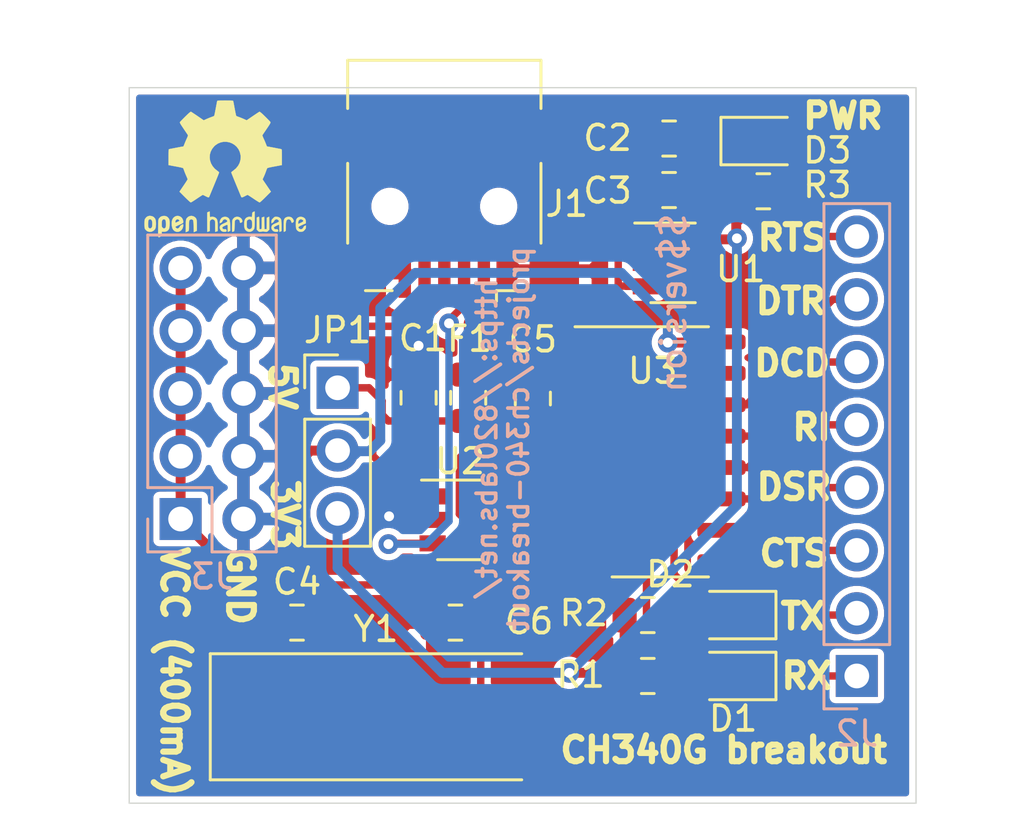
<source format=kicad_pcb>
(kicad_pcb (version 20171130) (host pcbnew 5.1.5-52549c5~84~ubuntu18.04.1)

  (general
    (thickness 1.6)
    (drawings 20)
    (tracks 173)
    (zones 0)
    (modules 22)
    (nets 27)
  )

  (page A4)
  (layers
    (0 F.Cu signal)
    (31 B.Cu signal)
    (32 B.Adhes user)
    (33 F.Adhes user)
    (34 B.Paste user)
    (35 F.Paste user)
    (36 B.SilkS user)
    (37 F.SilkS user)
    (38 B.Mask user)
    (39 F.Mask user)
    (40 Dwgs.User user)
    (41 Cmts.User user)
    (42 Eco1.User user)
    (43 Eco2.User user)
    (44 Edge.Cuts user)
    (45 Margin user)
    (46 B.CrtYd user)
    (47 F.CrtYd user)
    (48 B.Fab user)
    (49 F.Fab user)
  )

  (setup
    (last_trace_width 0.25)
    (trace_clearance 0.2)
    (zone_clearance 0.254)
    (zone_45_only no)
    (trace_min 0.2)
    (via_size 0.8)
    (via_drill 0.4)
    (via_min_size 0.4)
    (via_min_drill 0.3)
    (uvia_size 0.3)
    (uvia_drill 0.1)
    (uvias_allowed no)
    (uvia_min_size 0.2)
    (uvia_min_drill 0.1)
    (edge_width 0.05)
    (segment_width 0.2)
    (pcb_text_width 0.3)
    (pcb_text_size 1.5 1.5)
    (mod_edge_width 0.12)
    (mod_text_size 1 1)
    (mod_text_width 0.15)
    (pad_size 0.975 1.4)
    (pad_drill 0)
    (pad_to_mask_clearance 0.051)
    (solder_mask_min_width 0.25)
    (aux_axis_origin 0 0)
    (visible_elements FFFFFF7F)
    (pcbplotparams
      (layerselection 0x010fc_ffffffff)
      (usegerberextensions false)
      (usegerberattributes false)
      (usegerberadvancedattributes false)
      (creategerberjobfile false)
      (excludeedgelayer true)
      (linewidth 0.100000)
      (plotframeref true)
      (viasonmask false)
      (mode 1)
      (useauxorigin false)
      (hpglpennumber 1)
      (hpglpenspeed 20)
      (hpglpendiameter 15.000000)
      (psnegative false)
      (psa4output false)
      (plotreference true)
      (plotvalue true)
      (plotinvisibletext false)
      (padsonsilk false)
      (subtractmaskfromsilk false)
      (outputformat 1)
      (mirror false)
      (drillshape 0)
      (scaleselection 1)
      (outputdirectory "g"))
  )

  (net 0 "")
  (net 1 GND)
  (net 2 VBUS)
  (net 3 +3V3)
  (net 4 "Net-(C4-Pad1)")
  (net 5 "Net-(C5-Pad1)")
  (net 6 "Net-(C6-Pad1)")
  (net 7 "Net-(D1-Pad2)")
  (net 8 CH_TX)
  (net 9 "Net-(D2-Pad2)")
  (net 10 "Net-(F1-Pad2)")
  (net 11 "Net-(J1-Pad4)")
  (net 12 "Net-(J1-Pad3)")
  (net 13 "Net-(J1-Pad2)")
  (net 14 CH_RTS)
  (net 15 CH_DTR)
  (net 16 CH_DCD)
  (net 17 CH_RI)
  (net 18 CH_DSR)
  (net 19 CH_CTS)
  (net 20 CH_RX)
  (net 21 "Net-(U2-Pad6)")
  (net 22 "Net-(U2-Pad4)")
  (net 23 "Net-(U3-Pad15)")
  (net 24 VCC)
  (net 25 "Net-(U1-Pad4)")
  (net 26 "Net-(D3-Pad2)")

  (net_class Default "This is the default net class."
    (clearance 0.2)
    (trace_width 0.25)
    (via_dia 0.8)
    (via_drill 0.4)
    (uvia_dia 0.3)
    (uvia_drill 0.1)
    (add_net +3V3)
    (add_net CH_CTS)
    (add_net CH_DCD)
    (add_net CH_DSR)
    (add_net CH_DTR)
    (add_net CH_RI)
    (add_net CH_RTS)
    (add_net CH_RX)
    (add_net CH_TX)
    (add_net GND)
    (add_net "Net-(C4-Pad1)")
    (add_net "Net-(C5-Pad1)")
    (add_net "Net-(C6-Pad1)")
    (add_net "Net-(D1-Pad2)")
    (add_net "Net-(D2-Pad2)")
    (add_net "Net-(D3-Pad2)")
    (add_net "Net-(F1-Pad2)")
    (add_net "Net-(J1-Pad2)")
    (add_net "Net-(J1-Pad3)")
    (add_net "Net-(J1-Pad4)")
    (add_net "Net-(U1-Pad4)")
    (add_net "Net-(U2-Pad4)")
    (add_net "Net-(U2-Pad6)")
    (add_net "Net-(U3-Pad15)")
    (add_net VBUS)
    (add_net VCC)
  )

  (module Resistor_SMD:R_0805_2012Metric (layer F.Cu) (tedit 5B36C52B) (tstamp 5E03D69E)
    (at 166.3215 62.611)
    (descr "Resistor SMD 0805 (2012 Metric), square (rectangular) end terminal, IPC_7351 nominal, (Body size source: https://docs.google.com/spreadsheets/d/1BsfQQcO9C6DZCsRaXUlFlo91Tg2WpOkGARC1WS5S8t0/edit?usp=sharing), generated with kicad-footprint-generator")
    (tags resistor)
    (path /5E0684EB)
    (attr smd)
    (fp_text reference R3 (at 2.5885 -0.254) (layer F.SilkS)
      (effects (font (size 1 1) (thickness 0.15)))
    )
    (fp_text value 100 (at 0 1.65) (layer F.Fab)
      (effects (font (size 1 1) (thickness 0.15)))
    )
    (fp_text user %R (at 0 0) (layer F.Fab)
      (effects (font (size 0.5 0.5) (thickness 0.08)))
    )
    (fp_line (start 1.68 0.95) (end -1.68 0.95) (layer F.CrtYd) (width 0.05))
    (fp_line (start 1.68 -0.95) (end 1.68 0.95) (layer F.CrtYd) (width 0.05))
    (fp_line (start -1.68 -0.95) (end 1.68 -0.95) (layer F.CrtYd) (width 0.05))
    (fp_line (start -1.68 0.95) (end -1.68 -0.95) (layer F.CrtYd) (width 0.05))
    (fp_line (start -0.258578 0.71) (end 0.258578 0.71) (layer F.SilkS) (width 0.12))
    (fp_line (start -0.258578 -0.71) (end 0.258578 -0.71) (layer F.SilkS) (width 0.12))
    (fp_line (start 1 0.6) (end -1 0.6) (layer F.Fab) (width 0.1))
    (fp_line (start 1 -0.6) (end 1 0.6) (layer F.Fab) (width 0.1))
    (fp_line (start -1 -0.6) (end 1 -0.6) (layer F.Fab) (width 0.1))
    (fp_line (start -1 0.6) (end -1 -0.6) (layer F.Fab) (width 0.1))
    (pad 2 smd roundrect (at 0.9375 0) (size 0.975 1.4) (layers F.Cu F.Paste F.Mask) (roundrect_rratio 0.25)
      (net 26 "Net-(D3-Pad2)"))
    (pad 1 smd roundrect (at -0.9375 0) (size 0.975 1.4) (layers F.Cu F.Paste F.Mask) (roundrect_rratio 0.25)
      (net 3 +3V3))
    (model ${KISYS3DMOD}/Resistor_SMD.3dshapes/R_0805_2012Metric.wrl
      (at (xyz 0 0 0))
      (scale (xyz 1 1 1))
      (rotate (xyz 0 0 0))
    )
  )

  (module LED_SMD:LED_0805_2012Metric (layer F.Cu) (tedit 5B36C52C) (tstamp 5E03D52B)
    (at 166.2915 60.579)
    (descr "LED SMD 0805 (2012 Metric), square (rectangular) end terminal, IPC_7351 nominal, (Body size source: https://docs.google.com/spreadsheets/d/1BsfQQcO9C6DZCsRaXUlFlo91Tg2WpOkGARC1WS5S8t0/edit?usp=sharing), generated with kicad-footprint-generator")
    (tags diode)
    (path /5E0684E1)
    (attr smd)
    (fp_text reference D3 (at 2.6185 0.381) (layer F.SilkS)
      (effects (font (size 1 1) (thickness 0.15)))
    )
    (fp_text value "LED GREEN" (at 0 1.65) (layer F.Fab)
      (effects (font (size 1 1) (thickness 0.15)))
    )
    (fp_text user %R (at 0 0) (layer F.Fab)
      (effects (font (size 0.5 0.5) (thickness 0.08)))
    )
    (fp_line (start 1.68 0.95) (end -1.68 0.95) (layer F.CrtYd) (width 0.05))
    (fp_line (start 1.68 -0.95) (end 1.68 0.95) (layer F.CrtYd) (width 0.05))
    (fp_line (start -1.68 -0.95) (end 1.68 -0.95) (layer F.CrtYd) (width 0.05))
    (fp_line (start -1.68 0.95) (end -1.68 -0.95) (layer F.CrtYd) (width 0.05))
    (fp_line (start -1.685 0.96) (end 1 0.96) (layer F.SilkS) (width 0.12))
    (fp_line (start -1.685 -0.96) (end -1.685 0.96) (layer F.SilkS) (width 0.12))
    (fp_line (start 1 -0.96) (end -1.685 -0.96) (layer F.SilkS) (width 0.12))
    (fp_line (start 1 0.6) (end 1 -0.6) (layer F.Fab) (width 0.1))
    (fp_line (start -1 0.6) (end 1 0.6) (layer F.Fab) (width 0.1))
    (fp_line (start -1 -0.3) (end -1 0.6) (layer F.Fab) (width 0.1))
    (fp_line (start -0.7 -0.6) (end -1 -0.3) (layer F.Fab) (width 0.1))
    (fp_line (start 1 -0.6) (end -0.7 -0.6) (layer F.Fab) (width 0.1))
    (pad 2 smd roundrect (at 0.9375 0) (size 0.975 1.4) (layers F.Cu F.Paste F.Mask) (roundrect_rratio 0.25)
      (net 26 "Net-(D3-Pad2)"))
    (pad 1 smd roundrect (at -0.9375 0) (size 0.975 1.4) (layers F.Cu F.Paste F.Mask) (roundrect_rratio 0.25)
      (net 1 GND))
    (model ${KISYS3DMOD}/LED_SMD.3dshapes/LED_0805_2012Metric.wrl
      (at (xyz 0 0 0))
      (scale (xyz 1 1 1))
      (rotate (xyz 0 0 0))
    )
  )

  (module Capacitor_SMD:C_0805_2012Metric (layer F.Cu) (tedit 5B36C52B) (tstamp 5DD44728)
    (at 153.8642 80.0608 180)
    (descr "Capacitor SMD 0805 (2012 Metric), square (rectangular) end terminal, IPC_7351 nominal, (Body size source: https://docs.google.com/spreadsheets/d/1BsfQQcO9C6DZCsRaXUlFlo91Tg2WpOkGARC1WS5S8t0/edit?usp=sharing), generated with kicad-footprint-generator")
    (tags capacitor)
    (path /5DD09D93)
    (attr smd)
    (fp_text reference C6 (at -2.9808 0.0508) (layer F.SilkS)
      (effects (font (size 1 1) (thickness 0.15)))
    )
    (fp_text value 22p (at 0 1.65) (layer F.Fab)
      (effects (font (size 1 1) (thickness 0.15)))
    )
    (fp_text user %R (at 0 0) (layer F.Fab)
      (effects (font (size 0.5 0.5) (thickness 0.08)))
    )
    (fp_line (start 1.68 0.95) (end -1.68 0.95) (layer F.CrtYd) (width 0.05))
    (fp_line (start 1.68 -0.95) (end 1.68 0.95) (layer F.CrtYd) (width 0.05))
    (fp_line (start -1.68 -0.95) (end 1.68 -0.95) (layer F.CrtYd) (width 0.05))
    (fp_line (start -1.68 0.95) (end -1.68 -0.95) (layer F.CrtYd) (width 0.05))
    (fp_line (start -0.258578 0.71) (end 0.258578 0.71) (layer F.SilkS) (width 0.12))
    (fp_line (start -0.258578 -0.71) (end 0.258578 -0.71) (layer F.SilkS) (width 0.12))
    (fp_line (start 1 0.6) (end -1 0.6) (layer F.Fab) (width 0.1))
    (fp_line (start 1 -0.6) (end 1 0.6) (layer F.Fab) (width 0.1))
    (fp_line (start -1 -0.6) (end 1 -0.6) (layer F.Fab) (width 0.1))
    (fp_line (start -1 0.6) (end -1 -0.6) (layer F.Fab) (width 0.1))
    (pad 2 smd roundrect (at 0.9375 0 180) (size 0.975 1.4) (layers F.Cu F.Paste F.Mask) (roundrect_rratio 0.25)
      (net 1 GND))
    (pad 1 smd roundrect (at -0.9375 0 180) (size 0.975 1.4) (layers F.Cu F.Paste F.Mask) (roundrect_rratio 0.25)
      (net 6 "Net-(C6-Pad1)"))
    (model ${KISYS3DMOD}/Capacitor_SMD.3dshapes/C_0805_2012Metric.wrl
      (at (xyz 0 0 0))
      (scale (xyz 1 1 1))
      (rotate (xyz 0 0 0))
    )
  )

  (module Capacitor_SMD:C_0805_2012Metric (layer F.Cu) (tedit 5B36C52B) (tstamp 5DD44717)
    (at 147.456 80.0608)
    (descr "Capacitor SMD 0805 (2012 Metric), square (rectangular) end terminal, IPC_7351 nominal, (Body size source: https://docs.google.com/spreadsheets/d/1BsfQQcO9C6DZCsRaXUlFlo91Tg2WpOkGARC1WS5S8t0/edit?usp=sharing), generated with kicad-footprint-generator")
    (tags capacitor)
    (path /5DD096C5)
    (attr smd)
    (fp_text reference C4 (at 0 -1.65) (layer F.SilkS)
      (effects (font (size 1 1) (thickness 0.15)))
    )
    (fp_text value 22p (at 0 1.65) (layer F.Fab)
      (effects (font (size 1 1) (thickness 0.15)))
    )
    (fp_text user %R (at 0 0) (layer F.Fab)
      (effects (font (size 0.5 0.5) (thickness 0.08)))
    )
    (fp_line (start 1.68 0.95) (end -1.68 0.95) (layer F.CrtYd) (width 0.05))
    (fp_line (start 1.68 -0.95) (end 1.68 0.95) (layer F.CrtYd) (width 0.05))
    (fp_line (start -1.68 -0.95) (end 1.68 -0.95) (layer F.CrtYd) (width 0.05))
    (fp_line (start -1.68 0.95) (end -1.68 -0.95) (layer F.CrtYd) (width 0.05))
    (fp_line (start -0.258578 0.71) (end 0.258578 0.71) (layer F.SilkS) (width 0.12))
    (fp_line (start -0.258578 -0.71) (end 0.258578 -0.71) (layer F.SilkS) (width 0.12))
    (fp_line (start 1 0.6) (end -1 0.6) (layer F.Fab) (width 0.1))
    (fp_line (start 1 -0.6) (end 1 0.6) (layer F.Fab) (width 0.1))
    (fp_line (start -1 -0.6) (end 1 -0.6) (layer F.Fab) (width 0.1))
    (fp_line (start -1 0.6) (end -1 -0.6) (layer F.Fab) (width 0.1))
    (pad 2 smd roundrect (at 0.9375 0) (size 0.975 1.4) (layers F.Cu F.Paste F.Mask) (roundrect_rratio 0.25)
      (net 1 GND))
    (pad 1 smd roundrect (at -0.9375 0) (size 0.975 1.4) (layers F.Cu F.Paste F.Mask) (roundrect_rratio 0.25)
      (net 4 "Net-(C4-Pad1)"))
    (model ${KISYS3DMOD}/Capacitor_SMD.3dshapes/C_0805_2012Metric.wrl
      (at (xyz 0 0 0))
      (scale (xyz 1 1 1))
      (rotate (xyz 0 0 0))
    )
  )

  (module Capacitor_SMD:C_0805_2012Metric (layer F.Cu) (tedit 5B36C52B) (tstamp 5DD44739)
    (at 156.9974 70.9953 90)
    (descr "Capacitor SMD 0805 (2012 Metric), square (rectangular) end terminal, IPC_7351 nominal, (Body size source: https://docs.google.com/spreadsheets/d/1BsfQQcO9C6DZCsRaXUlFlo91Tg2WpOkGARC1WS5S8t0/edit?usp=sharing), generated with kicad-footprint-generator")
    (tags capacitor)
    (path /5DE361D2)
    (attr smd)
    (fp_text reference C5 (at 2.3899 0 180) (layer F.SilkS)
      (effects (font (size 1 1) (thickness 0.15)))
    )
    (fp_text value 10n (at 0 1.65 90) (layer F.Fab)
      (effects (font (size 1 1) (thickness 0.15)))
    )
    (fp_text user %R (at 0 0 90) (layer F.Fab)
      (effects (font (size 0.5 0.5) (thickness 0.08)))
    )
    (fp_line (start 1.68 0.95) (end -1.68 0.95) (layer F.CrtYd) (width 0.05))
    (fp_line (start 1.68 -0.95) (end 1.68 0.95) (layer F.CrtYd) (width 0.05))
    (fp_line (start -1.68 -0.95) (end 1.68 -0.95) (layer F.CrtYd) (width 0.05))
    (fp_line (start -1.68 0.95) (end -1.68 -0.95) (layer F.CrtYd) (width 0.05))
    (fp_line (start -0.258578 0.71) (end 0.258578 0.71) (layer F.SilkS) (width 0.12))
    (fp_line (start -0.258578 -0.71) (end 0.258578 -0.71) (layer F.SilkS) (width 0.12))
    (fp_line (start 1 0.6) (end -1 0.6) (layer F.Fab) (width 0.1))
    (fp_line (start 1 -0.6) (end 1 0.6) (layer F.Fab) (width 0.1))
    (fp_line (start -1 -0.6) (end 1 -0.6) (layer F.Fab) (width 0.1))
    (fp_line (start -1 0.6) (end -1 -0.6) (layer F.Fab) (width 0.1))
    (pad 2 smd roundrect (at 0.9375 0 90) (size 0.975 1.4) (layers F.Cu F.Paste F.Mask) (roundrect_rratio 0.25)
      (net 1 GND))
    (pad 1 smd roundrect (at -0.9375 0 90) (size 0.975 1.4) (layers F.Cu F.Paste F.Mask) (roundrect_rratio 0.25)
      (net 5 "Net-(C5-Pad1)"))
    (model ${KISYS3DMOD}/Capacitor_SMD.3dshapes/C_0805_2012Metric.wrl
      (at (xyz 0 0 0))
      (scale (xyz 1 1 1))
      (rotate (xyz 0 0 0))
    )
  )

  (module Fuse:Fuse_0805_2012Metric (layer F.Cu) (tedit 5B36C52C) (tstamp 5DE83A13)
    (at 154.3812 70.9653 90)
    (descr "Fuse SMD 0805 (2012 Metric), square (rectangular) end terminal, IPC_7351 nominal, (Body size source: https://docs.google.com/spreadsheets/d/1BsfQQcO9C6DZCsRaXUlFlo91Tg2WpOkGARC1WS5S8t0/edit?usp=sharing), generated with kicad-footprint-generator")
    (tags resistor)
    (path /5DD75C93)
    (attr smd)
    (fp_text reference F1 (at 2.3853 0.0508 180) (layer F.SilkS)
      (effects (font (size 1 1) (thickness 0.15)))
    )
    (fp_text value 500mA (at 0 1.65 90) (layer F.Fab)
      (effects (font (size 1 1) (thickness 0.15)))
    )
    (fp_text user %R (at 0 0 90) (layer F.Fab)
      (effects (font (size 0.5 0.5) (thickness 0.08)))
    )
    (fp_line (start 1.68 0.95) (end -1.68 0.95) (layer F.CrtYd) (width 0.05))
    (fp_line (start 1.68 -0.95) (end 1.68 0.95) (layer F.CrtYd) (width 0.05))
    (fp_line (start -1.68 -0.95) (end 1.68 -0.95) (layer F.CrtYd) (width 0.05))
    (fp_line (start -1.68 0.95) (end -1.68 -0.95) (layer F.CrtYd) (width 0.05))
    (fp_line (start -0.258578 0.71) (end 0.258578 0.71) (layer F.SilkS) (width 0.12))
    (fp_line (start -0.258578 -0.71) (end 0.258578 -0.71) (layer F.SilkS) (width 0.12))
    (fp_line (start 1 0.6) (end -1 0.6) (layer F.Fab) (width 0.1))
    (fp_line (start 1 -0.6) (end 1 0.6) (layer F.Fab) (width 0.1))
    (fp_line (start -1 -0.6) (end 1 -0.6) (layer F.Fab) (width 0.1))
    (fp_line (start -1 0.6) (end -1 -0.6) (layer F.Fab) (width 0.1))
    (pad 2 smd roundrect (at 0.9375 0 90) (size 0.975 1.4) (layers F.Cu F.Paste F.Mask) (roundrect_rratio 0.25)
      (net 10 "Net-(F1-Pad2)"))
    (pad 1 smd roundrect (at -0.9375 0 90) (size 0.975 1.4) (layers F.Cu F.Paste F.Mask) (roundrect_rratio 0.25)
      (net 2 VBUS))
    (model ${KISYS3DMOD}/Fuse.3dshapes/Fuse_0805_2012Metric.wrl
      (at (xyz 0 0 0))
      (scale (xyz 1 1 1))
      (rotate (xyz 0 0 0))
    )
  )

  (module Symbol:OSHW-Logo2_7.3x6mm_SilkScreen locked (layer F.Cu) (tedit 0) (tstamp 5DE8E854)
    (at 144.5514 61.6966)
    (descr "Open Source Hardware Symbol")
    (tags "Logo Symbol OSHW")
    (attr virtual)
    (fp_text reference REF** (at 0 0) (layer F.SilkS) hide
      (effects (font (size 1 1) (thickness 0.15)))
    )
    (fp_text value OSHW-Logo2_7.3x6mm_SilkScreen (at 0.75 0) (layer F.Fab) hide
      (effects (font (size 1 1) (thickness 0.15)))
    )
    (fp_poly (pts (xy 0.10391 -2.757652) (xy 0.182454 -2.757222) (xy 0.239298 -2.756058) (xy 0.278105 -2.753793)
      (xy 0.302538 -2.75006) (xy 0.316262 -2.744494) (xy 0.32294 -2.736727) (xy 0.326236 -2.726395)
      (xy 0.326556 -2.725057) (xy 0.331562 -2.700921) (xy 0.340829 -2.653299) (xy 0.353392 -2.587259)
      (xy 0.368287 -2.507872) (xy 0.384551 -2.420204) (xy 0.385119 -2.417125) (xy 0.40141 -2.331211)
      (xy 0.416652 -2.255304) (xy 0.429861 -2.193955) (xy 0.440054 -2.151718) (xy 0.446248 -2.133145)
      (xy 0.446543 -2.132816) (xy 0.464788 -2.123747) (xy 0.502405 -2.108633) (xy 0.551271 -2.090738)
      (xy 0.551543 -2.090642) (xy 0.613093 -2.067507) (xy 0.685657 -2.038035) (xy 0.754057 -2.008403)
      (xy 0.757294 -2.006938) (xy 0.868702 -1.956374) (xy 1.115399 -2.12484) (xy 1.191077 -2.176197)
      (xy 1.259631 -2.222111) (xy 1.317088 -2.25997) (xy 1.359476 -2.287163) (xy 1.382825 -2.301079)
      (xy 1.385042 -2.302111) (xy 1.40201 -2.297516) (xy 1.433701 -2.275345) (xy 1.481352 -2.234553)
      (xy 1.546198 -2.174095) (xy 1.612397 -2.109773) (xy 1.676214 -2.046388) (xy 1.733329 -1.988549)
      (xy 1.780305 -1.939825) (xy 1.813703 -1.90379) (xy 1.830085 -1.884016) (xy 1.830694 -1.882998)
      (xy 1.832505 -1.869428) (xy 1.825683 -1.847267) (xy 1.80854 -1.813522) (xy 1.779393 -1.7652)
      (xy 1.736555 -1.699308) (xy 1.679448 -1.614483) (xy 1.628766 -1.539823) (xy 1.583461 -1.47286)
      (xy 1.54615 -1.417484) (xy 1.519452 -1.37758) (xy 1.505985 -1.357038) (xy 1.505137 -1.355644)
      (xy 1.506781 -1.335962) (xy 1.519245 -1.297707) (xy 1.540048 -1.248111) (xy 1.547462 -1.232272)
      (xy 1.579814 -1.16171) (xy 1.614328 -1.081647) (xy 1.642365 -1.012371) (xy 1.662568 -0.960955)
      (xy 1.678615 -0.921881) (xy 1.687888 -0.901459) (xy 1.689041 -0.899886) (xy 1.706096 -0.897279)
      (xy 1.746298 -0.890137) (xy 1.804302 -0.879477) (xy 1.874763 -0.866315) (xy 1.952335 -0.851667)
      (xy 2.031672 -0.836551) (xy 2.107431 -0.821982) (xy 2.174264 -0.808978) (xy 2.226828 -0.798555)
      (xy 2.259776 -0.79173) (xy 2.267857 -0.789801) (xy 2.276205 -0.785038) (xy 2.282506 -0.774282)
      (xy 2.287045 -0.753902) (xy 2.290104 -0.720266) (xy 2.291967 -0.669745) (xy 2.292918 -0.598708)
      (xy 2.29324 -0.503524) (xy 2.293257 -0.464508) (xy 2.293257 -0.147201) (xy 2.217057 -0.132161)
      (xy 2.174663 -0.124005) (xy 2.1114 -0.112101) (xy 2.034962 -0.097884) (xy 1.953043 -0.08279)
      (xy 1.9304 -0.078645) (xy 1.854806 -0.063947) (xy 1.788953 -0.049495) (xy 1.738366 -0.036625)
      (xy 1.708574 -0.026678) (xy 1.703612 -0.023713) (xy 1.691426 -0.002717) (xy 1.673953 0.037967)
      (xy 1.654577 0.090322) (xy 1.650734 0.1016) (xy 1.625339 0.171523) (xy 1.593817 0.250418)
      (xy 1.562969 0.321266) (xy 1.562817 0.321595) (xy 1.511447 0.432733) (xy 1.680399 0.681253)
      (xy 1.849352 0.929772) (xy 1.632429 1.147058) (xy 1.566819 1.211726) (xy 1.506979 1.268733)
      (xy 1.456267 1.315033) (xy 1.418046 1.347584) (xy 1.395675 1.363343) (xy 1.392466 1.364343)
      (xy 1.373626 1.356469) (xy 1.33518 1.334578) (xy 1.28133 1.301267) (xy 1.216276 1.259131)
      (xy 1.14594 1.211943) (xy 1.074555 1.16381) (xy 1.010908 1.121928) (xy 0.959041 1.088871)
      (xy 0.922995 1.067218) (xy 0.906867 1.059543) (xy 0.887189 1.066037) (xy 0.849875 1.08315)
      (xy 0.802621 1.107326) (xy 0.797612 1.110013) (xy 0.733977 1.141927) (xy 0.690341 1.157579)
      (xy 0.663202 1.157745) (xy 0.649057 1.143204) (xy 0.648975 1.143) (xy 0.641905 1.125779)
      (xy 0.625042 1.084899) (xy 0.599695 1.023525) (xy 0.567171 0.944819) (xy 0.528778 0.851947)
      (xy 0.485822 0.748072) (xy 0.444222 0.647502) (xy 0.398504 0.536516) (xy 0.356526 0.433703)
      (xy 0.319548 0.342215) (xy 0.288827 0.265201) (xy 0.265622 0.205815) (xy 0.25119 0.167209)
      (xy 0.246743 0.1528) (xy 0.257896 0.136272) (xy 0.287069 0.10993) (xy 0.325971 0.080887)
      (xy 0.436757 -0.010961) (xy 0.523351 -0.116241) (xy 0.584716 -0.232734) (xy 0.619815 -0.358224)
      (xy 0.627608 -0.490493) (xy 0.621943 -0.551543) (xy 0.591078 -0.678205) (xy 0.53792 -0.790059)
      (xy 0.465767 -0.885999) (xy 0.377917 -0.964924) (xy 0.277665 -1.02573) (xy 0.16831 -1.067313)
      (xy 0.053147 -1.088572) (xy -0.064525 -1.088401) (xy -0.18141 -1.065699) (xy -0.294211 -1.019362)
      (xy -0.399631 -0.948287) (xy -0.443632 -0.908089) (xy -0.528021 -0.804871) (xy -0.586778 -0.692075)
      (xy -0.620296 -0.57299) (xy -0.628965 -0.450905) (xy -0.613177 -0.329107) (xy -0.573322 -0.210884)
      (xy -0.509793 -0.099525) (xy -0.422979 0.001684) (xy -0.325971 0.080887) (xy -0.285563 0.111162)
      (xy -0.257018 0.137219) (xy -0.246743 0.152825) (xy -0.252123 0.169843) (xy -0.267425 0.2105)
      (xy -0.291388 0.271642) (xy -0.322756 0.350119) (xy -0.360268 0.44278) (xy -0.402667 0.546472)
      (xy -0.444337 0.647526) (xy -0.49031 0.758607) (xy -0.532893 0.861541) (xy -0.570779 0.953165)
      (xy -0.60266 1.030316) (xy -0.627229 1.089831) (xy -0.64318 1.128544) (xy -0.64909 1.143)
      (xy -0.663052 1.157685) (xy -0.69006 1.157642) (xy -0.733587 1.142099) (xy -0.79711 1.110284)
      (xy -0.797612 1.110013) (xy -0.84544 1.085323) (xy -0.884103 1.067338) (xy -0.905905 1.059614)
      (xy -0.906867 1.059543) (xy -0.923279 1.067378) (xy -0.959513 1.089165) (xy -1.011526 1.122328)
      (xy -1.075275 1.164291) (xy -1.14594 1.211943) (xy -1.217884 1.260191) (xy -1.282726 1.302151)
      (xy -1.336265 1.335227) (xy -1.374303 1.356821) (xy -1.392467 1.364343) (xy -1.409192 1.354457)
      (xy -1.44282 1.326826) (xy -1.48999 1.284495) (xy -1.547342 1.230505) (xy -1.611516 1.167899)
      (xy -1.632503 1.146983) (xy -1.849501 0.929623) (xy -1.684332 0.68722) (xy -1.634136 0.612781)
      (xy -1.590081 0.545972) (xy -1.554638 0.490665) (xy -1.530281 0.450729) (xy -1.519478 0.430036)
      (xy -1.519162 0.428563) (xy -1.524857 0.409058) (xy -1.540174 0.369822) (xy -1.562463 0.31743)
      (xy -1.578107 0.282355) (xy -1.607359 0.215201) (xy -1.634906 0.147358) (xy -1.656263 0.090034)
      (xy -1.662065 0.072572) (xy -1.678548 0.025938) (xy -1.69466 -0.010095) (xy -1.70351 -0.023713)
      (xy -1.72304 -0.032048) (xy -1.765666 -0.043863) (xy -1.825855 -0.057819) (xy -1.898078 -0.072578)
      (xy -1.9304 -0.078645) (xy -2.012478 -0.093727) (xy -2.091205 -0.108331) (xy -2.158891 -0.12102)
      (xy -2.20784 -0.130358) (xy -2.217057 -0.132161) (xy -2.293257 -0.147201) (xy -2.293257 -0.464508)
      (xy -2.293086 -0.568846) (xy -2.292384 -0.647787) (xy -2.290866 -0.704962) (xy -2.288251 -0.744001)
      (xy -2.284254 -0.768535) (xy -2.278591 -0.782195) (xy -2.27098 -0.788611) (xy -2.267857 -0.789801)
      (xy -2.249022 -0.79402) (xy -2.207412 -0.802438) (xy -2.14837 -0.814039) (xy -2.077243 -0.827805)
      (xy -1.999375 -0.84272) (xy -1.920113 -0.857768) (xy -1.844802 -0.871931) (xy -1.778787 -0.884194)
      (xy -1.727413 -0.893539) (xy -1.696025 -0.89895) (xy -1.689041 -0.899886) (xy -1.682715 -0.912404)
      (xy -1.66871 -0.945754) (xy -1.649645 -0.993623) (xy -1.642366 -1.012371) (xy -1.613004 -1.084805)
      (xy -1.578429 -1.16483) (xy -1.547463 -1.232272) (xy -1.524677 -1.283841) (xy -1.509518 -1.326215)
      (xy -1.504458 -1.352166) (xy -1.505264 -1.355644) (xy -1.515959 -1.372064) (xy -1.54038 -1.408583)
      (xy -1.575905 -1.461313) (xy -1.619913 -1.526365) (xy -1.669783 -1.599849) (xy -1.679644 -1.614355)
      (xy -1.737508 -1.700296) (xy -1.780044 -1.765739) (xy -1.808946 -1.813696) (xy -1.82591 -1.84718)
      (xy -1.832633 -1.869205) (xy -1.83081 -1.882783) (xy -1.830764 -1.882869) (xy -1.816414 -1.900703)
      (xy -1.784677 -1.935183) (xy -1.73899 -1.982732) (xy -1.682796 -2.039778) (xy -1.619532 -2.102745)
      (xy -1.612398 -2.109773) (xy -1.53267 -2.18698) (xy -1.471143 -2.24367) (xy -1.426579 -2.28089)
      (xy -1.397743 -2.299685) (xy -1.385042 -2.302111) (xy -1.366506 -2.291529) (xy -1.328039 -2.267084)
      (xy -1.273614 -2.231388) (xy -1.207202 -2.187053) (xy -1.132775 -2.136689) (xy -1.115399 -2.12484)
      (xy -0.868703 -1.956374) (xy -0.757294 -2.006938) (xy -0.689543 -2.036405) (xy -0.616817 -2.066041)
      (xy -0.554297 -2.08967) (xy -0.551543 -2.090642) (xy -0.50264 -2.108543) (xy -0.464943 -2.12368)
      (xy -0.446575 -2.13279) (xy -0.446544 -2.132816) (xy -0.440715 -2.149283) (xy -0.430808 -2.189781)
      (xy -0.417805 -2.249758) (xy -0.402691 -2.32466) (xy -0.386448 -2.409936) (xy -0.385119 -2.417125)
      (xy -0.368825 -2.504986) (xy -0.353867 -2.58474) (xy -0.341209 -2.651319) (xy -0.331814 -2.699653)
      (xy -0.326646 -2.724675) (xy -0.326556 -2.725057) (xy -0.323411 -2.735701) (xy -0.317296 -2.743738)
      (xy -0.304547 -2.749533) (xy -0.2815 -2.753453) (xy -0.244491 -2.755865) (xy -0.189856 -2.757135)
      (xy -0.113933 -2.757629) (xy -0.013056 -2.757714) (xy 0 -2.757714) (xy 0.10391 -2.757652)) (layer F.SilkS) (width 0.01))
    (fp_poly (pts (xy 3.153595 1.966966) (xy 3.211021 2.004497) (xy 3.238719 2.038096) (xy 3.260662 2.099064)
      (xy 3.262405 2.147308) (xy 3.258457 2.211816) (xy 3.109686 2.276934) (xy 3.037349 2.310202)
      (xy 2.990084 2.336964) (xy 2.965507 2.360144) (xy 2.961237 2.382667) (xy 2.974889 2.407455)
      (xy 2.989943 2.423886) (xy 3.033746 2.450235) (xy 3.081389 2.452081) (xy 3.125145 2.431546)
      (xy 3.157289 2.390752) (xy 3.163038 2.376347) (xy 3.190576 2.331356) (xy 3.222258 2.312182)
      (xy 3.265714 2.295779) (xy 3.265714 2.357966) (xy 3.261872 2.400283) (xy 3.246823 2.435969)
      (xy 3.21528 2.476943) (xy 3.210592 2.482267) (xy 3.175506 2.51872) (xy 3.145347 2.538283)
      (xy 3.107615 2.547283) (xy 3.076335 2.55023) (xy 3.020385 2.550965) (xy 2.980555 2.54166)
      (xy 2.955708 2.527846) (xy 2.916656 2.497467) (xy 2.889625 2.464613) (xy 2.872517 2.423294)
      (xy 2.863238 2.367521) (xy 2.859693 2.291305) (xy 2.85941 2.252622) (xy 2.860372 2.206247)
      (xy 2.948007 2.206247) (xy 2.949023 2.231126) (xy 2.951556 2.2352) (xy 2.968274 2.229665)
      (xy 3.004249 2.215017) (xy 3.052331 2.19419) (xy 3.062386 2.189714) (xy 3.123152 2.158814)
      (xy 3.156632 2.131657) (xy 3.16399 2.10622) (xy 3.146391 2.080481) (xy 3.131856 2.069109)
      (xy 3.07941 2.046364) (xy 3.030322 2.050122) (xy 2.989227 2.077884) (xy 2.960758 2.127152)
      (xy 2.951631 2.166257) (xy 2.948007 2.206247) (xy 2.860372 2.206247) (xy 2.861285 2.162249)
      (xy 2.868196 2.095384) (xy 2.881884 2.046695) (xy 2.904096 2.010849) (xy 2.936574 1.982513)
      (xy 2.950733 1.973355) (xy 3.015053 1.949507) (xy 3.085473 1.948006) (xy 3.153595 1.966966)) (layer F.SilkS) (width 0.01))
    (fp_poly (pts (xy 2.6526 1.958752) (xy 2.669948 1.966334) (xy 2.711356 1.999128) (xy 2.746765 2.046547)
      (xy 2.768664 2.097151) (xy 2.772229 2.122098) (xy 2.760279 2.156927) (xy 2.734067 2.175357)
      (xy 2.705964 2.186516) (xy 2.693095 2.188572) (xy 2.686829 2.173649) (xy 2.674456 2.141175)
      (xy 2.669028 2.126502) (xy 2.63859 2.075744) (xy 2.59452 2.050427) (xy 2.53801 2.051206)
      (xy 2.533825 2.052203) (xy 2.503655 2.066507) (xy 2.481476 2.094393) (xy 2.466327 2.139287)
      (xy 2.45725 2.204615) (xy 2.453286 2.293804) (xy 2.452914 2.341261) (xy 2.45273 2.416071)
      (xy 2.451522 2.467069) (xy 2.448309 2.499471) (xy 2.442109 2.518495) (xy 2.43194 2.529356)
      (xy 2.416819 2.537272) (xy 2.415946 2.53767) (xy 2.386828 2.549981) (xy 2.372403 2.554514)
      (xy 2.370186 2.540809) (xy 2.368289 2.502925) (xy 2.366847 2.445715) (xy 2.365998 2.374027)
      (xy 2.365829 2.321565) (xy 2.366692 2.220047) (xy 2.37007 2.143032) (xy 2.377142 2.086023)
      (xy 2.389088 2.044526) (xy 2.40709 2.014043) (xy 2.432327 1.99008) (xy 2.457247 1.973355)
      (xy 2.517171 1.951097) (xy 2.586911 1.946076) (xy 2.6526 1.958752)) (layer F.SilkS) (width 0.01))
    (fp_poly (pts (xy 2.144876 1.956335) (xy 2.186667 1.975344) (xy 2.219469 1.998378) (xy 2.243503 2.024133)
      (xy 2.260097 2.057358) (xy 2.270577 2.1028) (xy 2.276271 2.165207) (xy 2.278507 2.249327)
      (xy 2.278743 2.304721) (xy 2.278743 2.520826) (xy 2.241774 2.53767) (xy 2.212656 2.549981)
      (xy 2.198231 2.554514) (xy 2.195472 2.541025) (xy 2.193282 2.504653) (xy 2.191942 2.451542)
      (xy 2.191657 2.409372) (xy 2.190434 2.348447) (xy 2.187136 2.300115) (xy 2.182321 2.270518)
      (xy 2.178496 2.264229) (xy 2.152783 2.270652) (xy 2.112418 2.287125) (xy 2.065679 2.309458)
      (xy 2.020845 2.333457) (xy 1.986193 2.35493) (xy 1.970002 2.369685) (xy 1.969938 2.369845)
      (xy 1.97133 2.397152) (xy 1.983818 2.423219) (xy 2.005743 2.444392) (xy 2.037743 2.451474)
      (xy 2.065092 2.450649) (xy 2.103826 2.450042) (xy 2.124158 2.459116) (xy 2.136369 2.483092)
      (xy 2.137909 2.487613) (xy 2.143203 2.521806) (xy 2.129047 2.542568) (xy 2.092148 2.552462)
      (xy 2.052289 2.554292) (xy 1.980562 2.540727) (xy 1.943432 2.521355) (xy 1.897576 2.475845)
      (xy 1.873256 2.419983) (xy 1.871073 2.360957) (xy 1.891629 2.305953) (xy 1.922549 2.271486)
      (xy 1.95342 2.252189) (xy 2.001942 2.227759) (xy 2.058485 2.202985) (xy 2.06791 2.199199)
      (xy 2.130019 2.171791) (xy 2.165822 2.147634) (xy 2.177337 2.123619) (xy 2.16658 2.096635)
      (xy 2.148114 2.075543) (xy 2.104469 2.049572) (xy 2.056446 2.047624) (xy 2.012406 2.067637)
      (xy 1.980709 2.107551) (xy 1.976549 2.117848) (xy 1.952327 2.155724) (xy 1.916965 2.183842)
      (xy 1.872343 2.206917) (xy 1.872343 2.141485) (xy 1.874969 2.101506) (xy 1.88623 2.069997)
      (xy 1.911199 2.036378) (xy 1.935169 2.010484) (xy 1.972441 1.973817) (xy 2.001401 1.954121)
      (xy 2.032505 1.94622) (xy 2.067713 1.944914) (xy 2.144876 1.956335)) (layer F.SilkS) (width 0.01))
    (fp_poly (pts (xy 1.779833 1.958663) (xy 1.782048 1.99685) (xy 1.783784 2.054886) (xy 1.784899 2.12818)
      (xy 1.785257 2.205055) (xy 1.785257 2.465196) (xy 1.739326 2.511127) (xy 1.707675 2.539429)
      (xy 1.67989 2.550893) (xy 1.641915 2.550168) (xy 1.62684 2.548321) (xy 1.579726 2.542948)
      (xy 1.540756 2.539869) (xy 1.531257 2.539585) (xy 1.499233 2.541445) (xy 1.453432 2.546114)
      (xy 1.435674 2.548321) (xy 1.392057 2.551735) (xy 1.362745 2.54432) (xy 1.33368 2.521427)
      (xy 1.323188 2.511127) (xy 1.277257 2.465196) (xy 1.277257 1.978602) (xy 1.314226 1.961758)
      (xy 1.346059 1.949282) (xy 1.364683 1.944914) (xy 1.369458 1.958718) (xy 1.373921 1.997286)
      (xy 1.377775 2.056356) (xy 1.380722 2.131663) (xy 1.382143 2.195286) (xy 1.386114 2.445657)
      (xy 1.420759 2.450556) (xy 1.452268 2.447131) (xy 1.467708 2.436041) (xy 1.472023 2.415308)
      (xy 1.475708 2.371145) (xy 1.478469 2.309146) (xy 1.480012 2.234909) (xy 1.480235 2.196706)
      (xy 1.480457 1.976783) (xy 1.526166 1.960849) (xy 1.558518 1.950015) (xy 1.576115 1.944962)
      (xy 1.576623 1.944914) (xy 1.578388 1.958648) (xy 1.580329 1.99673) (xy 1.582282 2.054482)
      (xy 1.584084 2.127227) (xy 1.585343 2.195286) (xy 1.589314 2.445657) (xy 1.6764 2.445657)
      (xy 1.680396 2.21724) (xy 1.684392 1.988822) (xy 1.726847 1.966868) (xy 1.758192 1.951793)
      (xy 1.776744 1.944951) (xy 1.777279 1.944914) (xy 1.779833 1.958663)) (layer F.SilkS) (width 0.01))
    (fp_poly (pts (xy 1.190117 2.065358) (xy 1.189933 2.173837) (xy 1.189219 2.257287) (xy 1.187675 2.319704)
      (xy 1.185001 2.365085) (xy 1.180894 2.397429) (xy 1.175055 2.420733) (xy 1.167182 2.438995)
      (xy 1.161221 2.449418) (xy 1.111855 2.505945) (xy 1.049264 2.541377) (xy 0.980013 2.55409)
      (xy 0.910668 2.542463) (xy 0.869375 2.521568) (xy 0.826025 2.485422) (xy 0.796481 2.441276)
      (xy 0.778655 2.383462) (xy 0.770463 2.306313) (xy 0.769302 2.249714) (xy 0.769458 2.245647)
      (xy 0.870857 2.245647) (xy 0.871476 2.31055) (xy 0.874314 2.353514) (xy 0.88084 2.381622)
      (xy 0.892523 2.401953) (xy 0.906483 2.417288) (xy 0.953365 2.44689) (xy 1.003701 2.449419)
      (xy 1.051276 2.424705) (xy 1.054979 2.421356) (xy 1.070783 2.403935) (xy 1.080693 2.383209)
      (xy 1.086058 2.352362) (xy 1.088228 2.304577) (xy 1.088571 2.251748) (xy 1.087827 2.185381)
      (xy 1.084748 2.141106) (xy 1.078061 2.112009) (xy 1.066496 2.091173) (xy 1.057013 2.080107)
      (xy 1.01296 2.052198) (xy 0.962224 2.048843) (xy 0.913796 2.070159) (xy 0.90445 2.078073)
      (xy 0.88854 2.095647) (xy 0.87861 2.116587) (xy 0.873278 2.147782) (xy 0.871163 2.196122)
      (xy 0.870857 2.245647) (xy 0.769458 2.245647) (xy 0.77281 2.158568) (xy 0.784726 2.090086)
      (xy 0.807135 2.0386) (xy 0.842124 1.998443) (xy 0.869375 1.977861) (xy 0.918907 1.955625)
      (xy 0.976316 1.945304) (xy 1.029682 1.948067) (xy 1.059543 1.959212) (xy 1.071261 1.962383)
      (xy 1.079037 1.950557) (xy 1.084465 1.918866) (xy 1.088571 1.870593) (xy 1.093067 1.816829)
      (xy 1.099313 1.784482) (xy 1.110676 1.765985) (xy 1.130528 1.75377) (xy 1.143 1.748362)
      (xy 1.190171 1.728601) (xy 1.190117 2.065358)) (layer F.SilkS) (width 0.01))
    (fp_poly (pts (xy 0.529926 1.949755) (xy 0.595858 1.974084) (xy 0.649273 2.017117) (xy 0.670164 2.047409)
      (xy 0.692939 2.102994) (xy 0.692466 2.143186) (xy 0.668562 2.170217) (xy 0.659717 2.174813)
      (xy 0.62153 2.189144) (xy 0.602028 2.185472) (xy 0.595422 2.161407) (xy 0.595086 2.148114)
      (xy 0.582992 2.09921) (xy 0.551471 2.064999) (xy 0.507659 2.048476) (xy 0.458695 2.052634)
      (xy 0.418894 2.074227) (xy 0.40545 2.086544) (xy 0.395921 2.101487) (xy 0.389485 2.124075)
      (xy 0.385317 2.159328) (xy 0.382597 2.212266) (xy 0.380502 2.287907) (xy 0.37996 2.311857)
      (xy 0.377981 2.39379) (xy 0.375731 2.451455) (xy 0.372357 2.489608) (xy 0.367006 2.513004)
      (xy 0.358824 2.526398) (xy 0.346959 2.534545) (xy 0.339362 2.538144) (xy 0.307102 2.550452)
      (xy 0.288111 2.554514) (xy 0.281836 2.540948) (xy 0.278006 2.499934) (xy 0.2766 2.430999)
      (xy 0.277598 2.333669) (xy 0.277908 2.318657) (xy 0.280101 2.229859) (xy 0.282693 2.165019)
      (xy 0.286382 2.119067) (xy 0.291864 2.086935) (xy 0.299835 2.063553) (xy 0.310993 2.043852)
      (xy 0.31683 2.03541) (xy 0.350296 1.998057) (xy 0.387727 1.969003) (xy 0.392309 1.966467)
      (xy 0.459426 1.946443) (xy 0.529926 1.949755)) (layer F.SilkS) (width 0.01))
    (fp_poly (pts (xy 0.039744 1.950968) (xy 0.096616 1.972087) (xy 0.097267 1.972493) (xy 0.13244 1.99838)
      (xy 0.158407 2.028633) (xy 0.17667 2.068058) (xy 0.188732 2.121462) (xy 0.196096 2.193651)
      (xy 0.200264 2.289432) (xy 0.200629 2.303078) (xy 0.205876 2.508842) (xy 0.161716 2.531678)
      (xy 0.129763 2.54711) (xy 0.11047 2.554423) (xy 0.109578 2.554514) (xy 0.106239 2.541022)
      (xy 0.103587 2.504626) (xy 0.101956 2.451452) (xy 0.1016 2.408393) (xy 0.101592 2.338641)
      (xy 0.098403 2.294837) (xy 0.087288 2.273944) (xy 0.063501 2.272925) (xy 0.022296 2.288741)
      (xy -0.039914 2.317815) (xy -0.085659 2.341963) (xy -0.109187 2.362913) (xy -0.116104 2.385747)
      (xy -0.116114 2.386877) (xy -0.104701 2.426212) (xy -0.070908 2.447462) (xy -0.019191 2.450539)
      (xy 0.018061 2.450006) (xy 0.037703 2.460735) (xy 0.049952 2.486505) (xy 0.057002 2.519337)
      (xy 0.046842 2.537966) (xy 0.043017 2.540632) (xy 0.007001 2.55134) (xy -0.043434 2.552856)
      (xy -0.095374 2.545759) (xy -0.132178 2.532788) (xy -0.183062 2.489585) (xy -0.211986 2.429446)
      (xy -0.217714 2.382462) (xy -0.213343 2.340082) (xy -0.197525 2.305488) (xy -0.166203 2.274763)
      (xy -0.115322 2.24399) (xy -0.040824 2.209252) (xy -0.036286 2.207288) (xy 0.030821 2.176287)
      (xy 0.072232 2.150862) (xy 0.089981 2.128014) (xy 0.086107 2.104745) (xy 0.062643 2.078056)
      (xy 0.055627 2.071914) (xy 0.00863 2.0481) (xy -0.040067 2.049103) (xy -0.082478 2.072451)
      (xy -0.110616 2.115675) (xy -0.113231 2.12416) (xy -0.138692 2.165308) (xy -0.170999 2.185128)
      (xy -0.217714 2.20477) (xy -0.217714 2.15395) (xy -0.203504 2.080082) (xy -0.161325 2.012327)
      (xy -0.139376 1.989661) (xy -0.089483 1.960569) (xy -0.026033 1.9474) (xy 0.039744 1.950968)) (layer F.SilkS) (width 0.01))
    (fp_poly (pts (xy -0.624114 1.851289) (xy -0.619861 1.910613) (xy -0.614975 1.945572) (xy -0.608205 1.96082)
      (xy -0.598298 1.961015) (xy -0.595086 1.959195) (xy -0.552356 1.946015) (xy -0.496773 1.946785)
      (xy -0.440263 1.960333) (xy -0.404918 1.977861) (xy -0.368679 2.005861) (xy -0.342187 2.037549)
      (xy -0.324001 2.077813) (xy -0.312678 2.131543) (xy -0.306778 2.203626) (xy -0.304857 2.298951)
      (xy -0.304823 2.317237) (xy -0.3048 2.522646) (xy -0.350509 2.53858) (xy -0.382973 2.54942)
      (xy -0.400785 2.554468) (xy -0.401309 2.554514) (xy -0.403063 2.540828) (xy -0.404556 2.503076)
      (xy -0.405674 2.446224) (xy -0.406303 2.375234) (xy -0.4064 2.332073) (xy -0.406602 2.246973)
      (xy -0.407642 2.185981) (xy -0.410169 2.144177) (xy -0.414836 2.116642) (xy -0.422293 2.098456)
      (xy -0.433189 2.084698) (xy -0.439993 2.078073) (xy -0.486728 2.051375) (xy -0.537728 2.049375)
      (xy -0.583999 2.071955) (xy -0.592556 2.080107) (xy -0.605107 2.095436) (xy -0.613812 2.113618)
      (xy -0.619369 2.139909) (xy -0.622474 2.179562) (xy -0.623824 2.237832) (xy -0.624114 2.318173)
      (xy -0.624114 2.522646) (xy -0.669823 2.53858) (xy -0.702287 2.54942) (xy -0.720099 2.554468)
      (xy -0.720623 2.554514) (xy -0.721963 2.540623) (xy -0.723172 2.501439) (xy -0.724199 2.4407)
      (xy -0.724998 2.362141) (xy -0.725519 2.269498) (xy -0.725714 2.166509) (xy -0.725714 1.769342)
      (xy -0.678543 1.749444) (xy -0.631371 1.729547) (xy -0.624114 1.851289)) (layer F.SilkS) (width 0.01))
    (fp_poly (pts (xy -1.831697 1.931239) (xy -1.774473 1.969735) (xy -1.730251 2.025335) (xy -1.703833 2.096086)
      (xy -1.69849 2.148162) (xy -1.699097 2.169893) (xy -1.704178 2.186531) (xy -1.718145 2.201437)
      (xy -1.745411 2.217973) (xy -1.790388 2.239498) (xy -1.857489 2.269374) (xy -1.857829 2.269524)
      (xy -1.919593 2.297813) (xy -1.970241 2.322933) (xy -2.004596 2.342179) (xy -2.017482 2.352848)
      (xy -2.017486 2.352934) (xy -2.006128 2.376166) (xy -1.979569 2.401774) (xy -1.949077 2.420221)
      (xy -1.93363 2.423886) (xy -1.891485 2.411212) (xy -1.855192 2.379471) (xy -1.837483 2.344572)
      (xy -1.820448 2.318845) (xy -1.787078 2.289546) (xy -1.747851 2.264235) (xy -1.713244 2.250471)
      (xy -1.706007 2.249714) (xy -1.697861 2.26216) (xy -1.69737 2.293972) (xy -1.703357 2.336866)
      (xy -1.714643 2.382558) (xy -1.73005 2.422761) (xy -1.730829 2.424322) (xy -1.777196 2.489062)
      (xy -1.837289 2.533097) (xy -1.905535 2.554711) (xy -1.976362 2.552185) (xy -2.044196 2.523804)
      (xy -2.047212 2.521808) (xy -2.100573 2.473448) (xy -2.13566 2.410352) (xy -2.155078 2.327387)
      (xy -2.157684 2.304078) (xy -2.162299 2.194055) (xy -2.156767 2.142748) (xy -2.017486 2.142748)
      (xy -2.015676 2.174753) (xy -2.005778 2.184093) (xy -1.981102 2.177105) (xy -1.942205 2.160587)
      (xy -1.898725 2.139881) (xy -1.897644 2.139333) (xy -1.860791 2.119949) (xy -1.846 2.107013)
      (xy -1.849647 2.093451) (xy -1.865005 2.075632) (xy -1.904077 2.049845) (xy -1.946154 2.04795)
      (xy -1.983897 2.066717) (xy -2.009966 2.102915) (xy -2.017486 2.142748) (xy -2.156767 2.142748)
      (xy -2.152806 2.106027) (xy -2.12845 2.036212) (xy -2.094544 1.987302) (xy -2.033347 1.937878)
      (xy -1.965937 1.913359) (xy -1.89712 1.911797) (xy -1.831697 1.931239)) (layer F.SilkS) (width 0.01))
    (fp_poly (pts (xy -2.958885 1.921962) (xy -2.890855 1.957733) (xy -2.840649 2.015301) (xy -2.822815 2.052312)
      (xy -2.808937 2.107882) (xy -2.801833 2.178096) (xy -2.80116 2.254727) (xy -2.806573 2.329552)
      (xy -2.81773 2.394342) (xy -2.834286 2.440873) (xy -2.839374 2.448887) (xy -2.899645 2.508707)
      (xy -2.971231 2.544535) (xy -3.048908 2.55502) (xy -3.127452 2.53881) (xy -3.149311 2.529092)
      (xy -3.191878 2.499143) (xy -3.229237 2.459433) (xy -3.232768 2.454397) (xy -3.247119 2.430124)
      (xy -3.256606 2.404178) (xy -3.26221 2.370022) (xy -3.264914 2.321119) (xy -3.265701 2.250935)
      (xy -3.265714 2.2352) (xy -3.265678 2.230192) (xy -3.120571 2.230192) (xy -3.119727 2.29643)
      (xy -3.116404 2.340386) (xy -3.109417 2.368779) (xy -3.097584 2.388325) (xy -3.091543 2.394857)
      (xy -3.056814 2.41968) (xy -3.023097 2.418548) (xy -2.989005 2.397016) (xy -2.968671 2.374029)
      (xy -2.956629 2.340478) (xy -2.949866 2.287569) (xy -2.949402 2.281399) (xy -2.948248 2.185513)
      (xy -2.960312 2.114299) (xy -2.98543 2.068194) (xy -3.02344 2.047635) (xy -3.037008 2.046514)
      (xy -3.072636 2.052152) (xy -3.097006 2.071686) (xy -3.111907 2.109042) (xy -3.119125 2.16815)
      (xy -3.120571 2.230192) (xy -3.265678 2.230192) (xy -3.265174 2.160413) (xy -3.262904 2.108159)
      (xy -3.257932 2.071949) (xy -3.249287 2.045299) (xy -3.235995 2.021722) (xy -3.233057 2.017338)
      (xy -3.183687 1.958249) (xy -3.129891 1.923947) (xy -3.064398 1.910331) (xy -3.042158 1.909665)
      (xy -2.958885 1.921962)) (layer F.SilkS) (width 0.01))
    (fp_poly (pts (xy -1.283907 1.92778) (xy -1.237328 1.954723) (xy -1.204943 1.981466) (xy -1.181258 2.009484)
      (xy -1.164941 2.043748) (xy -1.154661 2.089227) (xy -1.149086 2.150892) (xy -1.146884 2.233711)
      (xy -1.146629 2.293246) (xy -1.146629 2.512391) (xy -1.208314 2.540044) (xy -1.27 2.567697)
      (xy -1.277257 2.32767) (xy -1.280256 2.238028) (xy -1.283402 2.172962) (xy -1.287299 2.128026)
      (xy -1.292553 2.09877) (xy -1.299769 2.080748) (xy -1.30955 2.069511) (xy -1.312688 2.067079)
      (xy -1.360239 2.048083) (xy -1.408303 2.0556) (xy -1.436914 2.075543) (xy -1.448553 2.089675)
      (xy -1.456609 2.10822) (xy -1.461729 2.136334) (xy -1.464559 2.179173) (xy -1.465744 2.241895)
      (xy -1.465943 2.307261) (xy -1.465982 2.389268) (xy -1.467386 2.447316) (xy -1.472086 2.486465)
      (xy -1.482013 2.51178) (xy -1.499097 2.528323) (xy -1.525268 2.541156) (xy -1.560225 2.554491)
      (xy -1.598404 2.569007) (xy -1.593859 2.311389) (xy -1.592029 2.218519) (xy -1.589888 2.149889)
      (xy -1.586819 2.100711) (xy -1.582206 2.066198) (xy -1.575432 2.041562) (xy -1.565881 2.022016)
      (xy -1.554366 2.00477) (xy -1.49881 1.94968) (xy -1.43102 1.917822) (xy -1.357287 1.910191)
      (xy -1.283907 1.92778)) (layer F.SilkS) (width 0.01))
    (fp_poly (pts (xy -2.400256 1.919918) (xy -2.344799 1.947568) (xy -2.295852 1.99848) (xy -2.282371 2.017338)
      (xy -2.267686 2.042015) (xy -2.258158 2.068816) (xy -2.252707 2.104587) (xy -2.250253 2.156169)
      (xy -2.249714 2.224267) (xy -2.252148 2.317588) (xy -2.260606 2.387657) (xy -2.276826 2.439931)
      (xy -2.302546 2.479869) (xy -2.339503 2.512929) (xy -2.342218 2.514886) (xy -2.37864 2.534908)
      (xy -2.422498 2.544815) (xy -2.478276 2.547257) (xy -2.568952 2.547257) (xy -2.56899 2.635283)
      (xy -2.569834 2.684308) (xy -2.574976 2.713065) (xy -2.588413 2.730311) (xy -2.614142 2.744808)
      (xy -2.620321 2.747769) (xy -2.649236 2.761648) (xy -2.671624 2.770414) (xy -2.688271 2.771171)
      (xy -2.699964 2.761023) (xy -2.70749 2.737073) (xy -2.711634 2.696426) (xy -2.713185 2.636186)
      (xy -2.712929 2.553455) (xy -2.711651 2.445339) (xy -2.711252 2.413) (xy -2.709815 2.301524)
      (xy -2.708528 2.228603) (xy -2.569029 2.228603) (xy -2.568245 2.290499) (xy -2.56476 2.330997)
      (xy -2.556876 2.357708) (xy -2.542895 2.378244) (xy -2.533403 2.38826) (xy -2.494596 2.417567)
      (xy -2.460237 2.419952) (xy -2.424784 2.39575) (xy -2.423886 2.394857) (xy -2.409461 2.376153)
      (xy -2.400687 2.350732) (xy -2.396261 2.311584) (xy -2.394882 2.251697) (xy -2.394857 2.23843)
      (xy -2.398188 2.155901) (xy -2.409031 2.098691) (xy -2.42866 2.063766) (xy -2.45835 2.048094)
      (xy -2.475509 2.046514) (xy -2.516234 2.053926) (xy -2.544168 2.07833) (xy -2.560983 2.12298)
      (xy -2.56835 2.19113) (xy -2.569029 2.228603) (xy -2.708528 2.228603) (xy -2.708292 2.215245)
      (xy -2.706323 2.150333) (xy -2.70355 2.102958) (xy -2.699612 2.06929) (xy -2.694151 2.045498)
      (xy -2.686808 2.027753) (xy -2.677223 2.012224) (xy -2.673113 2.006381) (xy -2.618595 1.951185)
      (xy -2.549664 1.91989) (xy -2.469928 1.911165) (xy -2.400256 1.919918)) (layer F.SilkS) (width 0.01))
  )

  (module Package_TO_SOT_SMD:SOT-23-5 (layer F.Cu) (tedit 5A02FF57) (tstamp 5DE8507E)
    (at 162.6694 65.5066)
    (descr "5-pin SOT23 package")
    (tags SOT-23-5)
    (path /5DE0D2FF)
    (attr smd)
    (fp_text reference U1 (at 2.7354 0.254) (layer F.SilkS)
      (effects (font (size 1 1) (thickness 0.15)))
    )
    (fp_text value SPX3819M5-L-3-3 (at 0 2.9) (layer F.Fab)
      (effects (font (size 1 1) (thickness 0.15)))
    )
    (fp_line (start 0.9 -1.55) (end 0.9 1.55) (layer F.Fab) (width 0.1))
    (fp_line (start 0.9 1.55) (end -0.9 1.55) (layer F.Fab) (width 0.1))
    (fp_line (start -0.9 -0.9) (end -0.9 1.55) (layer F.Fab) (width 0.1))
    (fp_line (start 0.9 -1.55) (end -0.25 -1.55) (layer F.Fab) (width 0.1))
    (fp_line (start -0.9 -0.9) (end -0.25 -1.55) (layer F.Fab) (width 0.1))
    (fp_line (start -1.9 1.8) (end -1.9 -1.8) (layer F.CrtYd) (width 0.05))
    (fp_line (start 1.9 1.8) (end -1.9 1.8) (layer F.CrtYd) (width 0.05))
    (fp_line (start 1.9 -1.8) (end 1.9 1.8) (layer F.CrtYd) (width 0.05))
    (fp_line (start -1.9 -1.8) (end 1.9 -1.8) (layer F.CrtYd) (width 0.05))
    (fp_line (start 0.9 -1.61) (end -1.55 -1.61) (layer F.SilkS) (width 0.12))
    (fp_line (start -0.9 1.61) (end 0.9 1.61) (layer F.SilkS) (width 0.12))
    (fp_text user %R (at 0 0 90) (layer F.Fab)
      (effects (font (size 0.5 0.5) (thickness 0.075)))
    )
    (pad 5 smd rect (at 1.1 -0.95) (size 1.06 0.65) (layers F.Cu F.Paste F.Mask)
      (net 3 +3V3))
    (pad 4 smd rect (at 1.1 0.95) (size 1.06 0.65) (layers F.Cu F.Paste F.Mask)
      (net 25 "Net-(U1-Pad4)"))
    (pad 3 smd rect (at -1.1 0.95) (size 1.06 0.65) (layers F.Cu F.Paste F.Mask)
      (net 2 VBUS))
    (pad 2 smd rect (at -1.1 0) (size 1.06 0.65) (layers F.Cu F.Paste F.Mask)
      (net 1 GND))
    (pad 1 smd rect (at -1.1 -0.95) (size 1.06 0.65) (layers F.Cu F.Paste F.Mask)
      (net 2 VBUS))
    (model ${KISYS3DMOD}/Package_TO_SOT_SMD.3dshapes/SOT-23-5.wrl
      (at (xyz 0 0 0))
      (scale (xyz 1 1 1))
      (rotate (xyz 0 0 0))
    )
  )

  (module Capacitor_SMD:C_0805_2012Metric (layer F.Cu) (tedit 5B36C52B) (tstamp 5DE84FF9)
    (at 162.5092 62.5602 180)
    (descr "Capacitor SMD 0805 (2012 Metric), square (rectangular) end terminal, IPC_7351 nominal, (Body size source: https://docs.google.com/spreadsheets/d/1BsfQQcO9C6DZCsRaXUlFlo91Tg2WpOkGARC1WS5S8t0/edit?usp=sharing), generated with kicad-footprint-generator")
    (tags capacitor)
    (path /5DD0F660)
    (attr smd)
    (fp_text reference C3 (at 2.4892 -0.0254) (layer F.SilkS)
      (effects (font (size 1 1) (thickness 0.15)))
    )
    (fp_text value 100n (at 0 1.65) (layer F.Fab)
      (effects (font (size 1 1) (thickness 0.15)))
    )
    (fp_text user %R (at 0 0) (layer F.Fab)
      (effects (font (size 0.5 0.5) (thickness 0.08)))
    )
    (fp_line (start 1.68 0.95) (end -1.68 0.95) (layer F.CrtYd) (width 0.05))
    (fp_line (start 1.68 -0.95) (end 1.68 0.95) (layer F.CrtYd) (width 0.05))
    (fp_line (start -1.68 -0.95) (end 1.68 -0.95) (layer F.CrtYd) (width 0.05))
    (fp_line (start -1.68 0.95) (end -1.68 -0.95) (layer F.CrtYd) (width 0.05))
    (fp_line (start -0.258578 0.71) (end 0.258578 0.71) (layer F.SilkS) (width 0.12))
    (fp_line (start -0.258578 -0.71) (end 0.258578 -0.71) (layer F.SilkS) (width 0.12))
    (fp_line (start 1 0.6) (end -1 0.6) (layer F.Fab) (width 0.1))
    (fp_line (start 1 -0.6) (end 1 0.6) (layer F.Fab) (width 0.1))
    (fp_line (start -1 -0.6) (end 1 -0.6) (layer F.Fab) (width 0.1))
    (fp_line (start -1 0.6) (end -1 -0.6) (layer F.Fab) (width 0.1))
    (pad 2 smd roundrect (at 0.9375 0 180) (size 0.975 1.4) (layers F.Cu F.Paste F.Mask) (roundrect_rratio 0.25)
      (net 1 GND))
    (pad 1 smd roundrect (at -0.9375 0 180) (size 0.975 1.4) (layers F.Cu F.Paste F.Mask) (roundrect_rratio 0.25)
      (net 3 +3V3))
    (model ${KISYS3DMOD}/Capacitor_SMD.3dshapes/C_0805_2012Metric.wrl
      (at (xyz 0 0 0))
      (scale (xyz 1 1 1))
      (rotate (xyz 0 0 0))
    )
  )

  (module Capacitor_SMD:C_0805_2012Metric (layer F.Cu) (tedit 5B36C52B) (tstamp 5DE83FD1)
    (at 162.5115 60.4774 180)
    (descr "Capacitor SMD 0805 (2012 Metric), square (rectangular) end terminal, IPC_7351 nominal, (Body size source: https://docs.google.com/spreadsheets/d/1BsfQQcO9C6DZCsRaXUlFlo91Tg2WpOkGARC1WS5S8t0/edit?usp=sharing), generated with kicad-footprint-generator")
    (tags capacitor)
    (path /5DE057C3)
    (attr smd)
    (fp_text reference C2 (at 2.4915 0.0254) (layer F.SilkS)
      (effects (font (size 1 1) (thickness 0.15)))
    )
    (fp_text value 10u (at 0 1.65) (layer F.Fab)
      (effects (font (size 1 1) (thickness 0.15)))
    )
    (fp_text user %R (at 0 0) (layer F.Fab)
      (effects (font (size 0.5 0.5) (thickness 0.08)))
    )
    (fp_line (start 1.68 0.95) (end -1.68 0.95) (layer F.CrtYd) (width 0.05))
    (fp_line (start 1.68 -0.95) (end 1.68 0.95) (layer F.CrtYd) (width 0.05))
    (fp_line (start -1.68 -0.95) (end 1.68 -0.95) (layer F.CrtYd) (width 0.05))
    (fp_line (start -1.68 0.95) (end -1.68 -0.95) (layer F.CrtYd) (width 0.05))
    (fp_line (start -0.258578 0.71) (end 0.258578 0.71) (layer F.SilkS) (width 0.12))
    (fp_line (start -0.258578 -0.71) (end 0.258578 -0.71) (layer F.SilkS) (width 0.12))
    (fp_line (start 1 0.6) (end -1 0.6) (layer F.Fab) (width 0.1))
    (fp_line (start 1 -0.6) (end 1 0.6) (layer F.Fab) (width 0.1))
    (fp_line (start -1 -0.6) (end 1 -0.6) (layer F.Fab) (width 0.1))
    (fp_line (start -1 0.6) (end -1 -0.6) (layer F.Fab) (width 0.1))
    (pad 2 smd roundrect (at 0.9375 0 180) (size 0.975 1.4) (layers F.Cu F.Paste F.Mask) (roundrect_rratio 0.25)
      (net 1 GND))
    (pad 1 smd roundrect (at -0.9375 0 180) (size 0.975 1.4) (layers F.Cu F.Paste F.Mask) (roundrect_rratio 0.25)
      (net 3 +3V3))
    (model ${KISYS3DMOD}/Capacitor_SMD.3dshapes/C_0805_2012Metric.wrl
      (at (xyz 0 0 0))
      (scale (xyz 1 1 1))
      (rotate (xyz 0 0 0))
    )
  )

  (module Capacitor_SMD:C_0805_2012Metric (layer F.Cu) (tedit 5B36C52B) (tstamp 5DD8011A)
    (at 152.3746 70.9653 90)
    (descr "Capacitor SMD 0805 (2012 Metric), square (rectangular) end terminal, IPC_7351 nominal, (Body size source: https://docs.google.com/spreadsheets/d/1BsfQQcO9C6DZCsRaXUlFlo91Tg2WpOkGARC1WS5S8t0/edit?usp=sharing), generated with kicad-footprint-generator")
    (tags capacitor)
    (path /5DE053E5)
    (attr smd)
    (fp_text reference C1 (at 2.4107 0.1778 180) (layer F.SilkS)
      (effects (font (size 1 1) (thickness 0.15)))
    )
    (fp_text value 10u (at 0 1.65 90) (layer F.Fab)
      (effects (font (size 1 1) (thickness 0.15)))
    )
    (fp_text user %R (at 0 0 90) (layer F.Fab)
      (effects (font (size 0.5 0.5) (thickness 0.08)))
    )
    (fp_line (start 1.68 0.95) (end -1.68 0.95) (layer F.CrtYd) (width 0.05))
    (fp_line (start 1.68 -0.95) (end 1.68 0.95) (layer F.CrtYd) (width 0.05))
    (fp_line (start -1.68 -0.95) (end 1.68 -0.95) (layer F.CrtYd) (width 0.05))
    (fp_line (start -1.68 0.95) (end -1.68 -0.95) (layer F.CrtYd) (width 0.05))
    (fp_line (start -0.258578 0.71) (end 0.258578 0.71) (layer F.SilkS) (width 0.12))
    (fp_line (start -0.258578 -0.71) (end 0.258578 -0.71) (layer F.SilkS) (width 0.12))
    (fp_line (start 1 0.6) (end -1 0.6) (layer F.Fab) (width 0.1))
    (fp_line (start 1 -0.6) (end 1 0.6) (layer F.Fab) (width 0.1))
    (fp_line (start -1 -0.6) (end 1 -0.6) (layer F.Fab) (width 0.1))
    (fp_line (start -1 0.6) (end -1 -0.6) (layer F.Fab) (width 0.1))
    (pad 2 smd roundrect (at 0.9375 0 90) (size 0.975 1.4) (layers F.Cu F.Paste F.Mask) (roundrect_rratio 0.25)
      (net 1 GND))
    (pad 1 smd roundrect (at -0.9375 0 90) (size 0.975 1.4) (layers F.Cu F.Paste F.Mask) (roundrect_rratio 0.25)
      (net 2 VBUS))
    (model ${KISYS3DMOD}/Capacitor_SMD.3dshapes/C_0805_2012Metric.wrl
      (at (xyz 0 0 0))
      (scale (xyz 1 1 1))
      (rotate (xyz 0 0 0))
    )
  )

  (module Resistor_SMD:R_0805_2012Metric (layer F.Cu) (tedit 5B36C52B) (tstamp 5DD44811)
    (at 161.6479 82.2198)
    (descr "Resistor SMD 0805 (2012 Metric), square (rectangular) end terminal, IPC_7351 nominal, (Body size source: https://docs.google.com/spreadsheets/d/1BsfQQcO9C6DZCsRaXUlFlo91Tg2WpOkGARC1WS5S8t0/edit?usp=sharing), generated with kicad-footprint-generator")
    (tags resistor)
    (path /5DE0288E)
    (attr smd)
    (fp_text reference R1 (at -2.7178 -0.0508) (layer F.SilkS)
      (effects (font (size 1 1) (thickness 0.15)))
    )
    (fp_text value 100 (at 0 1.65) (layer F.Fab)
      (effects (font (size 1 1) (thickness 0.15)))
    )
    (fp_text user %R (at 0 0) (layer F.Fab)
      (effects (font (size 0.5 0.5) (thickness 0.08)))
    )
    (fp_line (start 1.68 0.95) (end -1.68 0.95) (layer F.CrtYd) (width 0.05))
    (fp_line (start 1.68 -0.95) (end 1.68 0.95) (layer F.CrtYd) (width 0.05))
    (fp_line (start -1.68 -0.95) (end 1.68 -0.95) (layer F.CrtYd) (width 0.05))
    (fp_line (start -1.68 0.95) (end -1.68 -0.95) (layer F.CrtYd) (width 0.05))
    (fp_line (start -0.258578 0.71) (end 0.258578 0.71) (layer F.SilkS) (width 0.12))
    (fp_line (start -0.258578 -0.71) (end 0.258578 -0.71) (layer F.SilkS) (width 0.12))
    (fp_line (start 1 0.6) (end -1 0.6) (layer F.Fab) (width 0.1))
    (fp_line (start 1 -0.6) (end 1 0.6) (layer F.Fab) (width 0.1))
    (fp_line (start -1 -0.6) (end 1 -0.6) (layer F.Fab) (width 0.1))
    (fp_line (start -1 0.6) (end -1 -0.6) (layer F.Fab) (width 0.1))
    (pad 2 smd roundrect (at 0.9375 0) (size 0.975 1.4) (layers F.Cu F.Paste F.Mask) (roundrect_rratio 0.25)
      (net 7 "Net-(D1-Pad2)"))
    (pad 1 smd roundrect (at -0.9375 0) (size 0.975 1.4) (layers F.Cu F.Paste F.Mask) (roundrect_rratio 0.25)
      (net 3 +3V3))
    (model ${KISYS3DMOD}/Resistor_SMD.3dshapes/R_0805_2012Metric.wrl
      (at (xyz 0 0 0))
      (scale (xyz 1 1 1))
      (rotate (xyz 0 0 0))
    )
  )

  (module Resistor_SMD:R_0805_2012Metric (layer F.Cu) (tedit 5B36C52B) (tstamp 5DD44800)
    (at 161.6479 79.756)
    (descr "Resistor SMD 0805 (2012 Metric), square (rectangular) end terminal, IPC_7351 nominal, (Body size source: https://docs.google.com/spreadsheets/d/1BsfQQcO9C6DZCsRaXUlFlo91Tg2WpOkGARC1WS5S8t0/edit?usp=sharing), generated with kicad-footprint-generator")
    (tags resistor)
    (path /5DD5F167)
    (attr smd)
    (fp_text reference R2 (at -2.5885 -0.0762) (layer F.SilkS)
      (effects (font (size 1 1) (thickness 0.15)))
    )
    (fp_text value 100 (at 0 1.65) (layer F.Fab)
      (effects (font (size 1 1) (thickness 0.15)))
    )
    (fp_text user %R (at 0 0) (layer F.Fab)
      (effects (font (size 0.5 0.5) (thickness 0.08)))
    )
    (fp_line (start 1.68 0.95) (end -1.68 0.95) (layer F.CrtYd) (width 0.05))
    (fp_line (start 1.68 -0.95) (end 1.68 0.95) (layer F.CrtYd) (width 0.05))
    (fp_line (start -1.68 -0.95) (end 1.68 -0.95) (layer F.CrtYd) (width 0.05))
    (fp_line (start -1.68 0.95) (end -1.68 -0.95) (layer F.CrtYd) (width 0.05))
    (fp_line (start -0.258578 0.71) (end 0.258578 0.71) (layer F.SilkS) (width 0.12))
    (fp_line (start -0.258578 -0.71) (end 0.258578 -0.71) (layer F.SilkS) (width 0.12))
    (fp_line (start 1 0.6) (end -1 0.6) (layer F.Fab) (width 0.1))
    (fp_line (start 1 -0.6) (end 1 0.6) (layer F.Fab) (width 0.1))
    (fp_line (start -1 -0.6) (end 1 -0.6) (layer F.Fab) (width 0.1))
    (fp_line (start -1 0.6) (end -1 -0.6) (layer F.Fab) (width 0.1))
    (pad 2 smd roundrect (at 0.9375 0) (size 0.975 1.4) (layers F.Cu F.Paste F.Mask) (roundrect_rratio 0.25)
      (net 9 "Net-(D2-Pad2)"))
    (pad 1 smd roundrect (at -0.9375 0) (size 0.975 1.4) (layers F.Cu F.Paste F.Mask) (roundrect_rratio 0.25)
      (net 3 +3V3))
    (model ${KISYS3DMOD}/Resistor_SMD.3dshapes/R_0805_2012Metric.wrl
      (at (xyz 0 0 0))
      (scale (xyz 1 1 1))
      (rotate (xyz 0 0 0))
    )
  )

  (module Connector_PinHeader_2.54mm:PinHeader_2x05_P2.54mm_Vertical locked (layer B.Cu) (tedit 59FED5CC) (tstamp 5DD459DB)
    (at 142.748 75.8698)
    (descr "Through hole straight pin header, 2x05, 2.54mm pitch, double rows")
    (tags "Through hole pin header THT 2x05 2.54mm double row")
    (path /5DDBB0A7)
    (fp_text reference J3 (at 1.27 2.33) (layer B.SilkS)
      (effects (font (size 1 1) (thickness 0.15)) (justify mirror))
    )
    (fp_text value Conn_02x05_Odd_Even (at 1.27 -12.49) (layer B.Fab)
      (effects (font (size 1 1) (thickness 0.15)) (justify mirror))
    )
    (fp_text user %R (at 1.27 -5.08 -90) (layer B.Fab)
      (effects (font (size 1 1) (thickness 0.15)) (justify mirror))
    )
    (fp_line (start 4.35 1.8) (end -1.8 1.8) (layer B.CrtYd) (width 0.05))
    (fp_line (start 4.35 -11.95) (end 4.35 1.8) (layer B.CrtYd) (width 0.05))
    (fp_line (start -1.8 -11.95) (end 4.35 -11.95) (layer B.CrtYd) (width 0.05))
    (fp_line (start -1.8 1.8) (end -1.8 -11.95) (layer B.CrtYd) (width 0.05))
    (fp_line (start -1.33 1.33) (end 0 1.33) (layer B.SilkS) (width 0.12))
    (fp_line (start -1.33 0) (end -1.33 1.33) (layer B.SilkS) (width 0.12))
    (fp_line (start 1.27 1.33) (end 3.87 1.33) (layer B.SilkS) (width 0.12))
    (fp_line (start 1.27 -1.27) (end 1.27 1.33) (layer B.SilkS) (width 0.12))
    (fp_line (start -1.33 -1.27) (end 1.27 -1.27) (layer B.SilkS) (width 0.12))
    (fp_line (start 3.87 1.33) (end 3.87 -11.49) (layer B.SilkS) (width 0.12))
    (fp_line (start -1.33 -1.27) (end -1.33 -11.49) (layer B.SilkS) (width 0.12))
    (fp_line (start -1.33 -11.49) (end 3.87 -11.49) (layer B.SilkS) (width 0.12))
    (fp_line (start -1.27 0) (end 0 1.27) (layer B.Fab) (width 0.1))
    (fp_line (start -1.27 -11.43) (end -1.27 0) (layer B.Fab) (width 0.1))
    (fp_line (start 3.81 -11.43) (end -1.27 -11.43) (layer B.Fab) (width 0.1))
    (fp_line (start 3.81 1.27) (end 3.81 -11.43) (layer B.Fab) (width 0.1))
    (fp_line (start 0 1.27) (end 3.81 1.27) (layer B.Fab) (width 0.1))
    (pad 10 thru_hole oval (at 2.54 -10.16) (size 1.7 1.7) (drill 1) (layers *.Cu *.Mask)
      (net 1 GND))
    (pad 9 thru_hole oval (at 0 -10.16) (size 1.7 1.7) (drill 1) (layers *.Cu *.Mask)
      (net 24 VCC))
    (pad 8 thru_hole oval (at 2.54 -7.62) (size 1.7 1.7) (drill 1) (layers *.Cu *.Mask)
      (net 1 GND))
    (pad 7 thru_hole oval (at 0 -7.62) (size 1.7 1.7) (drill 1) (layers *.Cu *.Mask)
      (net 24 VCC))
    (pad 6 thru_hole oval (at 2.54 -5.08) (size 1.7 1.7) (drill 1) (layers *.Cu *.Mask)
      (net 1 GND))
    (pad 5 thru_hole oval (at 0 -5.08) (size 1.7 1.7) (drill 1) (layers *.Cu *.Mask)
      (net 24 VCC))
    (pad 4 thru_hole oval (at 2.54 -2.54) (size 1.7 1.7) (drill 1) (layers *.Cu *.Mask)
      (net 1 GND))
    (pad 3 thru_hole oval (at 0 -2.54) (size 1.7 1.7) (drill 1) (layers *.Cu *.Mask)
      (net 24 VCC))
    (pad 2 thru_hole oval (at 2.54 0) (size 1.7 1.7) (drill 1) (layers *.Cu *.Mask)
      (net 1 GND))
    (pad 1 thru_hole rect (at 0 0) (size 1.7 1.7) (drill 1) (layers *.Cu *.Mask)
      (net 24 VCC))
    (model ${KISYS3DMOD}/Connector_PinHeader_2.54mm.3dshapes/PinHeader_2x05_P2.54mm_Vertical.wrl
      (at (xyz 0 0 0))
      (scale (xyz 1 1 1))
      (rotate (xyz 0 0 0))
    )
  )

  (module Connector_PinHeader_2.54mm:PinHeader_1x03_P2.54mm_Vertical (layer F.Cu) (tedit 59FED5CC) (tstamp 5DD43BDF)
    (at 149.098 70.5612)
    (descr "Through hole straight pin header, 1x03, 2.54mm pitch, single row")
    (tags "Through hole pin header THT 1x03 2.54mm single row")
    (path /5DD48D11)
    (fp_text reference JP1 (at 0 -2.33) (layer F.SilkS)
      (effects (font (size 1 1) (thickness 0.15)))
    )
    (fp_text value Jumper_3_Open (at 0 7.41) (layer F.Fab)
      (effects (font (size 1 1) (thickness 0.15)))
    )
    (fp_text user %R (at 0 2.54 90) (layer F.Fab)
      (effects (font (size 1 1) (thickness 0.15)))
    )
    (fp_line (start 1.8 -1.8) (end -1.8 -1.8) (layer F.CrtYd) (width 0.05))
    (fp_line (start 1.8 6.85) (end 1.8 -1.8) (layer F.CrtYd) (width 0.05))
    (fp_line (start -1.8 6.85) (end 1.8 6.85) (layer F.CrtYd) (width 0.05))
    (fp_line (start -1.8 -1.8) (end -1.8 6.85) (layer F.CrtYd) (width 0.05))
    (fp_line (start -1.33 -1.33) (end 0 -1.33) (layer F.SilkS) (width 0.12))
    (fp_line (start -1.33 0) (end -1.33 -1.33) (layer F.SilkS) (width 0.12))
    (fp_line (start -1.33 1.27) (end 1.33 1.27) (layer F.SilkS) (width 0.12))
    (fp_line (start 1.33 1.27) (end 1.33 6.41) (layer F.SilkS) (width 0.12))
    (fp_line (start -1.33 1.27) (end -1.33 6.41) (layer F.SilkS) (width 0.12))
    (fp_line (start -1.33 6.41) (end 1.33 6.41) (layer F.SilkS) (width 0.12))
    (fp_line (start -1.27 -0.635) (end -0.635 -1.27) (layer F.Fab) (width 0.1))
    (fp_line (start -1.27 6.35) (end -1.27 -0.635) (layer F.Fab) (width 0.1))
    (fp_line (start 1.27 6.35) (end -1.27 6.35) (layer F.Fab) (width 0.1))
    (fp_line (start 1.27 -1.27) (end 1.27 6.35) (layer F.Fab) (width 0.1))
    (fp_line (start -0.635 -1.27) (end 1.27 -1.27) (layer F.Fab) (width 0.1))
    (pad 3 thru_hole oval (at 0 5.08) (size 1.7 1.7) (drill 1) (layers *.Cu *.Mask)
      (net 3 +3V3))
    (pad 2 thru_hole oval (at 0 2.54) (size 1.7 1.7) (drill 1) (layers *.Cu *.Mask)
      (net 24 VCC))
    (pad 1 thru_hole rect (at 0 0) (size 1.7 1.7) (drill 1) (layers *.Cu *.Mask)
      (net 2 VBUS))
    (model ${KISYS3DMOD}/Connector_PinHeader_2.54mm.3dshapes/PinHeader_1x03_P2.54mm_Vertical.wrl
      (at (xyz 0 0 0))
      (scale (xyz 1 1 1))
      (rotate (xyz 0 0 0))
    )
  )

  (module Connector_PinHeader_2.54mm:PinHeader_1x08_P2.54mm_Vertical locked (layer B.Cu) (tedit 59FED5CC) (tstamp 5DD5319B)
    (at 170.1038 82.2198)
    (descr "Through hole straight pin header, 1x08, 2.54mm pitch, single row")
    (tags "Through hole pin header THT 1x08 2.54mm single row")
    (path /5DD877D1)
    (fp_text reference J2 (at 0 2.33) (layer B.SilkS)
      (effects (font (size 1 1) (thickness 0.15)) (justify mirror))
    )
    (fp_text value Conn_01x08_Male (at 0 -20.11) (layer B.Fab)
      (effects (font (size 1 1) (thickness 0.15)) (justify mirror))
    )
    (fp_text user %R (at 0 -8.89 -90) (layer B.Fab)
      (effects (font (size 1 1) (thickness 0.15)) (justify mirror))
    )
    (fp_line (start 1.8 1.8) (end -1.8 1.8) (layer B.CrtYd) (width 0.05))
    (fp_line (start 1.8 -19.55) (end 1.8 1.8) (layer B.CrtYd) (width 0.05))
    (fp_line (start -1.8 -19.55) (end 1.8 -19.55) (layer B.CrtYd) (width 0.05))
    (fp_line (start -1.8 1.8) (end -1.8 -19.55) (layer B.CrtYd) (width 0.05))
    (fp_line (start -1.33 1.33) (end 0 1.33) (layer B.SilkS) (width 0.12))
    (fp_line (start -1.33 0) (end -1.33 1.33) (layer B.SilkS) (width 0.12))
    (fp_line (start -1.33 -1.27) (end 1.33 -1.27) (layer B.SilkS) (width 0.12))
    (fp_line (start 1.33 -1.27) (end 1.33 -19.11) (layer B.SilkS) (width 0.12))
    (fp_line (start -1.33 -1.27) (end -1.33 -19.11) (layer B.SilkS) (width 0.12))
    (fp_line (start -1.33 -19.11) (end 1.33 -19.11) (layer B.SilkS) (width 0.12))
    (fp_line (start -1.27 0.635) (end -0.635 1.27) (layer B.Fab) (width 0.1))
    (fp_line (start -1.27 -19.05) (end -1.27 0.635) (layer B.Fab) (width 0.1))
    (fp_line (start 1.27 -19.05) (end -1.27 -19.05) (layer B.Fab) (width 0.1))
    (fp_line (start 1.27 1.27) (end 1.27 -19.05) (layer B.Fab) (width 0.1))
    (fp_line (start -0.635 1.27) (end 1.27 1.27) (layer B.Fab) (width 0.1))
    (pad 8 thru_hole oval (at 0 -17.78) (size 1.7 1.7) (drill 1) (layers *.Cu *.Mask)
      (net 14 CH_RTS))
    (pad 7 thru_hole oval (at 0 -15.24) (size 1.7 1.7) (drill 1) (layers *.Cu *.Mask)
      (net 15 CH_DTR))
    (pad 6 thru_hole oval (at 0 -12.7) (size 1.7 1.7) (drill 1) (layers *.Cu *.Mask)
      (net 16 CH_DCD))
    (pad 5 thru_hole oval (at 0 -10.16) (size 1.7 1.7) (drill 1) (layers *.Cu *.Mask)
      (net 17 CH_RI))
    (pad 4 thru_hole oval (at 0 -7.62) (size 1.7 1.7) (drill 1) (layers *.Cu *.Mask)
      (net 18 CH_DSR))
    (pad 3 thru_hole oval (at 0 -5.08) (size 1.7 1.7) (drill 1) (layers *.Cu *.Mask)
      (net 19 CH_CTS))
    (pad 2 thru_hole oval (at 0 -2.54) (size 1.7 1.7) (drill 1) (layers *.Cu *.Mask)
      (net 8 CH_TX))
    (pad 1 thru_hole rect (at 0 0) (size 1.7 1.7) (drill 1) (layers *.Cu *.Mask)
      (net 20 CH_RX))
    (model ${KISYS3DMOD}/Connector_PinHeader_2.54mm.3dshapes/PinHeader_1x08_P2.54mm_Vertical.wrl
      (at (xyz 0 0 0))
      (scale (xyz 1 1 1))
      (rotate (xyz 0 0 0))
    )
  )

  (module Crystal:Crystal_SMD_HC49-SD (layer F.Cu) (tedit 5A1AD52C) (tstamp 5DD44875)
    (at 150.6474 83.8708)
    (descr "SMD Crystal HC-49-SD http://cdn-reichelt.de/documents/datenblatt/B400/xxx-HC49-SMD.pdf, 11.4x4.7mm^2 package")
    (tags "SMD SMT crystal")
    (path /5DD08B8F)
    (attr smd)
    (fp_text reference Y1 (at 0 -3.55) (layer F.SilkS)
      (effects (font (size 1 1) (thickness 0.15)))
    )
    (fp_text value 12Mhz (at 0 3.55) (layer F.Fab)
      (effects (font (size 1 1) (thickness 0.15)))
    )
    (fp_arc (start 3.015 0) (end 3.015 -2.115) (angle 180) (layer F.Fab) (width 0.1))
    (fp_arc (start -3.015 0) (end -3.015 -2.115) (angle -180) (layer F.Fab) (width 0.1))
    (fp_line (start 6.8 -2.6) (end -6.8 -2.6) (layer F.CrtYd) (width 0.05))
    (fp_line (start 6.8 2.6) (end 6.8 -2.6) (layer F.CrtYd) (width 0.05))
    (fp_line (start -6.8 2.6) (end 6.8 2.6) (layer F.CrtYd) (width 0.05))
    (fp_line (start -6.8 -2.6) (end -6.8 2.6) (layer F.CrtYd) (width 0.05))
    (fp_line (start -6.7 2.55) (end 5.9 2.55) (layer F.SilkS) (width 0.12))
    (fp_line (start -6.7 -2.55) (end -6.7 2.55) (layer F.SilkS) (width 0.12))
    (fp_line (start 5.9 -2.55) (end -6.7 -2.55) (layer F.SilkS) (width 0.12))
    (fp_line (start -3.015 2.115) (end 3.015 2.115) (layer F.Fab) (width 0.1))
    (fp_line (start -3.015 -2.115) (end 3.015 -2.115) (layer F.Fab) (width 0.1))
    (fp_line (start 5.7 -2.35) (end -5.7 -2.35) (layer F.Fab) (width 0.1))
    (fp_line (start 5.7 2.35) (end 5.7 -2.35) (layer F.Fab) (width 0.1))
    (fp_line (start -5.7 2.35) (end 5.7 2.35) (layer F.Fab) (width 0.1))
    (fp_line (start -5.7 -2.35) (end -5.7 2.35) (layer F.Fab) (width 0.1))
    (fp_text user %R (at 0 0) (layer F.Fab)
      (effects (font (size 1 1) (thickness 0.15)))
    )
    (pad 2 smd rect (at 4.25 0) (size 4.5 2) (layers F.Cu F.Paste F.Mask)
      (net 6 "Net-(C6-Pad1)"))
    (pad 1 smd rect (at -4.25 0) (size 4.5 2) (layers F.Cu F.Paste F.Mask)
      (net 4 "Net-(C4-Pad1)"))
    (model ${KISYS3DMOD}/Crystal.3dshapes/Crystal_SMD_HC49-SD.wrl
      (at (xyz 0 0 0))
      (scale (xyz 1 1 1))
      (rotate (xyz 0 0 0))
    )
  )

  (module Package_SO:SOIC-16_3.9x9.9mm_P1.27mm (layer F.Cu) (tedit 5C97300E) (tstamp 5DD4485F)
    (at 162.1536 73.152)
    (descr "SOIC, 16 Pin (JEDEC MS-012AC, https://www.analog.com/media/en/package-pcb-resources/package/pkg_pdf/soic_narrow-r/r_16.pdf), generated with kicad-footprint-generator ipc_gullwing_generator.py")
    (tags "SOIC SO")
    (path /5DCDB75E)
    (attr smd)
    (fp_text reference U3 (at -0.3048 -3.2766) (layer F.SilkS)
      (effects (font (size 1 1) (thickness 0.15)))
    )
    (fp_text value CH340G (at 0 5.9) (layer F.Fab)
      (effects (font (size 1 1) (thickness 0.15)))
    )
    (fp_text user %R (at 0 0) (layer F.Fab)
      (effects (font (size 0.98 0.98) (thickness 0.15)))
    )
    (fp_line (start 3.7 -5.2) (end -3.7 -5.2) (layer F.CrtYd) (width 0.05))
    (fp_line (start 3.7 5.2) (end 3.7 -5.2) (layer F.CrtYd) (width 0.05))
    (fp_line (start -3.7 5.2) (end 3.7 5.2) (layer F.CrtYd) (width 0.05))
    (fp_line (start -3.7 -5.2) (end -3.7 5.2) (layer F.CrtYd) (width 0.05))
    (fp_line (start -1.95 -3.975) (end -0.975 -4.95) (layer F.Fab) (width 0.1))
    (fp_line (start -1.95 4.95) (end -1.95 -3.975) (layer F.Fab) (width 0.1))
    (fp_line (start 1.95 4.95) (end -1.95 4.95) (layer F.Fab) (width 0.1))
    (fp_line (start 1.95 -4.95) (end 1.95 4.95) (layer F.Fab) (width 0.1))
    (fp_line (start -0.975 -4.95) (end 1.95 -4.95) (layer F.Fab) (width 0.1))
    (fp_line (start 0 -5.06) (end -3.45 -5.06) (layer F.SilkS) (width 0.12))
    (fp_line (start 0 -5.06) (end 1.95 -5.06) (layer F.SilkS) (width 0.12))
    (fp_line (start 0 5.06) (end -1.95 5.06) (layer F.SilkS) (width 0.12))
    (fp_line (start 0 5.06) (end 1.95 5.06) (layer F.SilkS) (width 0.12))
    (pad 16 smd roundrect (at 2.475 -4.445) (size 1.95 0.6) (layers F.Cu F.Paste F.Mask) (roundrect_rratio 0.25)
      (net 24 VCC))
    (pad 15 smd roundrect (at 2.475 -3.175) (size 1.95 0.6) (layers F.Cu F.Paste F.Mask) (roundrect_rratio 0.25)
      (net 23 "Net-(U3-Pad15)"))
    (pad 14 smd roundrect (at 2.475 -1.905) (size 1.95 0.6) (layers F.Cu F.Paste F.Mask) (roundrect_rratio 0.25)
      (net 14 CH_RTS))
    (pad 13 smd roundrect (at 2.475 -0.635) (size 1.95 0.6) (layers F.Cu F.Paste F.Mask) (roundrect_rratio 0.25)
      (net 15 CH_DTR))
    (pad 12 smd roundrect (at 2.475 0.635) (size 1.95 0.6) (layers F.Cu F.Paste F.Mask) (roundrect_rratio 0.25)
      (net 16 CH_DCD))
    (pad 11 smd roundrect (at 2.475 1.905) (size 1.95 0.6) (layers F.Cu F.Paste F.Mask) (roundrect_rratio 0.25)
      (net 17 CH_RI))
    (pad 10 smd roundrect (at 2.475 3.175) (size 1.95 0.6) (layers F.Cu F.Paste F.Mask) (roundrect_rratio 0.25)
      (net 18 CH_DSR))
    (pad 9 smd roundrect (at 2.475 4.445) (size 1.95 0.6) (layers F.Cu F.Paste F.Mask) (roundrect_rratio 0.25)
      (net 19 CH_CTS))
    (pad 8 smd roundrect (at -2.475 4.445) (size 1.95 0.6) (layers F.Cu F.Paste F.Mask) (roundrect_rratio 0.25)
      (net 6 "Net-(C6-Pad1)"))
    (pad 7 smd roundrect (at -2.475 3.175) (size 1.95 0.6) (layers F.Cu F.Paste F.Mask) (roundrect_rratio 0.25)
      (net 4 "Net-(C4-Pad1)"))
    (pad 6 smd roundrect (at -2.475 1.905) (size 1.95 0.6) (layers F.Cu F.Paste F.Mask) (roundrect_rratio 0.25)
      (net 22 "Net-(U2-Pad4)"))
    (pad 5 smd roundrect (at -2.475 0.635) (size 1.95 0.6) (layers F.Cu F.Paste F.Mask) (roundrect_rratio 0.25)
      (net 21 "Net-(U2-Pad6)"))
    (pad 4 smd roundrect (at -2.475 -0.635) (size 1.95 0.6) (layers F.Cu F.Paste F.Mask) (roundrect_rratio 0.25)
      (net 5 "Net-(C5-Pad1)"))
    (pad 3 smd roundrect (at -2.475 -1.905) (size 1.95 0.6) (layers F.Cu F.Paste F.Mask) (roundrect_rratio 0.25)
      (net 20 CH_RX))
    (pad 2 smd roundrect (at -2.475 -3.175) (size 1.95 0.6) (layers F.Cu F.Paste F.Mask) (roundrect_rratio 0.25)
      (net 8 CH_TX))
    (pad 1 smd roundrect (at -2.475 -4.445) (size 1.95 0.6) (layers F.Cu F.Paste F.Mask) (roundrect_rratio 0.25)
      (net 1 GND))
    (model ${KISYS3DMOD}/Package_SO.3dshapes/SOIC-16_3.9x9.9mm_P1.27mm.wrl
      (at (xyz 0 0 0))
      (scale (xyz 1 1 1))
      (rotate (xyz 0 0 0))
    )
  )

  (module Package_TO_SOT_SMD:SOT-23-6 (layer F.Cu) (tedit 5A02FF57) (tstamp 5DD4483D)
    (at 154.0432 75.9054)
    (descr "6-pin SOT-23 package")
    (tags SOT-23-6)
    (path /5DCDD0A4)
    (attr smd)
    (fp_text reference U2 (at 0.0078 -2.3724) (layer F.SilkS)
      (effects (font (size 1 1) (thickness 0.15)))
    )
    (fp_text value USBLC6-2SC6 (at 0 2.9) (layer F.Fab)
      (effects (font (size 1 1) (thickness 0.15)))
    )
    (fp_line (start 0.9 -1.55) (end 0.9 1.55) (layer F.Fab) (width 0.1))
    (fp_line (start 0.9 1.55) (end -0.9 1.55) (layer F.Fab) (width 0.1))
    (fp_line (start -0.9 -0.9) (end -0.9 1.55) (layer F.Fab) (width 0.1))
    (fp_line (start 0.9 -1.55) (end -0.25 -1.55) (layer F.Fab) (width 0.1))
    (fp_line (start -0.9 -0.9) (end -0.25 -1.55) (layer F.Fab) (width 0.1))
    (fp_line (start -1.9 -1.8) (end -1.9 1.8) (layer F.CrtYd) (width 0.05))
    (fp_line (start -1.9 1.8) (end 1.9 1.8) (layer F.CrtYd) (width 0.05))
    (fp_line (start 1.9 1.8) (end 1.9 -1.8) (layer F.CrtYd) (width 0.05))
    (fp_line (start 1.9 -1.8) (end -1.9 -1.8) (layer F.CrtYd) (width 0.05))
    (fp_line (start 0.9 -1.61) (end -1.55 -1.61) (layer F.SilkS) (width 0.12))
    (fp_line (start -0.9 1.61) (end 0.9 1.61) (layer F.SilkS) (width 0.12))
    (fp_text user %R (at -0.1446 0.9296 -270) (layer F.Fab)
      (effects (font (size 0.5 0.5) (thickness 0.075)))
    )
    (pad 5 smd rect (at 1.1 0) (size 1.06 0.65) (layers F.Cu F.Paste F.Mask)
      (net 2 VBUS))
    (pad 6 smd rect (at 1.1 -0.95) (size 1.06 0.65) (layers F.Cu F.Paste F.Mask)
      (net 21 "Net-(U2-Pad6)"))
    (pad 4 smd rect (at 1.1 0.95) (size 1.06 0.65) (layers F.Cu F.Paste F.Mask)
      (net 22 "Net-(U2-Pad4)"))
    (pad 3 smd rect (at -1.1 0.95) (size 1.06 0.65) (layers F.Cu F.Paste F.Mask)
      (net 13 "Net-(J1-Pad2)"))
    (pad 2 smd rect (at -1.1 0) (size 1.06 0.65) (layers F.Cu F.Paste F.Mask)
      (net 1 GND))
    (pad 1 smd rect (at -1.1 -0.95) (size 1.06 0.65) (layers F.Cu F.Paste F.Mask)
      (net 12 "Net-(J1-Pad3)"))
    (model ${KISYS3DMOD}/Package_TO_SOT_SMD.3dshapes/SOT-23-6.wrl
      (at (xyz 0 0 0))
      (scale (xyz 1 1 1))
      (rotate (xyz 0 0 0))
    )
  )

  (module Connector_USB:USB_Mini-B_Lumberg_2486_01_Horizontal (layer F.Cu) (tedit 5AC6B535) (tstamp 5DD447B2)
    (at 153.416 63.2206 180)
    (descr "USB Mini-B 5-pin SMD connector, http://downloads.lumberg.com/datenblaetter/en/2486_01.pdf")
    (tags "USB USB_B USB_Mini connector")
    (path /5DCDC7C3)
    (attr smd)
    (fp_text reference J1 (at -4.953 0.1016) (layer F.SilkS)
      (effects (font (size 1 1) (thickness 0.15)))
    )
    (fp_text value USB_B_Mini (at 0 7.5) (layer F.Fab)
      (effects (font (size 1 1) (thickness 0.15)))
    )
    (fp_line (start -4.35 6.35) (end -4.35 4.2) (layer F.CrtYd) (width 0.05))
    (fp_line (start -4.35 4.2) (end -5.95 4.2) (layer F.CrtYd) (width 0.05))
    (fp_line (start -5.95 1.5) (end -5.95 4.2) (layer F.CrtYd) (width 0.05))
    (fp_line (start -4.35 1.5) (end -5.95 1.5) (layer F.CrtYd) (width 0.05))
    (fp_line (start -4.35 -1.25) (end -4.35 1.5) (layer F.CrtYd) (width 0.05))
    (fp_line (start -4.35 -1.25) (end -5.95 -1.25) (layer F.CrtYd) (width 0.05))
    (fp_line (start -5.95 -3.95) (end -5.95 -1.25) (layer F.CrtYd) (width 0.05))
    (fp_line (start -5.95 -3.95) (end -2.35 -3.95) (layer F.CrtYd) (width 0.05))
    (fp_line (start -2.35 -3.95) (end -2.35 -4.2) (layer F.CrtYd) (width 0.05))
    (fp_line (start 5.95 -3.95) (end 5.95 -1.25) (layer F.CrtYd) (width 0.05))
    (fp_line (start 4.35 -1.25) (end 5.95 -1.25) (layer F.CrtYd) (width 0.05))
    (fp_line (start 4.35 -1.25) (end 4.35 1.5) (layer F.CrtYd) (width 0.05))
    (fp_line (start -1.95 -3.35) (end -1.6 -2.85) (layer F.Fab) (width 0.1))
    (fp_line (start 5.95 1.5) (end 5.95 4.2) (layer F.CrtYd) (width 0.05))
    (fp_line (start 5.95 -3.95) (end 2.35 -3.95) (layer F.CrtYd) (width 0.05))
    (fp_line (start -4.35 6.35) (end 4.35 6.35) (layer F.CrtYd) (width 0.05))
    (fp_line (start -3.85 -3.35) (end 3.85 -3.35) (layer F.Fab) (width 0.1))
    (fp_line (start -3.85 -3.35) (end -3.85 5.85) (layer F.Fab) (width 0.1))
    (fp_line (start -3.85 5.85) (end 3.85 5.85) (layer F.Fab) (width 0.1))
    (fp_line (start 3.85 5.85) (end 3.85 -3.35) (layer F.Fab) (width 0.1))
    (fp_line (start -3.91 5.91) (end -3.91 3.96) (layer F.SilkS) (width 0.12))
    (fp_line (start -3.91 1.74) (end -3.91 -1.49) (layer F.SilkS) (width 0.12))
    (fp_line (start -3.19 -3.41) (end -2.11 -3.41) (layer F.SilkS) (width 0.12))
    (fp_line (start 2.11 -3.41) (end 3.19 -3.41) (layer F.SilkS) (width 0.12))
    (fp_line (start 3.91 1.74) (end 3.91 -1.49) (layer F.SilkS) (width 0.12))
    (fp_line (start 3.91 5.91) (end 3.91 3.96) (layer F.SilkS) (width 0.12))
    (fp_text user %R (at 0 1.6 180) (layer F.Fab)
      (effects (font (size 1 1) (thickness 0.15)))
    )
    (fp_line (start -2.11 -3.41) (end -2.11 -3.84) (layer F.SilkS) (width 0.12))
    (fp_line (start -1.6 -2.85) (end -1.25 -3.35) (layer F.Fab) (width 0.1))
    (fp_line (start 3.91 5.91) (end -3.91 5.91) (layer F.SilkS) (width 0.12))
    (fp_line (start 4.35 6.35) (end 4.35 4.2) (layer F.CrtYd) (width 0.05))
    (fp_line (start 4.35 4.2) (end 5.95 4.2) (layer F.CrtYd) (width 0.05))
    (fp_line (start 4.35 1.5) (end 5.95 1.5) (layer F.CrtYd) (width 0.05))
    (fp_line (start 2.35 -3.95) (end 2.35 -4.2) (layer F.CrtYd) (width 0.05))
    (fp_line (start 2.35 -4.2) (end -2.35 -4.2) (layer F.CrtYd) (width 0.05))
    (pad "" np_thru_hole circle (at 2.2 0 180) (size 1 1) (drill 1) (layers *.Cu *.Mask))
    (pad "" np_thru_hole circle (at -2.2 0 180) (size 1 1) (drill 1) (layers *.Cu *.Mask))
    (pad 6 smd rect (at 4.45 2.85 180) (size 2 1.7) (layers F.Cu F.Paste F.Mask)
      (net 1 GND))
    (pad 6 smd rect (at 4.45 -2.6 180) (size 2 1.7) (layers F.Cu F.Paste F.Mask)
      (net 1 GND))
    (pad 6 smd rect (at -4.45 2.85 180) (size 2 1.7) (layers F.Cu F.Paste F.Mask)
      (net 1 GND))
    (pad 6 smd rect (at -4.45 -2.6 180) (size 2 1.7) (layers F.Cu F.Paste F.Mask)
      (net 1 GND))
    (pad 5 smd rect (at 1.6 -2.7 180) (size 0.5 2) (layers F.Cu F.Paste F.Mask)
      (net 1 GND))
    (pad 4 smd rect (at 0.8 -2.7 180) (size 0.5 2) (layers F.Cu F.Paste F.Mask)
      (net 11 "Net-(J1-Pad4)"))
    (pad 3 smd rect (at 0 -2.7 180) (size 0.5 2) (layers F.Cu F.Paste F.Mask)
      (net 12 "Net-(J1-Pad3)"))
    (pad 2 smd rect (at -0.8 -2.7 180) (size 0.5 2) (layers F.Cu F.Paste F.Mask)
      (net 13 "Net-(J1-Pad2)"))
    (pad 1 smd rect (at -1.6 -2.7 180) (size 0.5 2) (layers F.Cu F.Paste F.Mask)
      (net 10 "Net-(F1-Pad2)"))
    (model ${KISYS3DMOD}/Connector_USB.3dshapes/USB_Mini-B_Lumberg_2486_01_Horizontal.wrl
      (at (xyz 0 0 0))
      (scale (xyz 1 1 1))
      (rotate (xyz 0 0 0))
    )
  )

  (module LED_SMD:LED_0805_2012Metric (layer F.Cu) (tedit 5B36C52C) (tstamp 5DD4475F)
    (at 165.1485 79.756 180)
    (descr "LED SMD 0805 (2012 Metric), square (rectangular) end terminal, IPC_7351 nominal, (Body size source: https://docs.google.com/spreadsheets/d/1BsfQQcO9C6DZCsRaXUlFlo91Tg2WpOkGARC1WS5S8t0/edit?usp=sharing), generated with kicad-footprint-generator")
    (tags diode)
    (path /5DD5F15D)
    (attr smd)
    (fp_text reference D2 (at 2.5885 1.651) (layer F.SilkS)
      (effects (font (size 1 1) (thickness 0.15)))
    )
    (fp_text value "LED RED" (at 0 1.65) (layer F.Fab)
      (effects (font (size 1 1) (thickness 0.15)))
    )
    (fp_text user %R (at 0 0) (layer F.Fab)
      (effects (font (size 0.5 0.5) (thickness 0.08)))
    )
    (fp_line (start 1.68 0.95) (end -1.68 0.95) (layer F.CrtYd) (width 0.05))
    (fp_line (start 1.68 -0.95) (end 1.68 0.95) (layer F.CrtYd) (width 0.05))
    (fp_line (start -1.68 -0.95) (end 1.68 -0.95) (layer F.CrtYd) (width 0.05))
    (fp_line (start -1.68 0.95) (end -1.68 -0.95) (layer F.CrtYd) (width 0.05))
    (fp_line (start -1.685 0.96) (end 1 0.96) (layer F.SilkS) (width 0.12))
    (fp_line (start -1.685 -0.96) (end -1.685 0.96) (layer F.SilkS) (width 0.12))
    (fp_line (start 1 -0.96) (end -1.685 -0.96) (layer F.SilkS) (width 0.12))
    (fp_line (start 1 0.6) (end 1 -0.6) (layer F.Fab) (width 0.1))
    (fp_line (start -1 0.6) (end 1 0.6) (layer F.Fab) (width 0.1))
    (fp_line (start -1 -0.3) (end -1 0.6) (layer F.Fab) (width 0.1))
    (fp_line (start -0.7 -0.6) (end -1 -0.3) (layer F.Fab) (width 0.1))
    (fp_line (start 1 -0.6) (end -0.7 -0.6) (layer F.Fab) (width 0.1))
    (pad 2 smd roundrect (at 0.9375 0 180) (size 0.975 1.4) (layers F.Cu F.Paste F.Mask) (roundrect_rratio 0.25)
      (net 9 "Net-(D2-Pad2)"))
    (pad 1 smd roundrect (at -0.9375 0 180) (size 0.975 1.4) (layers F.Cu F.Paste F.Mask) (roundrect_rratio 0.25)
      (net 8 CH_TX))
    (model ${KISYS3DMOD}/LED_SMD.3dshapes/LED_0805_2012Metric.wrl
      (at (xyz 0 0 0))
      (scale (xyz 1 1 1))
      (rotate (xyz 0 0 0))
    )
  )

  (module LED_SMD:LED_0805_2012Metric (layer F.Cu) (tedit 5B36C52C) (tstamp 5DD4474C)
    (at 165.1485 82.2198 180)
    (descr "LED SMD 0805 (2012 Metric), square (rectangular) end terminal, IPC_7351 nominal, (Body size source: https://docs.google.com/spreadsheets/d/1BsfQQcO9C6DZCsRaXUlFlo91Tg2WpOkGARC1WS5S8t0/edit?usp=sharing), generated with kicad-footprint-generator")
    (tags diode)
    (path /5DDFFA83)
    (attr smd)
    (fp_text reference D1 (at 0.0485 -1.7272) (layer F.SilkS)
      (effects (font (size 1 1) (thickness 0.15)))
    )
    (fp_text value "LED GREEN" (at 0 1.65) (layer F.Fab)
      (effects (font (size 1 1) (thickness 0.15)))
    )
    (fp_text user %R (at 0 0) (layer F.Fab)
      (effects (font (size 0.5 0.5) (thickness 0.08)))
    )
    (fp_line (start 1.68 0.95) (end -1.68 0.95) (layer F.CrtYd) (width 0.05))
    (fp_line (start 1.68 -0.95) (end 1.68 0.95) (layer F.CrtYd) (width 0.05))
    (fp_line (start -1.68 -0.95) (end 1.68 -0.95) (layer F.CrtYd) (width 0.05))
    (fp_line (start -1.68 0.95) (end -1.68 -0.95) (layer F.CrtYd) (width 0.05))
    (fp_line (start -1.685 0.96) (end 1 0.96) (layer F.SilkS) (width 0.12))
    (fp_line (start -1.685 -0.96) (end -1.685 0.96) (layer F.SilkS) (width 0.12))
    (fp_line (start 1 -0.96) (end -1.685 -0.96) (layer F.SilkS) (width 0.12))
    (fp_line (start 1 0.6) (end 1 -0.6) (layer F.Fab) (width 0.1))
    (fp_line (start -1 0.6) (end 1 0.6) (layer F.Fab) (width 0.1))
    (fp_line (start -1 -0.3) (end -1 0.6) (layer F.Fab) (width 0.1))
    (fp_line (start -0.7 -0.6) (end -1 -0.3) (layer F.Fab) (width 0.1))
    (fp_line (start 1 -0.6) (end -0.7 -0.6) (layer F.Fab) (width 0.1))
    (pad 2 smd roundrect (at 0.9375 0 180) (size 0.975 1.4) (layers F.Cu F.Paste F.Mask) (roundrect_rratio 0.25)
      (net 7 "Net-(D1-Pad2)"))
    (pad 1 smd roundrect (at -0.9375 0 180) (size 0.975 1.4) (layers F.Cu F.Paste F.Mask) (roundrect_rratio 0.25)
      (net 20 CH_RX))
    (model ${KISYS3DMOD}/LED_SMD.3dshapes/LED_0805_2012Metric.wrl
      (at (xyz 0 0 0))
      (scale (xyz 1 1 1))
      (rotate (xyz 0 0 0))
    )
  )

  (gr_text PWR (at 169.545 59.563) (layer F.SilkS) (tstamp 5E03DB2F)
    (effects (font (size 1 1) (thickness 0.25)))
  )
  (gr_text "https://820labs.net/\nprojects/ch340-breakout" (at 155.7782 72.6186 90) (layer B.SilkS) (tstamp 5DE97266)
    (effects (font (size 0.8 0.8) (thickness 0.15)) (justify mirror))
  )
  (gr_text $$version (at 162.687 67.1322 90) (layer B.SilkS)
    (effects (font (size 1 1) (thickness 0.15)) (justify mirror))
  )
  (gr_text "CH340G breakout" (at 164.719 85.217) (layer F.SilkS) (tstamp 5DE8CC91)
    (effects (font (size 1 1) (thickness 0.25)))
  )
  (gr_text "VCC (400mA)" (at 142.494 82.042 270) (layer F.SilkS) (tstamp 5DE89EFA)
    (effects (font (size 1 1) (thickness 0.25)))
  )
  (gr_text GND (at 145.161 78.5876 270) (layer F.SilkS) (tstamp 5DE89EF6)
    (effects (font (size 1 1) (thickness 0.25)))
  )
  (gr_text 3V3 (at 146.9644 75.692 270) (layer F.SilkS) (tstamp 5DE89731)
    (effects (font (size 1 1) (thickness 0.25)))
  )
  (gr_text 5V (at 146.8628 70.5104 270) (layer F.SilkS) (tstamp 5DE8972C)
    (effects (font (size 1 1) (thickness 0.25)))
  )
  (gr_text RX (at 168.0718 82.2198) (layer F.SilkS) (tstamp 5DE880D9)
    (effects (font (size 1 1) (thickness 0.25)))
  )
  (gr_text TX (at 167.9194 79.8068) (layer F.SilkS) (tstamp 5DE880D6)
    (effects (font (size 1 1) (thickness 0.25)))
  )
  (gr_text CTS (at 167.5638 77.2668) (layer F.SilkS) (tstamp 5DE880D3)
    (effects (font (size 1 1) (thickness 0.25)))
  )
  (gr_text DSR (at 167.5638 74.5744) (layer F.SilkS) (tstamp 5DE880D0)
    (effects (font (size 1 1) (thickness 0.25)))
  )
  (gr_text RI (at 168.275 72.1614) (layer F.SilkS) (tstamp 5DE8800D)
    (effects (font (size 1 1) (thickness 0.25)))
  )
  (gr_text DCD (at 167.4876 69.5706) (layer F.SilkS) (tstamp 5DE8800A)
    (effects (font (size 1 1) (thickness 0.25)))
  )
  (gr_text DTR (at 167.4368 67.056) (layer F.SilkS)
    (effects (font (size 1 1) (thickness 0.25)))
  )
  (gr_text RTS (at 167.4876 64.4906) (layer F.SilkS)
    (effects (font (size 1 1) (thickness 0.25)))
  )
  (gr_line (start 140.668 87.3666) (end 140.668 58.42) (layer Edge.Cuts) (width 0.05) (tstamp 5DD450DF))
  (gr_line (start 172.5 87.3666) (end 140.668 87.3666) (layer Edge.Cuts) (width 0.05))
  (gr_line (start 172.5 58.42) (end 172.5 87.3666) (layer Edge.Cuts) (width 0.05))
  (gr_line (start 140.668 58.42) (end 172.5 58.42) (layer Edge.Cuts) (width 0.05))

  (segment (start 152.9432 75.9054) (end 151.326671 75.9054) (width 0.4) (layer F.Cu) (net 1))
  (segment (start 151.326671 75.9054) (end 151.18138 75.760109) (width 0.4) (layer F.Cu) (net 1))
  (segment (start 152.3746 70.0278) (end 152.3746 68.8594) (width 0.25) (layer F.Cu) (net 1))
  (via (at 151.18138 75.760109) (size 0.8) (drill 0.4) (layers F.Cu B.Cu) (net 1))
  (via (at 152.3746 68.8594) (size 0.8) (drill 0.4) (layers F.Cu B.Cu) (net 1))
  (segment (start 154.3812 71.9028) (end 152.3746 71.9028) (width 0.3) (layer F.Cu) (net 2))
  (segment (start 155.09881 75.86101) (end 155.1432 75.9054) (width 0.3) (layer F.Cu) (net 2))
  (segment (start 154.940779 75.86101) (end 155.09881 75.86101) (width 0.3) (layer F.Cu) (net 2))
  (segment (start 154.2644 75.9054) (end 155.1432 75.9054) (width 0.3) (layer F.Cu) (net 2))
  (segment (start 154.0256 75.6666) (end 154.2644 75.9054) (width 0.3) (layer F.Cu) (net 2))
  (segment (start 154.0256 73.406) (end 154.0256 75.6666) (width 0.3) (layer F.Cu) (net 2))
  (segment (start 154.3812 71.9028) (end 154.3812 73.0504) (width 0.3) (layer F.Cu) (net 2))
  (segment (start 154.3812 73.0504) (end 154.0256 73.406) (width 0.3) (layer F.Cu) (net 2))
  (segment (start 151.1508 71.9028) (end 152.3746 71.9028) (width 0.3) (layer F.Cu) (net 2))
  (segment (start 150.368 70.5612) (end 150.9014 71.0946) (width 0.3) (layer F.Cu) (net 2))
  (segment (start 150.9014 71.6534) (end 151.1508 71.9028) (width 0.3) (layer F.Cu) (net 2))
  (segment (start 150.9014 71.0946) (end 150.9014 71.6534) (width 0.3) (layer F.Cu) (net 2))
  (segment (start 149.8854 70.5612) (end 150.368 70.5612) (width 0.3) (layer F.Cu) (net 2))
  (segment (start 160.7894 66.4566) (end 160.7792 66.4464) (width 0.3) (layer F.Cu) (net 2))
  (segment (start 160.7792 66.4464) (end 160.4518 66.4464) (width 0.3) (layer F.Cu) (net 2))
  (segment (start 161.5694 66.4566) (end 160.7894 66.4566) (width 0.3) (layer F.Cu) (net 2))
  (segment (start 160.4518 66.802) (end 159.561127 67.692673) (width 0.3) (layer F.Cu) (net 2))
  (segment (start 160.4518 66.4464) (end 160.4518 66.802) (width 0.3) (layer F.Cu) (net 2))
  (segment (start 159.561127 67.692673) (end 156.386127 67.692673) (width 0.3) (layer F.Cu) (net 2))
  (segment (start 156.386127 67.692673) (end 155.702 68.3768) (width 0.3) (layer F.Cu) (net 2))
  (segment (start 155.702 68.3768) (end 155.702 71.6534) (width 0.3) (layer F.Cu) (net 2))
  (segment (start 155.4988 71.8566) (end 154.5262 71.8566) (width 0.3) (layer F.Cu) (net 2))
  (segment (start 155.702 71.6534) (end 155.4988 71.8566) (width 0.3) (layer F.Cu) (net 2))
  (segment (start 160.8226 64.5566) (end 161.5694 64.5566) (width 0.3) (layer F.Cu) (net 2))
  (segment (start 160.8074 64.5414) (end 160.8226 64.5566) (width 0.3) (layer F.Cu) (net 2))
  (segment (start 160.4518 66.4464) (end 160.4518 64.897) (width 0.3) (layer F.Cu) (net 2))
  (segment (start 160.4518 64.897) (end 160.8074 64.5414) (width 0.3) (layer F.Cu) (net 2))
  (segment (start 163.4467 60.4797) (end 163.449 60.4774) (width 0.4) (layer F.Cu) (net 3))
  (segment (start 163.4467 62.5602) (end 163.4467 60.4797) (width 0.4) (layer F.Cu) (net 3))
  (via (at 158.4706 82.0928) (size 0.8) (drill 0.4) (layers F.Cu B.Cu) (net 3))
  (segment (start 158.4706 82.0928) (end 153.3398 82.0928) (width 0.4) (layer B.Cu) (net 3))
  (segment (start 153.3398 82.0928) (end 149.098 77.851) (width 0.4) (layer B.Cu) (net 3))
  (segment (start 149.098 77.851) (end 149.098 75.1078) (width 0.4) (layer B.Cu) (net 3))
  (segment (start 158.4706 82.0928) (end 160.5834 82.0928) (width 0.4) (layer F.Cu) (net 3))
  (segment (start 160.7104 79.756) (end 160.7104 82.2198) (width 0.4) (layer F.Cu) (net 3))
  (segment (start 163.4467 63.5739) (end 163.4467 62.5602) (width 0.4) (layer F.Cu) (net 3))
  (segment (start 163.7694 64.5566) (end 163.7694 63.8966) (width 0.4) (layer F.Cu) (net 3))
  (segment (start 163.7694 63.8966) (end 163.4467 63.5739) (width 0.4) (layer F.Cu) (net 3))
  (via (at 165.2524 64.516) (size 0.8) (drill 0.4) (layers F.Cu B.Cu) (net 3))
  (segment (start 165.2524 65.081685) (end 165.2524 64.516) (width 0.4) (layer B.Cu) (net 3))
  (segment (start 165.2524 75.311) (end 165.2524 65.081685) (width 0.4) (layer B.Cu) (net 3))
  (segment (start 165.2118 64.5566) (end 165.2524 64.516) (width 0.4) (layer F.Cu) (net 3))
  (segment (start 158.4706 82.0928) (end 165.2524 75.311) (width 0.4) (layer B.Cu) (net 3))
  (segment (start 163.7694 64.5566) (end 165.2118 64.5566) (width 0.4) (layer F.Cu) (net 3))
  (segment (start 165.354 62.641) (end 165.384 62.611) (width 0.25) (layer F.Cu) (net 3))
  (segment (start 165.384 64.3844) (end 165.354 64.4144) (width 0.25) (layer F.Cu) (net 3))
  (segment (start 165.354 63.754) (end 165.354 62.641) (width 0.4) (layer F.Cu) (net 3))
  (segment (start 165.227 63.881) (end 165.354 63.754) (width 0.4) (layer F.Cu) (net 3))
  (segment (start 165.354 64.4144) (end 165.227 64.2874) (width 0.4) (layer F.Cu) (net 3))
  (segment (start 165.227 64.2874) (end 165.227 63.881) (width 0.4) (layer F.Cu) (net 3))
  (segment (start 146.3974 80.0944) (end 146.431 80.0608) (width 0.3) (layer F.Cu) (net 4))
  (segment (start 146.3974 83.8708) (end 146.3974 80.0944) (width 0.3) (layer F.Cu) (net 4))
  (segment (start 146.431 78.9686) (end 146.431 80.0608) (width 0.3) (layer F.Cu) (net 4))
  (segment (start 156.083 78.5368) (end 146.8628 78.5368) (width 0.3) (layer F.Cu) (net 4))
  (segment (start 146.8628 78.5368) (end 146.431 78.9686) (width 0.3) (layer F.Cu) (net 4))
  (segment (start 158.2928 76.327) (end 156.083 78.5368) (width 0.3) (layer F.Cu) (net 4))
  (segment (start 159.6786 76.327) (end 158.2928 76.327) (width 0.3) (layer F.Cu) (net 4))
  (segment (start 158.4198 72.517) (end 159.6786 72.517) (width 0.25) (layer F.Cu) (net 5))
  (segment (start 157.8818 71.979) (end 158.4198 72.517) (width 0.25) (layer F.Cu) (net 5))
  (segment (start 157.0228 72.2048) (end 157.2486 71.979) (width 0.25) (layer F.Cu) (net 5))
  (segment (start 157.2486 71.979) (end 157.8818 71.979) (width 0.25) (layer F.Cu) (net 5))
  (segment (start 154.8892 83.8626) (end 154.8974 83.8708) (width 0.3) (layer F.Cu) (net 6))
  (segment (start 154.8892 80.0608) (end 154.8892 83.8626) (width 0.3) (layer F.Cu) (net 6))
  (segment (start 159.6786 79.0052) (end 159.6786 77.597) (width 0.3) (layer F.Cu) (net 6))
  (segment (start 154.8892 80.0608) (end 158.623 80.0608) (width 0.3) (layer F.Cu) (net 6))
  (segment (start 158.623 80.0608) (end 159.6786 79.0052) (width 0.3) (layer F.Cu) (net 6))
  (segment (start 162.5854 82.2198) (end 164.211 82.2198) (width 0.3) (layer F.Cu) (net 7))
  (segment (start 170.0276 79.756) (end 170.1038 79.6798) (width 0.3) (layer F.Cu) (net 8))
  (segment (start 166.086 79.756) (end 170.0276 79.756) (width 0.3) (layer F.Cu) (net 8))
  (segment (start 165.600473 79.270473) (end 166.086 79.756) (width 0.3) (layer F.Cu) (net 8))
  (segment (start 164.8414 78.5114) (end 165.600473 79.270473) (width 0.3) (layer F.Cu) (net 8))
  (segment (start 159.7294 70.0278) (end 161.036 70.0278) (width 0.3) (layer F.Cu) (net 8))
  (segment (start 161.036 70.0278) (end 162.7124 71.7042) (width 0.3) (layer F.Cu) (net 8))
  (segment (start 162.7124 71.7042) (end 162.7124 78.105) (width 0.3) (layer F.Cu) (net 8))
  (segment (start 159.6786 69.977) (end 159.7294 70.0278) (width 0.3) (layer F.Cu) (net 8))
  (segment (start 162.7124 78.105) (end 163.1188 78.5114) (width 0.3) (layer F.Cu) (net 8))
  (segment (start 163.1188 78.5114) (end 164.8414 78.5114) (width 0.3) (layer F.Cu) (net 8))
  (segment (start 162.5854 79.756) (end 164.211 79.756) (width 0.3) (layer F.Cu) (net 9))
  (segment (start 155.016 67.3206) (end 155.016 65.9206) (width 0.4) (layer F.Cu) (net 10))
  (segment (start 154.4066 69.9844) (end 154.4066 67.93) (width 0.4) (layer F.Cu) (net 10))
  (segment (start 154.4066 67.93) (end 155.016 67.3206) (width 0.4) (layer F.Cu) (net 10))
  (segment (start 154.7876 70.3654) (end 154.4066 69.9844) (width 0.4) (layer F.Cu) (net 10))
  (segment (start 153.416 67.033754) (end 153.416 65.9206) (width 0.3) (layer F.Cu) (net 12))
  (segment (start 152.377754 68.072) (end 153.416 67.033754) (width 0.3) (layer F.Cu) (net 12))
  (segment (start 151.4602 68.072) (end 152.377754 68.072) (width 0.3) (layer F.Cu) (net 12))
  (segment (start 148.768798 68.072) (end 151.6634 68.072) (width 0.3) (layer F.Cu) (net 12))
  (segment (start 147.3454 69.495398) (end 148.768798 68.072) (width 0.3) (layer F.Cu) (net 12))
  (segment (start 147.3454 71.755) (end 147.3454 69.495398) (width 0.3) (layer F.Cu) (net 12))
  (segment (start 152.1714 74.9554) (end 150.5204 73.3044) (width 0.3) (layer F.Cu) (net 12))
  (segment (start 150.5204 72.251198) (end 150.100402 71.8312) (width 0.3) (layer F.Cu) (net 12))
  (segment (start 152.6992 74.9554) (end 152.1714 74.9554) (width 0.3) (layer F.Cu) (net 12))
  (segment (start 150.5204 73.3044) (end 150.5204 72.251198) (width 0.3) (layer F.Cu) (net 12))
  (segment (start 150.100402 71.8312) (end 147.4216 71.8312) (width 0.3) (layer F.Cu) (net 12))
  (segment (start 147.4216 71.8312) (end 147.3454 71.755) (width 0.3) (layer F.Cu) (net 12))
  (via (at 153.60659 67.953168) (size 0.8) (drill 0.4) (layers F.Cu B.Cu) (net 13))
  (segment (start 154.216 67.2206) (end 153.60659 67.83001) (width 0.3) (layer F.Cu) (net 13))
  (segment (start 153.60659 67.83001) (end 153.60659 67.953168) (width 0.3) (layer F.Cu) (net 13))
  (segment (start 154.216 65.9206) (end 154.216 67.2206) (width 0.3) (layer F.Cu) (net 13))
  (segment (start 152.9432 76.8554) (end 151.185798 76.8554) (width 0.3) (layer F.Cu) (net 13))
  (via (at 151.155398 76.8858) (size 0.8) (drill 0.4) (layers F.Cu B.Cu) (net 13))
  (segment (start 151.185798 76.8554) (end 151.155398 76.8858) (width 0.3) (layer F.Cu) (net 13))
  (segment (start 153.60659 68.518853) (end 153.60659 67.953168) (width 0.3) (layer B.Cu) (net 13))
  (segment (start 151.155398 76.8858) (end 152.6794 76.8858) (width 0.3) (layer B.Cu) (net 13))
  (segment (start 153.60659 75.95861) (end 153.60659 68.518853) (width 0.3) (layer B.Cu) (net 13))
  (segment (start 152.6794 76.8858) (end 153.60659 75.95861) (width 0.3) (layer B.Cu) (net 13))
  (segment (start 168.7576 64.4398) (end 170.1038 64.4398) (width 0.3) (layer F.Cu) (net 14))
  (segment (start 166.878 66.3194) (end 168.7576 64.4398) (width 0.3) (layer F.Cu) (net 14))
  (segment (start 166.878 70.009368) (end 166.878 66.3194) (width 0.3) (layer F.Cu) (net 14))
  (segment (start 164.6286 71.247) (end 165.640368 71.247) (width 0.3) (layer F.Cu) (net 14))
  (segment (start 165.640368 71.247) (end 166.878 70.009368) (width 0.3) (layer F.Cu) (net 14))
  (segment (start 169.1386 66.9798) (end 170.1038 66.9798) (width 0.3) (layer F.Cu) (net 15))
  (segment (start 167.6146 68.5038) (end 169.1386 66.9798) (width 0.3) (layer F.Cu) (net 15))
  (segment (start 165.2636 72.517) (end 165.8366 72.517) (width 0.3) (layer F.Cu) (net 15))
  (segment (start 167.6146 70.739) (end 167.6146 68.5038) (width 0.3) (layer F.Cu) (net 15))
  (segment (start 165.8366 72.517) (end 167.6146 70.739) (width 0.3) (layer F.Cu) (net 15))
  (segment (start 168.6052 69.8246) (end 168.91 69.5198) (width 0.3) (layer F.Cu) (net 16))
  (segment (start 168.91 69.5198) (end 170.1038 69.5198) (width 0.3) (layer F.Cu) (net 16))
  (segment (start 164.6286 73.787) (end 165.7096 73.787) (width 0.3) (layer F.Cu) (net 16))
  (segment (start 168.6052 70.8914) (end 168.6052 69.8246) (width 0.3) (layer F.Cu) (net 16))
  (segment (start 165.7096 73.787) (end 168.6052 70.8914) (width 0.3) (layer F.Cu) (net 16))
  (segment (start 168.9354 72.0598) (end 170.1038 72.0598) (width 0.3) (layer F.Cu) (net 17))
  (segment (start 164.6286 75.057) (end 165.9382 75.057) (width 0.3) (layer F.Cu) (net 17))
  (segment (start 165.9382 75.057) (end 168.9354 72.0598) (width 0.3) (layer F.Cu) (net 17))
  (segment (start 168.7068 74.5998) (end 170.1038 74.5998) (width 0.3) (layer F.Cu) (net 18))
  (segment (start 166.9542 76.3524) (end 168.7068 74.5998) (width 0.3) (layer F.Cu) (net 18))
  (segment (start 164.6286 76.327) (end 164.654 76.3524) (width 0.3) (layer F.Cu) (net 18))
  (segment (start 164.654 76.3524) (end 166.9542 76.3524) (width 0.3) (layer F.Cu) (net 18))
  (segment (start 168.402 77.1398) (end 170.1038 77.1398) (width 0.3) (layer F.Cu) (net 19))
  (segment (start 164.6286 77.597) (end 167.9448 77.597) (width 0.3) (layer F.Cu) (net 19))
  (segment (start 167.9448 77.597) (end 168.402 77.1398) (width 0.3) (layer F.Cu) (net 19))
  (segment (start 166.086 82.2198) (end 170.1038 82.2198) (width 0.3) (layer F.Cu) (net 20))
  (segment (start 161.0868 71.247) (end 159.6786 71.247) (width 0.3) (layer F.Cu) (net 20))
  (segment (start 166.086 81.3608) (end 165.74689 81.02169) (width 0.3) (layer F.Cu) (net 20))
  (segment (start 166.086 82.2198) (end 166.086 81.3608) (width 0.3) (layer F.Cu) (net 20))
  (segment (start 161.5948 71.755) (end 161.0868 71.247) (width 0.3) (layer F.Cu) (net 20))
  (segment (start 165.74689 81.02169) (end 161.86989 81.02169) (width 0.3) (layer F.Cu) (net 20))
  (segment (start 161.5948 80.7466) (end 161.5948 71.755) (width 0.3) (layer F.Cu) (net 20))
  (segment (start 161.86989 81.02169) (end 161.5948 80.7466) (width 0.3) (layer F.Cu) (net 20))
  (segment (start 159.6532 73.8124) (end 159.6786 73.787) (width 0.3) (layer F.Cu) (net 21))
  (segment (start 157.8864 73.8124) (end 159.6532 73.8124) (width 0.3) (layer F.Cu) (net 21))
  (segment (start 155.1432 74.9554) (end 156.7434 74.9554) (width 0.3) (layer F.Cu) (net 21))
  (segment (start 156.7434 74.9554) (end 157.8864 73.8124) (width 0.3) (layer F.Cu) (net 21))
  (segment (start 158.0134 75.057) (end 159.6786 75.057) (width 0.3) (layer F.Cu) (net 22))
  (segment (start 155.5242 76.8554) (end 156.215 76.8554) (width 0.3) (layer F.Cu) (net 22))
  (segment (start 156.215 76.8554) (end 158.0134 75.057) (width 0.3) (layer F.Cu) (net 22))
  (segment (start 142.748 74.7698) (end 142.748 65.7098) (width 0.4) (layer F.Cu) (net 24))
  (segment (start 142.748 75.8698) (end 142.748 74.7698) (width 0.4) (layer F.Cu) (net 24))
  (via (at 162.4584 68.732402) (size 0.8) (drill 0.4) (layers F.Cu B.Cu) (net 24))
  (segment (start 163.024085 68.732402) (end 162.4584 68.732402) (width 0.4) (layer F.Cu) (net 24))
  (segment (start 164.3634 68.7324) (end 164.363398 68.732402) (width 0.4) (layer F.Cu) (net 24))
  (segment (start 164.363398 68.732402) (end 163.024085 68.732402) (width 0.4) (layer F.Cu) (net 24))
  (segment (start 149.9362 73.1266) (end 150.368 73.1266) (width 0.4) (layer B.Cu) (net 24))
  (segment (start 149.7965 73.2663) (end 149.9362 73.1266) (width 0.4) (layer B.Cu) (net 24))
  (segment (start 150.8252 72.6948) (end 150.8252 67.3354) (width 0.4) (layer B.Cu) (net 24))
  (segment (start 150.3934 73.1266) (end 150.8252 72.6948) (width 0.4) (layer B.Cu) (net 24))
  (segment (start 162.4584 67.7926) (end 162.4584 68.0212) (width 0.4) (layer B.Cu) (net 24))
  (segment (start 150.8252 67.3354) (end 152.2476 65.913) (width 0.4) (layer B.Cu) (net 24))
  (segment (start 162.4584 68.0212) (end 162.4584 68.732402) (width 0.4) (layer B.Cu) (net 24))
  (segment (start 160.5788 65.913) (end 162.4584 67.7926) (width 0.4) (layer B.Cu) (net 24))
  (segment (start 152.2476 65.913) (end 160.5788 65.913) (width 0.4) (layer B.Cu) (net 24))
  (segment (start 144.9324 78.0542) (end 142.748 75.8698) (width 0.4) (layer F.Cu) (net 24))
  (segment (start 146.3548 78.0542) (end 144.9324 78.0542) (width 0.4) (layer F.Cu) (net 24))
  (segment (start 146.939 74.168) (end 146.939 77.47) (width 0.4) (layer F.Cu) (net 24))
  (segment (start 146.939 77.47) (end 146.3548 78.0542) (width 0.4) (layer F.Cu) (net 24))
  (segment (start 149.098 73.1012) (end 148.0058 73.1012) (width 0.4) (layer F.Cu) (net 24))
  (segment (start 148.0058 73.1012) (end 146.939 74.168) (width 0.4) (layer F.Cu) (net 24))
  (segment (start 167.259 60.609) (end 167.229 60.579) (width 0.25) (layer F.Cu) (net 26))
  (segment (start 167.259 62.611) (end 167.259 60.609) (width 0.4) (layer F.Cu) (net 26))

  (zone (net 1) (net_name GND) (layer F.Cu) (tstamp 5DE8DC1E) (hatch edge 0.508)
    (connect_pads (clearance 0.258))
    (min_thickness 0.254)
    (fill yes (arc_segments 32) (thermal_gap 0.508) (thermal_bridge_width 0.508))
    (polygon
      (pts
        (xy 172.5168 87.376) (xy 140.6906 87.3506) (xy 140.6652 58.4454) (xy 172.4914 58.4454)
      )
    )
    (filled_polygon
      (pts
        (xy 172.090001 86.9566) (xy 141.078 86.9566) (xy 141.078 75.0198) (xy 141.511138 75.0198) (xy 141.511138 76.7198)
        (xy 141.518571 76.795273) (xy 141.540586 76.867846) (xy 141.576336 76.934729) (xy 141.624447 76.993353) (xy 141.683071 77.041464)
        (xy 141.749954 77.077214) (xy 141.822527 77.099229) (xy 141.898 77.106662) (xy 143.157548 77.106662) (xy 144.498421 78.447536)
        (xy 144.516741 78.469859) (xy 144.605819 78.542963) (xy 144.707447 78.597284) (xy 144.817719 78.630735) (xy 144.932399 78.64203)
        (xy 144.961132 78.6392) (xy 146.009233 78.6392) (xy 145.984012 78.669932) (xy 145.934333 78.762875) (xy 145.923231 78.799474)
        (xy 145.912313 78.835469) (xy 145.903742 78.863723) (xy 145.896 78.942326) (xy 145.896 78.942332) (xy 145.893413 78.9686)
        (xy 145.896 78.994868) (xy 145.896 79.103523) (xy 145.82884 79.15864) (xy 145.750415 79.254201) (xy 145.69214 79.363225)
        (xy 145.656255 79.481524) (xy 145.644138 79.60455) (xy 145.644138 80.51705) (xy 145.656255 80.640076) (xy 145.69214 80.758375)
        (xy 145.750415 80.867399) (xy 145.82884 80.96296) (xy 145.862401 80.990503) (xy 145.8624 82.483938) (xy 144.1474 82.483938)
        (xy 144.071927 82.491371) (xy 143.999354 82.513386) (xy 143.932471 82.549136) (xy 143.873847 82.597247) (xy 143.825736 82.655871)
        (xy 143.789986 82.722754) (xy 143.767971 82.795327) (xy 143.760538 82.8708) (xy 143.760538 84.8708) (xy 143.767971 84.946273)
        (xy 143.789986 85.018846) (xy 143.825736 85.085729) (xy 143.873847 85.144353) (xy 143.932471 85.192464) (xy 143.999354 85.228214)
        (xy 144.071927 85.250229) (xy 144.1474 85.257662) (xy 148.6474 85.257662) (xy 148.722873 85.250229) (xy 148.795446 85.228214)
        (xy 148.862329 85.192464) (xy 148.920953 85.144353) (xy 148.969064 85.085729) (xy 149.004814 85.018846) (xy 149.026829 84.946273)
        (xy 149.034262 84.8708) (xy 149.034262 82.8708) (xy 149.026829 82.795327) (xy 149.004814 82.722754) (xy 148.969064 82.655871)
        (xy 148.920953 82.597247) (xy 148.862329 82.549136) (xy 148.795446 82.513386) (xy 148.722873 82.491371) (xy 148.6474 82.483938)
        (xy 146.9324 82.483938) (xy 146.9324 81.12125) (xy 147.003575 81.09966) (xy 147.112599 81.041385) (xy 147.20816 80.96296)
        (xy 147.279301 80.876275) (xy 147.280188 80.885282) (xy 147.316498 81.00498) (xy 147.375463 81.115294) (xy 147.454815 81.211985)
        (xy 147.551506 81.291337) (xy 147.66182 81.350302) (xy 147.781518 81.386612) (xy 147.906 81.398872) (xy 148.10775 81.3958)
        (xy 148.2665 81.23705) (xy 148.2665 80.1878) (xy 148.5205 80.1878) (xy 148.5205 81.23705) (xy 148.67925 81.3958)
        (xy 148.881 81.398872) (xy 149.005482 81.386612) (xy 149.12518 81.350302) (xy 149.235494 81.291337) (xy 149.332185 81.211985)
        (xy 149.411537 81.115294) (xy 149.470502 81.00498) (xy 149.506812 80.885282) (xy 149.519072 80.7608) (xy 151.801128 80.7608)
        (xy 151.813388 80.885282) (xy 151.849698 81.00498) (xy 151.908663 81.115294) (xy 151.988015 81.211985) (xy 152.084706 81.291337)
        (xy 152.19502 81.350302) (xy 152.314718 81.386612) (xy 152.4392 81.398872) (xy 152.64095 81.3958) (xy 152.7997 81.23705)
        (xy 152.7997 80.1878) (xy 151.96295 80.1878) (xy 151.8042 80.34655) (xy 151.801128 80.7608) (xy 149.519072 80.7608)
        (xy 149.516 80.34655) (xy 149.35725 80.1878) (xy 148.5205 80.1878) (xy 148.2665 80.1878) (xy 148.2465 80.1878)
        (xy 148.2465 79.9338) (xy 148.2665 79.9338) (xy 148.2665 79.9138) (xy 148.5205 79.9138) (xy 148.5205 79.9338)
        (xy 149.35725 79.9338) (xy 149.516 79.77505) (xy 149.519072 79.3608) (xy 149.506812 79.236318) (xy 149.470502 79.11662)
        (xy 149.446545 79.0718) (xy 151.873655 79.0718) (xy 151.849698 79.11662) (xy 151.813388 79.236318) (xy 151.801128 79.3608)
        (xy 151.8042 79.77505) (xy 151.96295 79.9338) (xy 152.7997 79.9338) (xy 152.7997 79.9138) (xy 153.0537 79.9138)
        (xy 153.0537 79.9338) (xy 153.0737 79.9338) (xy 153.0737 80.1878) (xy 153.0537 80.1878) (xy 153.0537 81.23705)
        (xy 153.21245 81.3958) (xy 153.4142 81.398872) (xy 153.538682 81.386612) (xy 153.65838 81.350302) (xy 153.768694 81.291337)
        (xy 153.865385 81.211985) (xy 153.944737 81.115294) (xy 154.003702 81.00498) (xy 154.040012 80.885282) (xy 154.040899 80.876275)
        (xy 154.11204 80.96296) (xy 154.207601 81.041385) (xy 154.316625 81.09966) (xy 154.3542 81.111058) (xy 154.354201 82.483938)
        (xy 152.6474 82.483938) (xy 152.571927 82.491371) (xy 152.499354 82.513386) (xy 152.432471 82.549136) (xy 152.373847 82.597247)
        (xy 152.325736 82.655871) (xy 152.289986 82.722754) (xy 152.267971 82.795327) (xy 152.260538 82.8708) (xy 152.260538 84.8708)
        (xy 152.267971 84.946273) (xy 152.289986 85.018846) (xy 152.325736 85.085729) (xy 152.373847 85.144353) (xy 152.432471 85.192464)
        (xy 152.499354 85.228214) (xy 152.571927 85.250229) (xy 152.6474 85.257662) (xy 157.1474 85.257662) (xy 157.222873 85.250229)
        (xy 157.295446 85.228214) (xy 157.362329 85.192464) (xy 157.420953 85.144353) (xy 157.469064 85.085729) (xy 157.504814 85.018846)
        (xy 157.526829 84.946273) (xy 157.534262 84.8708) (xy 157.534262 82.8708) (xy 157.526829 82.795327) (xy 157.504814 82.722754)
        (xy 157.469064 82.655871) (xy 157.420953 82.597247) (xy 157.362329 82.549136) (xy 157.295446 82.513386) (xy 157.222873 82.491371)
        (xy 157.1474 82.483938) (xy 155.4242 82.483938) (xy 155.4242 81.018077) (xy 155.49136 80.96296) (xy 155.569785 80.867399)
        (xy 155.62806 80.758375) (xy 155.663945 80.640076) (xy 155.668306 80.5958) (xy 158.596732 80.5958) (xy 158.623 80.598387)
        (xy 158.649268 80.5958) (xy 158.649275 80.5958) (xy 158.727878 80.588058) (xy 158.828726 80.557467) (xy 158.921668 80.507788)
        (xy 159.003132 80.440932) (xy 159.019887 80.420516) (xy 159.836038 79.604366) (xy 159.836038 80.21225) (xy 159.848155 80.335276)
        (xy 159.88404 80.453575) (xy 159.942315 80.562599) (xy 160.02074 80.65816) (xy 160.116301 80.736585) (xy 160.1254 80.741449)
        (xy 160.125401 81.234351) (xy 160.116301 81.239215) (xy 160.02074 81.31764) (xy 159.942315 81.413201) (xy 159.89175 81.5078)
        (xy 158.995757 81.5078) (xy 158.971008 81.483051) (xy 158.842437 81.397142) (xy 158.699576 81.337967) (xy 158.547916 81.3078)
        (xy 158.393284 81.3078) (xy 158.241624 81.337967) (xy 158.098763 81.397142) (xy 157.970192 81.483051) (xy 157.860851 81.592392)
        (xy 157.774942 81.720963) (xy 157.715767 81.863824) (xy 157.6856 82.015484) (xy 157.6856 82.170116) (xy 157.715767 82.321776)
        (xy 157.774942 82.464637) (xy 157.860851 82.593208) (xy 157.970192 82.702549) (xy 158.098763 82.788458) (xy 158.241624 82.847633)
        (xy 158.393284 82.8778) (xy 158.547916 82.8778) (xy 158.699576 82.847633) (xy 158.842437 82.788458) (xy 158.971008 82.702549)
        (xy 158.995757 82.6778) (xy 159.83621 82.6778) (xy 159.848155 82.799076) (xy 159.88404 82.917375) (xy 159.942315 83.026399)
        (xy 160.02074 83.12196) (xy 160.116301 83.200385) (xy 160.225325 83.25866) (xy 160.343624 83.294545) (xy 160.46665 83.306662)
        (xy 160.95415 83.306662) (xy 161.077176 83.294545) (xy 161.195475 83.25866) (xy 161.304499 83.200385) (xy 161.40006 83.12196)
        (xy 161.478485 83.026399) (xy 161.53676 82.917375) (xy 161.572645 82.799076) (xy 161.584762 82.67605) (xy 161.584762 81.76355)
        (xy 161.572645 81.640524) (xy 161.53676 81.522225) (xy 161.478485 81.413201) (xy 161.40006 81.31764) (xy 161.304499 81.239215)
        (xy 161.2954 81.234351) (xy 161.2954 81.203803) (xy 161.473003 81.381406) (xy 161.489758 81.401822) (xy 161.571222 81.468678)
        (xy 161.664164 81.518357) (xy 161.73442 81.539668) (xy 161.75212 81.545038) (xy 161.723155 81.640524) (xy 161.711038 81.76355)
        (xy 161.711038 82.67605) (xy 161.723155 82.799076) (xy 161.75904 82.917375) (xy 161.817315 83.026399) (xy 161.89574 83.12196)
        (xy 161.991301 83.200385) (xy 162.100325 83.25866) (xy 162.218624 83.294545) (xy 162.34165 83.306662) (xy 162.82915 83.306662)
        (xy 162.952176 83.294545) (xy 163.070475 83.25866) (xy 163.179499 83.200385) (xy 163.27506 83.12196) (xy 163.353485 83.026399)
        (xy 163.3982 82.942744) (xy 163.442915 83.026399) (xy 163.52134 83.12196) (xy 163.616901 83.200385) (xy 163.725925 83.25866)
        (xy 163.844224 83.294545) (xy 163.96725 83.306662) (xy 164.45475 83.306662) (xy 164.577776 83.294545) (xy 164.696075 83.25866)
        (xy 164.805099 83.200385) (xy 164.90066 83.12196) (xy 164.979085 83.026399) (xy 165.03736 82.917375) (xy 165.073245 82.799076)
        (xy 165.085362 82.67605) (xy 165.085362 81.76355) (xy 165.073245 81.640524) (xy 165.047815 81.55669) (xy 165.249185 81.55669)
        (xy 165.223755 81.640524) (xy 165.211638 81.76355) (xy 165.211638 82.67605) (xy 165.223755 82.799076) (xy 165.25964 82.917375)
        (xy 165.317915 83.026399) (xy 165.39634 83.12196) (xy 165.491901 83.200385) (xy 165.600925 83.25866) (xy 165.719224 83.294545)
        (xy 165.84225 83.306662) (xy 166.32975 83.306662) (xy 166.452776 83.294545) (xy 166.571075 83.25866) (xy 166.680099 83.200385)
        (xy 166.77566 83.12196) (xy 166.854085 83.026399) (xy 166.91236 82.917375) (xy 166.948245 82.799076) (xy 166.952606 82.7548)
        (xy 168.866938 82.7548) (xy 168.866938 83.0698) (xy 168.874371 83.145273) (xy 168.896386 83.217846) (xy 168.932136 83.284729)
        (xy 168.980247 83.343353) (xy 169.038871 83.391464) (xy 169.105754 83.427214) (xy 169.178327 83.449229) (xy 169.2538 83.456662)
        (xy 170.9538 83.456662) (xy 171.029273 83.449229) (xy 171.101846 83.427214) (xy 171.168729 83.391464) (xy 171.227353 83.343353)
        (xy 171.275464 83.284729) (xy 171.311214 83.217846) (xy 171.333229 83.145273) (xy 171.340662 83.0698) (xy 171.340662 81.3698)
        (xy 171.333229 81.294327) (xy 171.311214 81.221754) (xy 171.275464 81.154871) (xy 171.227353 81.096247) (xy 171.168729 81.048136)
        (xy 171.101846 81.012386) (xy 171.029273 80.990371) (xy 170.9538 80.982938) (xy 169.2538 80.982938) (xy 169.178327 80.990371)
        (xy 169.105754 81.012386) (xy 169.038871 81.048136) (xy 168.980247 81.096247) (xy 168.932136 81.154871) (xy 168.896386 81.221754)
        (xy 168.874371 81.294327) (xy 168.866938 81.3698) (xy 168.866938 81.6848) (xy 166.952606 81.6848) (xy 166.948245 81.640524)
        (xy 166.91236 81.522225) (xy 166.854085 81.413201) (xy 166.77566 81.31764) (xy 166.680099 81.239215) (xy 166.594275 81.193341)
        (xy 166.582667 81.155074) (xy 166.532988 81.062132) (xy 166.466132 80.980668) (xy 166.445716 80.963913) (xy 166.324665 80.842862)
        (xy 166.32975 80.842862) (xy 166.452776 80.830745) (xy 166.571075 80.79486) (xy 166.680099 80.736585) (xy 166.77566 80.65816)
        (xy 166.854085 80.562599) (xy 166.91236 80.453575) (xy 166.948245 80.335276) (xy 166.952606 80.291) (xy 169.026869 80.291)
        (xy 169.144513 80.467067) (xy 169.316533 80.639087) (xy 169.518808 80.774243) (xy 169.743564 80.86734) (xy 169.982163 80.9148)
        (xy 170.225437 80.9148) (xy 170.464036 80.86734) (xy 170.688792 80.774243) (xy 170.891067 80.639087) (xy 171.063087 80.467067)
        (xy 171.198243 80.264792) (xy 171.29134 80.040036) (xy 171.3388 79.801437) (xy 171.3388 79.558163) (xy 171.29134 79.319564)
        (xy 171.198243 79.094808) (xy 171.063087 78.892533) (xy 170.891067 78.720513) (xy 170.688792 78.585357) (xy 170.464036 78.49226)
        (xy 170.225437 78.4448) (xy 169.982163 78.4448) (xy 169.743564 78.49226) (xy 169.518808 78.585357) (xy 169.316533 78.720513)
        (xy 169.144513 78.892533) (xy 169.009357 79.094808) (xy 168.957087 79.221) (xy 166.952606 79.221) (xy 166.948245 79.176724)
        (xy 166.91236 79.058425) (xy 166.854085 78.949401) (xy 166.77566 78.85384) (xy 166.680099 78.775415) (xy 166.571075 78.71714)
        (xy 166.452776 78.681255) (xy 166.32975 78.669138) (xy 165.84225 78.669138) (xy 165.763499 78.676894) (xy 165.370465 78.283862)
        (xy 165.4536 78.283862) (xy 165.558337 78.273546) (xy 165.659048 78.242996) (xy 165.751865 78.193384) (xy 165.826662 78.132)
        (xy 167.918532 78.132) (xy 167.9448 78.134587) (xy 167.971068 78.132) (xy 167.971075 78.132) (xy 168.049678 78.124258)
        (xy 168.150526 78.093667) (xy 168.243468 78.043988) (xy 168.324932 77.977132) (xy 168.341687 77.956717) (xy 168.623604 77.6748)
        (xy 168.98865 77.6748) (xy 169.009357 77.724792) (xy 169.144513 77.927067) (xy 169.316533 78.099087) (xy 169.518808 78.234243)
        (xy 169.743564 78.32734) (xy 169.982163 78.3748) (xy 170.225437 78.3748) (xy 170.464036 78.32734) (xy 170.688792 78.234243)
        (xy 170.891067 78.099087) (xy 171.063087 77.927067) (xy 171.198243 77.724792) (xy 171.29134 77.500036) (xy 171.3388 77.261437)
        (xy 171.3388 77.018163) (xy 171.29134 76.779564) (xy 171.198243 76.554808) (xy 171.063087 76.352533) (xy 170.891067 76.180513)
        (xy 170.688792 76.045357) (xy 170.464036 75.95226) (xy 170.225437 75.9048) (xy 169.982163 75.9048) (xy 169.743564 75.95226)
        (xy 169.518808 76.045357) (xy 169.316533 76.180513) (xy 169.144513 76.352533) (xy 169.009357 76.554808) (xy 168.98865 76.6048)
        (xy 168.428267 76.6048) (xy 168.401999 76.602213) (xy 168.375731 76.6048) (xy 168.375725 76.6048) (xy 168.307934 76.611477)
        (xy 168.297121 76.612542) (xy 168.26653 76.621822) (xy 168.196274 76.643133) (xy 168.103332 76.692812) (xy 168.10333 76.692813)
        (xy 168.103331 76.692813) (xy 168.042276 76.742919) (xy 168.042273 76.742922) (xy 168.021868 76.759668) (xy 168.005121 76.780074)
        (xy 167.723196 77.062) (xy 165.826662 77.062) (xy 165.751865 77.000616) (xy 165.67962 76.962) (xy 165.751865 76.923384)
        (xy 165.795712 76.8874) (xy 166.927932 76.8874) (xy 166.9542 76.889987) (xy 166.980468 76.8874) (xy 166.980475 76.8874)
        (xy 167.059078 76.879658) (xy 167.159926 76.849067) (xy 167.252868 76.799388) (xy 167.334332 76.732532) (xy 167.351087 76.712116)
        (xy 168.928404 75.1348) (xy 168.98865 75.1348) (xy 169.009357 75.184792) (xy 169.144513 75.387067) (xy 169.316533 75.559087)
        (xy 169.518808 75.694243) (xy 169.743564 75.78734) (xy 169.982163 75.8348) (xy 170.225437 75.8348) (xy 170.464036 75.78734)
        (xy 170.688792 75.694243) (xy 170.891067 75.559087) (xy 171.063087 75.387067) (xy 171.198243 75.184792) (xy 171.29134 74.960036)
        (xy 171.3388 74.721437) (xy 171.3388 74.478163) (xy 171.29134 74.239564) (xy 171.198243 74.014808) (xy 171.063087 73.812533)
        (xy 170.891067 73.640513) (xy 170.688792 73.505357) (xy 170.464036 73.41226) (xy 170.225437 73.3648) (xy 169.982163 73.3648)
        (xy 169.743564 73.41226) (xy 169.518808 73.505357) (xy 169.316533 73.640513) (xy 169.144513 73.812533) (xy 169.009357 74.014808)
        (xy 168.98865 74.0648) (xy 168.733075 74.0648) (xy 168.7068 74.062212) (xy 168.601922 74.072542) (xy 168.501073 74.103133)
        (xy 168.468699 74.120438) (xy 168.408132 74.152812) (xy 168.326668 74.219668) (xy 168.309917 74.240079) (xy 166.732597 75.8174)
        (xy 165.849648 75.8174) (xy 165.833219 75.797381) (xy 165.751865 75.730616) (xy 165.67962 75.692) (xy 165.751865 75.653384)
        (xy 165.826662 75.592) (xy 165.911932 75.592) (xy 165.9382 75.594587) (xy 165.964468 75.592) (xy 165.964475 75.592)
        (xy 166.043078 75.584258) (xy 166.143926 75.553667) (xy 166.236868 75.503988) (xy 166.318332 75.437132) (xy 166.335087 75.416716)
        (xy 169.048472 72.703332) (xy 169.144513 72.847067) (xy 169.316533 73.019087) (xy 169.518808 73.154243) (xy 169.743564 73.24734)
        (xy 169.982163 73.2948) (xy 170.225437 73.2948) (xy 170.464036 73.24734) (xy 170.688792 73.154243) (xy 170.891067 73.019087)
        (xy 171.063087 72.847067) (xy 171.198243 72.644792) (xy 171.29134 72.420036) (xy 171.3388 72.181437) (xy 171.3388 71.938163)
        (xy 171.29134 71.699564) (xy 171.198243 71.474808) (xy 171.063087 71.272533) (xy 170.891067 71.100513) (xy 170.688792 70.965357)
        (xy 170.464036 70.87226) (xy 170.225437 70.8248) (xy 169.982163 70.8248) (xy 169.743564 70.87226) (xy 169.518808 70.965357)
        (xy 169.316533 71.100513) (xy 169.144513 71.272533) (xy 169.009357 71.474808) (xy 168.98865 71.5248) (xy 168.961668 71.5248)
        (xy 168.9354 71.522213) (xy 168.909132 71.5248) (xy 168.909125 71.5248) (xy 168.830522 71.532542) (xy 168.729674 71.563133)
        (xy 168.644595 71.608609) (xy 168.964921 71.288283) (xy 168.985332 71.271532) (xy 169.052188 71.190068) (xy 169.084562 71.129501)
        (xy 169.101867 71.097127) (xy 169.132458 70.996278) (xy 169.135392 70.966485) (xy 169.1402 70.917675) (xy 169.1402 70.917668)
        (xy 169.142787 70.8914) (xy 169.1402 70.865132) (xy 169.1402 70.300612) (xy 169.144513 70.307067) (xy 169.316533 70.479087)
        (xy 169.518808 70.614243) (xy 169.743564 70.70734) (xy 169.982163 70.7548) (xy 170.225437 70.7548) (xy 170.464036 70.70734)
        (xy 170.688792 70.614243) (xy 170.891067 70.479087) (xy 171.063087 70.307067) (xy 171.198243 70.104792) (xy 171.29134 69.880036)
        (xy 171.3388 69.641437) (xy 171.3388 69.398163) (xy 171.29134 69.159564) (xy 171.198243 68.934808) (xy 171.063087 68.732533)
        (xy 170.891067 68.560513) (xy 170.688792 68.425357) (xy 170.464036 68.33226) (xy 170.225437 68.2848) (xy 169.982163 68.2848)
        (xy 169.743564 68.33226) (xy 169.518808 68.425357) (xy 169.316533 68.560513) (xy 169.144513 68.732533) (xy 169.009357 68.934808)
        (xy 168.98865 68.9848) (xy 168.936267 68.9848) (xy 168.909999 68.982213) (xy 168.883731 68.9848) (xy 168.883725 68.9848)
        (xy 168.815934 68.991477) (xy 168.805121 68.992542) (xy 168.784719 68.998731) (xy 168.704274 69.023133) (xy 168.611332 69.072812)
        (xy 168.529868 69.139668) (xy 168.513117 69.160079) (xy 168.245479 69.427718) (xy 168.225069 69.444468) (xy 168.158213 69.525932)
        (xy 168.1496 69.542046) (xy 168.1496 68.725403) (xy 169.129863 67.745142) (xy 169.144513 67.767067) (xy 169.316533 67.939087)
        (xy 169.518808 68.074243) (xy 169.743564 68.16734) (xy 169.982163 68.2148) (xy 170.225437 68.2148) (xy 170.464036 68.16734)
        (xy 170.688792 68.074243) (xy 170.891067 67.939087) (xy 171.063087 67.767067) (xy 171.198243 67.564792) (xy 171.29134 67.340036)
        (xy 171.3388 67.101437) (xy 171.3388 66.858163) (xy 171.29134 66.619564) (xy 171.198243 66.394808) (xy 171.063087 66.192533)
        (xy 170.891067 66.020513) (xy 170.688792 65.885357) (xy 170.464036 65.79226) (xy 170.225437 65.7448) (xy 169.982163 65.7448)
        (xy 169.743564 65.79226) (xy 169.518808 65.885357) (xy 169.316533 66.020513) (xy 169.144513 66.192533) (xy 169.009357 66.394808)
        (xy 168.978505 66.469291) (xy 168.932874 66.483133) (xy 168.839932 66.532812) (xy 168.83993 66.532813) (xy 168.839931 66.532813)
        (xy 168.778876 66.582919) (xy 168.778873 66.582922) (xy 168.758468 66.599668) (xy 168.741722 66.620073) (xy 167.413 67.948797)
        (xy 167.413 66.541003) (xy 168.979204 64.9748) (xy 168.98865 64.9748) (xy 169.009357 65.024792) (xy 169.144513 65.227067)
        (xy 169.316533 65.399087) (xy 169.518808 65.534243) (xy 169.743564 65.62734) (xy 169.982163 65.6748) (xy 170.225437 65.6748)
        (xy 170.464036 65.62734) (xy 170.688792 65.534243) (xy 170.891067 65.399087) (xy 171.063087 65.227067) (xy 171.198243 65.024792)
        (xy 171.29134 64.800036) (xy 171.3388 64.561437) (xy 171.3388 64.318163) (xy 171.29134 64.079564) (xy 171.198243 63.854808)
        (xy 171.063087 63.652533) (xy 170.891067 63.480513) (xy 170.688792 63.345357) (xy 170.464036 63.25226) (xy 170.225437 63.2048)
        (xy 169.982163 63.2048) (xy 169.743564 63.25226) (xy 169.518808 63.345357) (xy 169.316533 63.480513) (xy 169.144513 63.652533)
        (xy 169.009357 63.854808) (xy 168.98865 63.9048) (xy 168.783868 63.9048) (xy 168.7576 63.902213) (xy 168.731332 63.9048)
        (xy 168.731325 63.9048) (xy 168.652722 63.912542) (xy 168.551874 63.943133) (xy 168.458932 63.992812) (xy 168.377468 64.059668)
        (xy 168.360717 64.080079) (xy 166.51828 65.922517) (xy 166.497869 65.939268) (xy 166.431013 66.020732) (xy 166.406448 66.06669)
        (xy 166.381334 66.113674) (xy 166.350742 66.214522) (xy 166.340413 66.3194) (xy 166.343001 66.345678) (xy 166.343 69.787764)
        (xy 165.989009 70.141756) (xy 165.990462 70.127) (xy 165.990462 69.827) (xy 165.980146 69.722263) (xy 165.949596 69.621552)
        (xy 165.899984 69.528735) (xy 165.833219 69.447381) (xy 165.751865 69.380616) (xy 165.67962 69.342) (xy 165.751865 69.303384)
        (xy 165.833219 69.236619) (xy 165.899984 69.155265) (xy 165.949596 69.062448) (xy 165.980146 68.961737) (xy 165.990462 68.857)
        (xy 165.990462 68.557) (xy 165.980146 68.452263) (xy 165.949596 68.351552) (xy 165.899984 68.258735) (xy 165.833219 68.177381)
        (xy 165.751865 68.110616) (xy 165.659048 68.061004) (xy 165.558337 68.030454) (xy 165.4536 68.020138) (xy 163.8036 68.020138)
        (xy 163.698863 68.030454) (xy 163.598152 68.061004) (xy 163.505335 68.110616) (xy 163.460511 68.147402) (xy 162.983557 68.147402)
        (xy 162.958808 68.122653) (xy 162.830237 68.036744) (xy 162.687376 67.977569) (xy 162.535716 67.947402) (xy 162.381084 67.947402)
        (xy 162.229424 67.977569) (xy 162.086563 68.036744) (xy 161.957992 68.122653) (xy 161.848651 68.231994) (xy 161.762742 68.360565)
        (xy 161.703567 68.503426) (xy 161.6734 68.655086) (xy 161.6734 68.809718) (xy 161.703567 68.961378) (xy 161.762742 69.104239)
        (xy 161.848651 69.23281) (xy 161.957992 69.342151) (xy 162.086563 69.42806) (xy 162.229424 69.487235) (xy 162.381084 69.517402)
        (xy 162.535716 69.517402) (xy 162.687376 69.487235) (xy 162.830237 69.42806) (xy 162.958808 69.342151) (xy 162.983557 69.317402)
        (xy 163.531561 69.317402) (xy 163.57758 69.342) (xy 163.505335 69.380616) (xy 163.423981 69.447381) (xy 163.357216 69.528735)
        (xy 163.307604 69.621552) (xy 163.277054 69.722263) (xy 163.266738 69.827) (xy 163.266738 70.127) (xy 163.277054 70.231737)
        (xy 163.307604 70.332448) (xy 163.357216 70.425265) (xy 163.423981 70.506619) (xy 163.505335 70.573384) (xy 163.57758 70.612)
        (xy 163.505335 70.650616) (xy 163.423981 70.717381) (xy 163.357216 70.798735) (xy 163.307604 70.891552) (xy 163.277054 70.992263)
        (xy 163.266738 71.097) (xy 163.266738 71.397) (xy 163.277054 71.501737) (xy 163.307604 71.602448) (xy 163.357216 71.695265)
        (xy 163.423981 71.776619) (xy 163.505335 71.843384) (xy 163.57758 71.882) (xy 163.505335 71.920616) (xy 163.423981 71.987381)
        (xy 163.357216 72.068735) (xy 163.307604 72.161552) (xy 163.277054 72.262263) (xy 163.266738 72.367) (xy 163.266738 72.667)
        (xy 163.277054 72.771737) (xy 163.307604 72.872448) (xy 163.357216 72.965265) (xy 163.423981 73.046619) (xy 163.505335 73.113384)
        (xy 163.57758 73.152) (xy 163.505335 73.190616) (xy 163.423981 73.257381) (xy 163.357216 73.338735) (xy 163.307604 73.431552)
        (xy 163.277054 73.532263) (xy 163.266738 73.637) (xy 163.266738 73.937) (xy 163.277054 74.041737) (xy 163.307604 74.142448)
        (xy 163.357216 74.235265) (xy 163.423981 74.316619) (xy 163.505335 74.383384) (xy 163.57758 74.422) (xy 163.505335 74.460616)
        (xy 163.423981 74.527381) (xy 163.357216 74.608735) (xy 163.307604 74.701552) (xy 163.277054 74.802263) (xy 163.266738 74.907)
        (xy 163.266738 75.207) (xy 163.277054 75.311737) (xy 163.307604 75.412448) (xy 163.357216 75.505265) (xy 163.423981 75.586619)
        (xy 163.505335 75.653384) (xy 163.57758 75.692) (xy 163.505335 75.730616) (xy 163.423981 75.797381) (xy 163.357216 75.878735)
        (xy 163.307604 75.971552) (xy 163.277054 76.072263) (xy 163.266738 76.177) (xy 163.266738 76.477) (xy 163.277054 76.581737)
        (xy 163.307604 76.682448) (xy 163.357216 76.775265) (xy 163.423981 76.856619) (xy 163.505335 76.923384) (xy 163.57758 76.962)
        (xy 163.505335 77.000616) (xy 163.423981 77.067381) (xy 163.357216 77.148735) (xy 163.307604 77.241552) (xy 163.277054 77.342263)
        (xy 163.266738 77.447) (xy 163.266738 77.747) (xy 163.277054 77.851737) (xy 163.303751 77.939747) (xy 163.2474 77.883396)
        (xy 163.2474 71.730475) (xy 163.249988 71.7042) (xy 163.239658 71.599322) (xy 163.209067 71.498473) (xy 163.184614 71.452726)
        (xy 163.159388 71.405532) (xy 163.092532 71.324068) (xy 163.072121 71.307317) (xy 161.432887 69.668084) (xy 161.416132 69.647668)
        (xy 161.334668 69.580812) (xy 161.241726 69.531133) (xy 161.140878 69.500542) (xy 161.062571 69.492829) (xy 161.104785 69.458185)
        (xy 161.184137 69.361494) (xy 161.243102 69.25118) (xy 161.279412 69.131482) (xy 161.291672 69.007) (xy 161.2886 68.99275)
        (xy 161.12985 68.834) (xy 159.8056 68.834) (xy 159.8056 68.854) (xy 159.5516 68.854) (xy 159.5516 68.834)
        (xy 158.22735 68.834) (xy 158.0686 68.99275) (xy 158.065528 69.007) (xy 158.070237 69.054817) (xy 158.051894 69.039763)
        (xy 157.94158 68.980798) (xy 157.821882 68.944488) (xy 157.6974 68.932228) (xy 157.28315 68.9353) (xy 157.1244 69.09405)
        (xy 157.1244 69.9308) (xy 157.1444 69.9308) (xy 157.1444 70.1848) (xy 157.1244 70.1848) (xy 157.1244 70.2048)
        (xy 156.8704 70.2048) (xy 156.8704 70.1848) (xy 156.8504 70.1848) (xy 156.8504 69.9308) (xy 156.8704 69.9308)
        (xy 156.8704 69.09405) (xy 156.71165 68.9353) (xy 156.2974 68.932228) (xy 156.237 68.938177) (xy 156.237 68.598403)
        (xy 156.607731 68.227673) (xy 158.094425 68.227673) (xy 158.077788 68.282518) (xy 158.065528 68.407) (xy 158.0686 68.42125)
        (xy 158.22735 68.58) (xy 159.5516 68.58) (xy 159.5516 68.56) (xy 159.8056 68.56) (xy 159.8056 68.58)
        (xy 161.12985 68.58) (xy 161.2886 68.42125) (xy 161.291672 68.407) (xy 161.279412 68.282518) (xy 161.243102 68.16282)
        (xy 161.184137 68.052506) (xy 161.104785 67.955815) (xy 161.008094 67.876463) (xy 160.89778 67.817498) (xy 160.778082 67.781188)
        (xy 160.6536 67.768928) (xy 160.23963 67.770773) (xy 160.811521 67.198883) (xy 160.831932 67.182132) (xy 160.874647 67.130084)
        (xy 160.891354 67.139014) (xy 160.963927 67.161029) (xy 161.0394 67.168462) (xy 162.0994 67.168462) (xy 162.174873 67.161029)
        (xy 162.247446 67.139014) (xy 162.314329 67.103264) (xy 162.372953 67.055153) (xy 162.421064 66.996529) (xy 162.456814 66.929646)
        (xy 162.478829 66.857073) (xy 162.486262 66.7816) (xy 162.486262 66.335573) (xy 162.550585 66.282785) (xy 162.629937 66.186094)
        (xy 162.659065 66.1316) (xy 162.852538 66.1316) (xy 162.852538 66.7816) (xy 162.859971 66.857073) (xy 162.881986 66.929646)
        (xy 162.917736 66.996529) (xy 162.965847 67.055153) (xy 163.024471 67.103264) (xy 163.091354 67.139014) (xy 163.163927 67.161029)
        (xy 163.2394 67.168462) (xy 164.2994 67.168462) (xy 164.374873 67.161029) (xy 164.447446 67.139014) (xy 164.514329 67.103264)
        (xy 164.572953 67.055153) (xy 164.621064 66.996529) (xy 164.656814 66.929646) (xy 164.678829 66.857073) (xy 164.686262 66.7816)
        (xy 164.686262 66.1316) (xy 164.678829 66.056127) (xy 164.656814 65.983554) (xy 164.621064 65.916671) (xy 164.572953 65.858047)
        (xy 164.514329 65.809936) (xy 164.447446 65.774186) (xy 164.374873 65.752171) (xy 164.2994 65.744738) (xy 163.2394 65.744738)
        (xy 163.163927 65.752171) (xy 163.091354 65.774186) (xy 163.024471 65.809936) (xy 162.965847 65.858047) (xy 162.917736 65.916671)
        (xy 162.881986 65.983554) (xy 162.859971 66.056127) (xy 162.852538 66.1316) (xy 162.659065 66.1316) (xy 162.688902 66.07578)
        (xy 162.725212 65.956082) (xy 162.737472 65.8316) (xy 162.7344 65.79235) (xy 162.57565 65.6336) (xy 161.6964 65.6336)
        (xy 161.6964 65.6536) (xy 161.4424 65.6536) (xy 161.4424 65.6336) (xy 161.4224 65.6336) (xy 161.4224 65.3796)
        (xy 161.4424 65.3796) (xy 161.4424 65.3596) (xy 161.6964 65.3596) (xy 161.6964 65.3796) (xy 162.57565 65.3796)
        (xy 162.7344 65.22085) (xy 162.737472 65.1816) (xy 162.725212 65.057118) (xy 162.688902 64.93742) (xy 162.629937 64.827106)
        (xy 162.550585 64.730415) (xy 162.486262 64.677627) (xy 162.486262 64.2316) (xy 162.478829 64.156127) (xy 162.456814 64.083554)
        (xy 162.421064 64.016671) (xy 162.372953 63.958047) (xy 162.314329 63.909936) (xy 162.247446 63.874186) (xy 162.235057 63.870428)
        (xy 162.30338 63.849702) (xy 162.413694 63.790737) (xy 162.510385 63.711385) (xy 162.589737 63.614694) (xy 162.648702 63.50438)
        (xy 162.685012 63.384682) (xy 162.685899 63.375675) (xy 162.75704 63.46236) (xy 162.852601 63.540785) (xy 162.861655 63.545624)
        (xy 162.85887 63.5739) (xy 162.866615 63.652533) (xy 162.870165 63.688579) (xy 162.903616 63.798852) (xy 162.957937 63.90048)
        (xy 162.989351 63.938758) (xy 162.965847 63.958047) (xy 162.917736 64.016671) (xy 162.881986 64.083554) (xy 162.859971 64.156127)
        (xy 162.852538 64.2316) (xy 162.852538 64.8816) (xy 162.859971 64.957073) (xy 162.881986 65.029646) (xy 162.917736 65.096529)
        (xy 162.965847 65.155153) (xy 163.024471 65.203264) (xy 163.091354 65.239014) (xy 163.163927 65.261029) (xy 163.2394 65.268462)
        (xy 164.2994 65.268462) (xy 164.374873 65.261029) (xy 164.447446 65.239014) (xy 164.514329 65.203264) (xy 164.572953 65.155153)
        (xy 164.584076 65.1416) (xy 164.775715 65.1416) (xy 164.880563 65.211658) (xy 165.023424 65.270833) (xy 165.175084 65.301)
        (xy 165.329716 65.301) (xy 165.481376 65.270833) (xy 165.624237 65.211658) (xy 165.752808 65.125749) (xy 165.862149 65.016408)
        (xy 165.948058 64.887837) (xy 166.007233 64.744976) (xy 166.0374 64.593316) (xy 166.0374 64.438684) (xy 166.007233 64.287024)
        (xy 165.948058 64.144163) (xy 165.870678 64.028356) (xy 165.897084 63.978953) (xy 165.92249 63.8952) (xy 165.930535 63.868681)
        (xy 165.94183 63.754001) (xy 165.939 63.725268) (xy 165.939 63.612484) (xy 165.978099 63.591585) (xy 166.07366 63.51316)
        (xy 166.152085 63.417599) (xy 166.21036 63.308575) (xy 166.246245 63.190276) (xy 166.258362 63.06725) (xy 166.258362 62.15475)
        (xy 166.246245 62.031724) (xy 166.21036 61.913425) (xy 166.163978 61.82665) (xy 166.195994 61.809537) (xy 166.292685 61.730185)
        (xy 166.372037 61.633494) (xy 166.431002 61.52318) (xy 166.467312 61.403482) (xy 166.468199 61.394475) (xy 166.53934 61.48116)
        (xy 166.634901 61.559585) (xy 166.674001 61.580484) (xy 166.674 61.625551) (xy 166.664901 61.630415) (xy 166.56934 61.70884)
        (xy 166.490915 61.804401) (xy 166.43264 61.913425) (xy 166.396755 62.031724) (xy 166.384638 62.15475) (xy 166.384638 63.06725)
        (xy 166.396755 63.190276) (xy 166.43264 63.308575) (xy 166.490915 63.417599) (xy 166.56934 63.51316) (xy 166.664901 63.591585)
        (xy 166.773925 63.64986) (xy 166.892224 63.685745) (xy 167.01525 63.697862) (xy 167.50275 63.697862) (xy 167.625776 63.685745)
        (xy 167.744075 63.64986) (xy 167.853099 63.591585) (xy 167.94866 63.51316) (xy 168.027085 63.417599) (xy 168.08536 63.308575)
        (xy 168.121245 63.190276) (xy 168.133362 63.06725) (xy 168.133362 62.15475) (xy 168.121245 62.031724) (xy 168.08536 61.913425)
        (xy 168.027085 61.804401) (xy 167.94866 61.70884) (xy 167.853099 61.630415) (xy 167.844 61.625551) (xy 167.844 61.542432)
        (xy 167.91866 61.48116) (xy 167.997085 61.385599) (xy 168.05536 61.276575) (xy 168.091245 61.158276) (xy 168.103362 61.03525)
        (xy 168.103362 60.12275) (xy 168.091245 59.999724) (xy 168.05536 59.881425) (xy 167.997085 59.772401) (xy 167.91866 59.67684)
        (xy 167.823099 59.598415) (xy 167.714075 59.54014) (xy 167.595776 59.504255) (xy 167.47275 59.492138) (xy 166.98525 59.492138)
        (xy 166.862224 59.504255) (xy 166.743925 59.54014) (xy 166.634901 59.598415) (xy 166.53934 59.67684) (xy 166.468199 59.763525)
        (xy 166.467312 59.754518) (xy 166.431002 59.63482) (xy 166.372037 59.524506) (xy 166.292685 59.427815) (xy 166.195994 59.348463)
        (xy 166.08568 59.289498) (xy 165.965982 59.253188) (xy 165.8415 59.240928) (xy 165.63975 59.244) (xy 165.481 59.40275)
        (xy 165.481 60.452) (xy 165.501 60.452) (xy 165.501 60.706) (xy 165.481 60.706) (xy 165.481 60.726)
        (xy 165.227 60.726) (xy 165.227 60.706) (xy 165.207 60.706) (xy 165.207 60.452) (xy 165.227 60.452)
        (xy 165.227 59.40275) (xy 165.06825 59.244) (xy 164.8665 59.240928) (xy 164.742018 59.253188) (xy 164.62232 59.289498)
        (xy 164.512006 59.348463) (xy 164.415315 59.427815) (xy 164.335963 59.524506) (xy 164.276998 59.63482) (xy 164.248344 59.729281)
        (xy 164.217085 59.670801) (xy 164.13866 59.57524) (xy 164.043099 59.496815) (xy 163.934075 59.43854) (xy 163.815776 59.402655)
        (xy 163.69275 59.390538) (xy 163.20525 59.390538) (xy 163.082224 59.402655) (xy 162.963925 59.43854) (xy 162.854901 59.496815)
        (xy 162.75934 59.57524) (xy 162.688199 59.661925) (xy 162.687312 59.652918) (xy 162.651002 59.53322) (xy 162.592037 59.422906)
        (xy 162.512685 59.326215) (xy 162.415994 59.246863) (xy 162.30568 59.187898) (xy 162.185982 59.151588) (xy 162.0615 59.139328)
        (xy 161.85975 59.1424) (xy 161.701 59.30115) (xy 161.701 60.3504) (xy 161.721 60.3504) (xy 161.721 60.6044)
        (xy 161.701 60.6044) (xy 161.701 61.38165) (xy 161.6987 61.38395) (xy 161.6987 62.4332) (xy 161.7187 62.4332)
        (xy 161.7187 62.6872) (xy 161.6987 62.6872) (xy 161.6987 62.7072) (xy 161.4447 62.7072) (xy 161.4447 62.6872)
        (xy 160.60795 62.6872) (xy 160.4492 62.84595) (xy 160.446128 63.2602) (xy 160.458388 63.384682) (xy 160.494698 63.50438)
        (xy 160.553663 63.614694) (xy 160.633015 63.711385) (xy 160.729706 63.790737) (xy 160.84002 63.849702) (xy 160.906043 63.86973)
        (xy 160.891354 63.874186) (xy 160.824471 63.909936) (xy 160.765847 63.958047) (xy 160.721332 64.012289) (xy 160.702521 64.014142)
        (xy 160.601673 64.044734) (xy 160.508731 64.094413) (xy 160.452037 64.140941) (xy 160.427268 64.161268) (xy 160.410519 64.181677)
        (xy 160.092079 64.500118) (xy 160.071669 64.516868) (xy 160.004813 64.598332) (xy 159.965822 64.671279) (xy 159.955134 64.691274)
        (xy 159.924542 64.792122) (xy 159.914213 64.897) (xy 159.916801 64.923278) (xy 159.9168 66.420124) (xy 159.914212 66.4464)
        (xy 159.9168 66.472674) (xy 159.9168 66.580396) (xy 159.339524 67.157673) (xy 159.273455 67.157673) (xy 159.317185 67.121785)
        (xy 159.396537 67.025094) (xy 159.455502 66.91478) (xy 159.491812 66.795082) (xy 159.504072 66.6706) (xy 159.501 66.10635)
        (xy 159.34225 65.9476) (xy 157.993 65.9476) (xy 157.993 65.9676) (xy 157.739 65.9676) (xy 157.739 65.9476)
        (xy 156.38975 65.9476) (xy 156.231 66.10635) (xy 156.227928 66.6706) (xy 156.240188 66.795082) (xy 156.276498 66.91478)
        (xy 156.335463 67.025094) (xy 156.414815 67.121785) (xy 156.458545 67.157673) (xy 156.412402 67.157673) (xy 156.386127 67.155085)
        (xy 156.281249 67.165415) (xy 156.1804 67.196006) (xy 156.161853 67.20592) (xy 156.087459 67.245685) (xy 156.005995 67.312541)
        (xy 155.989245 67.332951) (xy 155.342284 67.979913) (xy 155.321868 67.996668) (xy 155.255012 68.078132) (xy 155.205333 68.171075)
        (xy 155.174742 68.271923) (xy 155.167 68.350526) (xy 155.167 68.350532) (xy 155.164413 68.3768) (xy 155.167 68.403068)
        (xy 155.167 69.248598) (xy 155.078775 69.20144) (xy 154.9916 69.174996) (xy 154.9916 68.172314) (xy 155.409332 67.754582)
        (xy 155.431659 67.736259) (xy 155.504763 67.647181) (xy 155.559084 67.545553) (xy 155.592535 67.43528) (xy 155.601 67.349333)
        (xy 155.601 67.349332) (xy 155.60383 67.3206) (xy 155.601 67.291867) (xy 155.601 67.110579) (xy 155.623414 67.068646)
        (xy 155.645429 66.996073) (xy 155.652862 66.9206) (xy 155.652862 64.9706) (xy 156.227928 64.9706) (xy 156.231 65.53485)
        (xy 156.38975 65.6936) (xy 157.739 65.6936) (xy 157.739 64.49435) (xy 157.993 64.49435) (xy 157.993 65.6936)
        (xy 159.34225 65.6936) (xy 159.501 65.53485) (xy 159.504072 64.9706) (xy 159.491812 64.846118) (xy 159.455502 64.72642)
        (xy 159.396537 64.616106) (xy 159.317185 64.519415) (xy 159.220494 64.440063) (xy 159.11018 64.381098) (xy 158.990482 64.344788)
        (xy 158.866 64.332528) (xy 158.15175 64.3356) (xy 157.993 64.49435) (xy 157.739 64.49435) (xy 157.58025 64.3356)
        (xy 156.866 64.332528) (xy 156.741518 64.344788) (xy 156.62182 64.381098) (xy 156.511506 64.440063) (xy 156.414815 64.519415)
        (xy 156.335463 64.616106) (xy 156.276498 64.72642) (xy 156.240188 64.846118) (xy 156.227928 64.9706) (xy 155.652862 64.9706)
        (xy 155.652862 64.9206) (xy 155.645429 64.845127) (xy 155.623414 64.772554) (xy 155.587664 64.705671) (xy 155.539553 64.647047)
        (xy 155.480929 64.598936) (xy 155.414046 64.563186) (xy 155.341473 64.541171) (xy 155.266 64.533738) (xy 154.766 64.533738)
        (xy 154.690527 64.541171) (xy 154.617954 64.563186) (xy 154.616 64.56423) (xy 154.614046 64.563186) (xy 154.541473 64.541171)
        (xy 154.466 64.533738) (xy 153.966 64.533738) (xy 153.890527 64.541171) (xy 153.817954 64.563186) (xy 153.816 64.56423)
        (xy 153.814046 64.563186) (xy 153.741473 64.541171) (xy 153.666 64.533738) (xy 153.166 64.533738) (xy 153.090527 64.541171)
        (xy 153.017954 64.563186) (xy 153.016 64.56423) (xy 153.014046 64.563186) (xy 152.941473 64.541171) (xy 152.866 64.533738)
        (xy 152.569713 64.533738) (xy 152.522588 64.474884) (xy 152.42686 64.394372) (xy 152.317264 64.334083) (xy 152.198013 64.296334)
        (xy 152.09775 64.2856) (xy 151.939 64.44435) (xy 151.939 65.7936) (xy 151.963 65.7936) (xy 151.963 66.0476)
        (xy 151.939 66.0476) (xy 151.939 66.0676) (xy 151.693 66.0676) (xy 151.693 66.0476) (xy 151.08975 66.0476)
        (xy 150.931 66.20635) (xy 150.927974 66.912912) (xy 150.938734 67.037533) (xy 150.973599 67.157659) (xy 151.03123 67.268676)
        (xy 151.109412 67.366316) (xy 151.20514 67.446828) (xy 151.314736 67.507117) (xy 151.409138 67.537) (xy 148.795073 67.537)
        (xy 148.768798 67.534412) (xy 148.66392 67.544742) (xy 148.563071 67.575333) (xy 148.539757 67.587795) (xy 148.47013 67.625012)
        (xy 148.388666 67.691868) (xy 148.371916 67.712278) (xy 146.985679 69.098516) (xy 146.965269 69.115266) (xy 146.898413 69.19673)
        (xy 146.869309 69.25118) (xy 146.848734 69.289672) (xy 146.818142 69.39052) (xy 146.807813 69.495398) (xy 146.810401 69.521676)
        (xy 146.8104 71.728732) (xy 146.807813 71.755) (xy 146.8104 71.781268) (xy 146.8104 71.781274) (xy 146.818142 71.859877)
        (xy 146.848733 71.960725) (xy 146.898412 72.053668) (xy 146.965268 72.135132) (xy 146.985684 72.151887) (xy 147.024713 72.190916)
        (xy 147.041468 72.211332) (xy 147.122932 72.278188) (xy 147.215874 72.327867) (xy 147.316722 72.358458) (xy 147.395325 72.3662)
        (xy 147.395332 72.3662) (xy 147.421599 72.368787) (xy 147.447867 72.3662) (xy 148.103789 72.3662) (xy 148.005429 72.513406)
        (xy 147.891119 72.524665) (xy 147.832217 72.542533) (xy 147.780847 72.558116) (xy 147.679219 72.612437) (xy 147.590141 72.685541)
        (xy 147.571821 72.707864) (xy 146.682331 73.597355) (xy 146.608155 73.4568) (xy 145.415 73.4568) (xy 145.415 75.7428)
        (xy 145.435 75.7428) (xy 145.435 75.9968) (xy 145.415 75.9968) (xy 145.415 77.190614) (xy 145.644891 77.311281)
        (xy 145.919252 77.213957) (xy 146.169355 77.064978) (xy 146.354001 76.898541) (xy 146.354001 77.227684) (xy 146.112486 77.4692)
        (xy 145.174715 77.4692) (xy 144.987301 77.281786) (xy 145.161 77.190614) (xy 145.161 75.9968) (xy 145.141 75.9968)
        (xy 145.141 75.7428) (xy 145.161 75.7428) (xy 145.161 73.4568) (xy 145.141 73.4568) (xy 145.141 73.2028)
        (xy 145.161 73.2028) (xy 145.161 70.9168) (xy 145.415 70.9168) (xy 145.415 73.2028) (xy 146.608155 73.2028)
        (xy 146.729476 72.97291) (xy 146.684825 72.825701) (xy 146.559641 72.56288) (xy 146.385588 72.329531) (xy 146.169355 72.134622)
        (xy 146.043745 72.0598) (xy 146.169355 71.984978) (xy 146.385588 71.790069) (xy 146.559641 71.55672) (xy 146.684825 71.293899)
        (xy 146.729476 71.14669) (xy 146.608155 70.9168) (xy 145.415 70.9168) (xy 145.161 70.9168) (xy 145.141 70.9168)
        (xy 145.141 70.6628) (xy 145.161 70.6628) (xy 145.161 68.3768) (xy 145.415 68.3768) (xy 145.415 70.6628)
        (xy 146.608155 70.6628) (xy 146.729476 70.43291) (xy 146.684825 70.285701) (xy 146.559641 70.02288) (xy 146.385588 69.789531)
        (xy 146.169355 69.594622) (xy 146.043745 69.5198) (xy 146.169355 69.444978) (xy 146.385588 69.250069) (xy 146.559641 69.01672)
        (xy 146.684825 68.753899) (xy 146.729476 68.60669) (xy 146.608155 68.3768) (xy 145.415 68.3768) (xy 145.161 68.3768)
        (xy 145.141 68.3768) (xy 145.141 68.1228) (xy 145.161 68.1228) (xy 145.161 65.8368) (xy 145.415 65.8368)
        (xy 145.415 68.1228) (xy 146.608155 68.1228) (xy 146.729476 67.89291) (xy 146.684825 67.745701) (xy 146.559641 67.48288)
        (xy 146.385588 67.249531) (xy 146.169355 67.054622) (xy 146.043745 66.9798) (xy 146.169355 66.904978) (xy 146.385588 66.710069)
        (xy 146.415027 66.6706) (xy 147.327928 66.6706) (xy 147.340188 66.795082) (xy 147.376498 66.91478) (xy 147.435463 67.025094)
        (xy 147.514815 67.121785) (xy 147.611506 67.201137) (xy 147.72182 67.260102) (xy 147.841518 67.296412) (xy 147.966 67.308672)
        (xy 148.68025 67.3056) (xy 148.839 67.14685) (xy 148.839 65.9476) (xy 149.093 65.9476) (xy 149.093 67.14685)
        (xy 149.25175 67.3056) (xy 149.966 67.308672) (xy 150.090482 67.296412) (xy 150.21018 67.260102) (xy 150.320494 67.201137)
        (xy 150.417185 67.121785) (xy 150.496537 67.025094) (xy 150.555502 66.91478) (xy 150.591812 66.795082) (xy 150.604072 66.6706)
        (xy 150.601 66.10635) (xy 150.44225 65.9476) (xy 149.093 65.9476) (xy 148.839 65.9476) (xy 147.48975 65.9476)
        (xy 147.331 66.10635) (xy 147.327928 66.6706) (xy 146.415027 66.6706) (xy 146.559641 66.47672) (xy 146.684825 66.213899)
        (xy 146.729476 66.06669) (xy 146.608155 65.8368) (xy 145.415 65.8368) (xy 145.161 65.8368) (xy 145.141 65.8368)
        (xy 145.141 65.5828) (xy 145.161 65.5828) (xy 145.161 64.388986) (xy 145.415 64.388986) (xy 145.415 65.5828)
        (xy 146.608155 65.5828) (xy 146.729476 65.35291) (xy 146.684825 65.205701) (xy 146.572845 64.9706) (xy 147.327928 64.9706)
        (xy 147.331 65.53485) (xy 147.48975 65.6936) (xy 148.839 65.6936) (xy 148.839 64.49435) (xy 149.093 64.49435)
        (xy 149.093 65.6936) (xy 150.44225 65.6936) (xy 150.601 65.53485) (xy 150.604072 64.9706) (xy 150.599905 64.928288)
        (xy 150.927974 64.928288) (xy 150.931 65.63485) (xy 151.08975 65.7936) (xy 151.693 65.7936) (xy 151.693 64.44435)
        (xy 151.53425 64.2856) (xy 151.433987 64.296334) (xy 151.314736 64.334083) (xy 151.20514 64.394372) (xy 151.109412 64.474884)
        (xy 151.03123 64.572524) (xy 150.973599 64.683541) (xy 150.938734 64.803667) (xy 150.927974 64.928288) (xy 150.599905 64.928288)
        (xy 150.591812 64.846118) (xy 150.555502 64.72642) (xy 150.496537 64.616106) (xy 150.417185 64.519415) (xy 150.320494 64.440063)
        (xy 150.21018 64.381098) (xy 150.090482 64.344788) (xy 149.966 64.332528) (xy 149.25175 64.3356) (xy 149.093 64.49435)
        (xy 148.839 64.49435) (xy 148.68025 64.3356) (xy 147.966 64.332528) (xy 147.841518 64.344788) (xy 147.72182 64.381098)
        (xy 147.611506 64.440063) (xy 147.514815 64.519415) (xy 147.435463 64.616106) (xy 147.376498 64.72642) (xy 147.340188 64.846118)
        (xy 147.327928 64.9706) (xy 146.572845 64.9706) (xy 146.559641 64.94288) (xy 146.385588 64.709531) (xy 146.169355 64.514622)
        (xy 145.919252 64.365643) (xy 145.644891 64.268319) (xy 145.415 64.388986) (xy 145.161 64.388986) (xy 144.931109 64.268319)
        (xy 144.656748 64.365643) (xy 144.406645 64.514622) (xy 144.190412 64.709531) (xy 144.016359 64.94288) (xy 143.891175 65.205701)
        (xy 143.884739 65.22692) (xy 143.842443 65.124808) (xy 143.707287 64.922533) (xy 143.535267 64.750513) (xy 143.332992 64.615357)
        (xy 143.108236 64.52226) (xy 142.869637 64.4748) (xy 142.626363 64.4748) (xy 142.387764 64.52226) (xy 142.163008 64.615357)
        (xy 141.960733 64.750513) (xy 141.788713 64.922533) (xy 141.653557 65.124808) (xy 141.56046 65.349564) (xy 141.513 65.588163)
        (xy 141.513 65.831437) (xy 141.56046 66.070036) (xy 141.653557 66.294792) (xy 141.788713 66.497067) (xy 141.960733 66.669087)
        (xy 142.163001 66.804238) (xy 142.163001 67.155362) (xy 141.960733 67.290513) (xy 141.788713 67.462533) (xy 141.653557 67.664808)
        (xy 141.56046 67.889564) (xy 141.513 68.128163) (xy 141.513 68.371437) (xy 141.56046 68.610036) (xy 141.653557 68.834792)
        (xy 141.788713 69.037067) (xy 141.960733 69.209087) (xy 142.163001 69.344238) (xy 142.163001 69.695362) (xy 141.960733 69.830513)
        (xy 141.788713 70.002533) (xy 141.653557 70.204808) (xy 141.56046 70.429564) (xy 141.513 70.668163) (xy 141.513 70.911437)
        (xy 141.56046 71.150036) (xy 141.653557 71.374792) (xy 141.788713 71.577067) (xy 141.960733 71.749087) (xy 142.163 71.884238)
        (xy 142.163 72.235362) (xy 141.960733 72.370513) (xy 141.788713 72.542533) (xy 141.653557 72.744808) (xy 141.56046 72.969564)
        (xy 141.513 73.208163) (xy 141.513 73.451437) (xy 141.56046 73.690036) (xy 141.653557 73.914792) (xy 141.788713 74.117067)
        (xy 141.960733 74.289087) (xy 142.163 74.424238) (xy 142.163 74.632938) (xy 141.898 74.632938) (xy 141.822527 74.640371)
        (xy 141.749954 74.662386) (xy 141.683071 74.698136) (xy 141.624447 74.746247) (xy 141.576336 74.804871) (xy 141.540586 74.871754)
        (xy 141.518571 74.944327) (xy 141.511138 75.0198) (xy 141.078 75.0198) (xy 141.078 63.133435) (xy 150.331 63.133435)
        (xy 150.331 63.307765) (xy 150.36501 63.478745) (xy 150.431723 63.639805) (xy 150.528576 63.784755) (xy 150.651845 63.908024)
        (xy 150.796795 64.004877) (xy 150.957855 64.07159) (xy 151.128835 64.1056) (xy 151.303165 64.1056) (xy 151.474145 64.07159)
        (xy 151.635205 64.004877) (xy 151.780155 63.908024) (xy 151.903424 63.784755) (xy 152.000277 63.639805) (xy 152.06699 63.478745)
        (xy 152.101 63.307765) (xy 152.101 63.133435) (xy 154.731 63.133435) (xy 154.731 63.307765) (xy 154.76501 63.478745)
        (xy 154.831723 63.639805) (xy 154.928576 63.784755) (xy 155.051845 63.908024) (xy 155.196795 64.004877) (xy 155.357855 64.07159)
        (xy 155.528835 64.1056) (xy 155.703165 64.1056) (xy 155.874145 64.07159) (xy 156.035205 64.004877) (xy 156.180155 63.908024)
        (xy 156.303424 63.784755) (xy 156.400277 63.639805) (xy 156.46699 63.478745) (xy 156.501 63.307765) (xy 156.501 63.133435)
        (xy 156.46699 62.962455) (xy 156.400277 62.801395) (xy 156.303424 62.656445) (xy 156.180155 62.533176) (xy 156.035205 62.436323)
        (xy 155.874145 62.36961) (xy 155.703165 62.3356) (xy 155.528835 62.3356) (xy 155.357855 62.36961) (xy 155.196795 62.436323)
        (xy 155.051845 62.533176) (xy 154.928576 62.656445) (xy 154.831723 62.801395) (xy 154.76501 62.962455) (xy 154.731 63.133435)
        (xy 152.101 63.133435) (xy 152.06699 62.962455) (xy 152.000277 62.801395) (xy 151.903424 62.656445) (xy 151.780155 62.533176)
        (xy 151.635205 62.436323) (xy 151.474145 62.36961) (xy 151.303165 62.3356) (xy 151.128835 62.3356) (xy 150.957855 62.36961)
        (xy 150.796795 62.436323) (xy 150.651845 62.533176) (xy 150.528576 62.656445) (xy 150.431723 62.801395) (xy 150.36501 62.962455)
        (xy 150.331 63.133435) (xy 141.078 63.133435) (xy 141.078 61.8602) (xy 160.446128 61.8602) (xy 160.4492 62.27445)
        (xy 160.60795 62.4332) (xy 161.4447 62.4332) (xy 161.4447 61.65595) (xy 161.447 61.65365) (xy 161.447 60.6044)
        (xy 160.61025 60.6044) (xy 160.4515 60.76315) (xy 160.448428 61.1774) (xy 160.460688 61.301882) (xy 160.496998 61.42158)
        (xy 160.547814 61.516649) (xy 160.494698 61.61602) (xy 160.458388 61.735718) (xy 160.446128 61.8602) (xy 141.078 61.8602)
        (xy 141.078 61.2206) (xy 147.327928 61.2206) (xy 147.340188 61.345082) (xy 147.376498 61.46478) (xy 147.435463 61.575094)
        (xy 147.514815 61.671785) (xy 147.611506 61.751137) (xy 147.72182 61.810102) (xy 147.841518 61.846412) (xy 147.966 61.858672)
        (xy 148.68025 61.8556) (xy 148.839 61.69685) (xy 148.839 60.4976) (xy 149.093 60.4976) (xy 149.093 61.69685)
        (xy 149.25175 61.8556) (xy 149.966 61.858672) (xy 150.090482 61.846412) (xy 150.21018 61.810102) (xy 150.320494 61.751137)
        (xy 150.417185 61.671785) (xy 150.496537 61.575094) (xy 150.555502 61.46478) (xy 150.591812 61.345082) (xy 150.604072 61.2206)
        (xy 156.227928 61.2206) (xy 156.240188 61.345082) (xy 156.276498 61.46478) (xy 156.335463 61.575094) (xy 156.414815 61.671785)
        (xy 156.511506 61.751137) (xy 156.62182 61.810102) (xy 156.741518 61.846412) (xy 156.866 61.858672) (xy 157.58025 61.8556)
        (xy 157.739 61.69685) (xy 157.739 60.4976) (xy 157.993 60.4976) (xy 157.993 61.69685) (xy 158.15175 61.8556)
        (xy 158.866 61.858672) (xy 158.990482 61.846412) (xy 159.11018 61.810102) (xy 159.220494 61.751137) (xy 159.317185 61.671785)
        (xy 159.396537 61.575094) (xy 159.455502 61.46478) (xy 159.491812 61.345082) (xy 159.504072 61.2206) (xy 159.501 60.65635)
        (xy 159.34225 60.4976) (xy 157.993 60.4976) (xy 157.739 60.4976) (xy 156.38975 60.4976) (xy 156.231 60.65635)
        (xy 156.227928 61.2206) (xy 150.604072 61.2206) (xy 150.601 60.65635) (xy 150.44225 60.4976) (xy 149.093 60.4976)
        (xy 148.839 60.4976) (xy 147.48975 60.4976) (xy 147.331 60.65635) (xy 147.327928 61.2206) (xy 141.078 61.2206)
        (xy 141.078 59.5206) (xy 147.327928 59.5206) (xy 147.331 60.08485) (xy 147.48975 60.2436) (xy 148.839 60.2436)
        (xy 148.839 59.04435) (xy 149.093 59.04435) (xy 149.093 60.2436) (xy 150.44225 60.2436) (xy 150.601 60.08485)
        (xy 150.604072 59.5206) (xy 156.227928 59.5206) (xy 156.231 60.08485) (xy 156.38975 60.2436) (xy 157.739 60.2436)
        (xy 157.739 59.04435) (xy 157.993 59.04435) (xy 157.993 60.2436) (xy 159.34225 60.2436) (xy 159.501 60.08485)
        (xy 159.502673 59.7774) (xy 160.448428 59.7774) (xy 160.4515 60.19165) (xy 160.61025 60.3504) (xy 161.447 60.3504)
        (xy 161.447 59.30115) (xy 161.28825 59.1424) (xy 161.0865 59.139328) (xy 160.962018 59.151588) (xy 160.84232 59.187898)
        (xy 160.732006 59.246863) (xy 160.635315 59.326215) (xy 160.555963 59.422906) (xy 160.496998 59.53322) (xy 160.460688 59.652918)
        (xy 160.448428 59.7774) (xy 159.502673 59.7774) (xy 159.504072 59.5206) (xy 159.491812 59.396118) (xy 159.455502 59.27642)
        (xy 159.396537 59.166106) (xy 159.317185 59.069415) (xy 159.220494 58.990063) (xy 159.11018 58.931098) (xy 158.990482 58.894788)
        (xy 158.866 58.882528) (xy 158.15175 58.8856) (xy 157.993 59.04435) (xy 157.739 59.04435) (xy 157.58025 58.8856)
        (xy 156.866 58.882528) (xy 156.741518 58.894788) (xy 156.62182 58.931098) (xy 156.511506 58.990063) (xy 156.414815 59.069415)
        (xy 156.335463 59.166106) (xy 156.276498 59.27642) (xy 156.240188 59.396118) (xy 156.227928 59.5206) (xy 150.604072 59.5206)
        (xy 150.591812 59.396118) (xy 150.555502 59.27642) (xy 150.496537 59.166106) (xy 150.417185 59.069415) (xy 150.320494 58.990063)
        (xy 150.21018 58.931098) (xy 150.090482 58.894788) (xy 149.966 58.882528) (xy 149.25175 58.8856) (xy 149.093 59.04435)
        (xy 148.839 59.04435) (xy 148.68025 58.8856) (xy 147.966 58.882528) (xy 147.841518 58.894788) (xy 147.72182 58.931098)
        (xy 147.611506 58.990063) (xy 147.514815 59.069415) (xy 147.435463 59.166106) (xy 147.376498 59.27642) (xy 147.340188 59.396118)
        (xy 147.327928 59.5206) (xy 141.078 59.5206) (xy 141.078 58.83) (xy 172.09 58.83)
      )
    )
    (filled_polygon
      (pts
        (xy 151.774517 75.315121) (xy 151.791268 75.335532) (xy 151.817401 75.356979) (xy 151.787388 75.455918) (xy 151.775128 75.5804)
        (xy 151.7782 75.61965) (xy 151.93695 75.7784) (xy 152.8162 75.7784) (xy 152.8162 75.7584) (xy 153.0702 75.7584)
        (xy 153.0702 75.7784) (xy 153.0902 75.7784) (xy 153.0902 76.0324) (xy 153.0702 76.0324) (xy 153.0702 76.0524)
        (xy 152.8162 76.0524) (xy 152.8162 76.0324) (xy 151.93695 76.0324) (xy 151.7782 76.19115) (xy 151.775128 76.2304)
        (xy 151.783992 76.3204) (xy 151.700155 76.3204) (xy 151.655806 76.276051) (xy 151.527235 76.190142) (xy 151.384374 76.130967)
        (xy 151.232714 76.1008) (xy 151.078082 76.1008) (xy 150.926422 76.130967) (xy 150.783561 76.190142) (xy 150.65499 76.276051)
        (xy 150.545649 76.385392) (xy 150.45974 76.513963) (xy 150.400565 76.656824) (xy 150.370398 76.808484) (xy 150.370398 76.963116)
        (xy 150.400565 77.114776) (xy 150.45974 77.257637) (xy 150.545649 77.386208) (xy 150.65499 77.495549) (xy 150.783561 77.581458)
        (xy 150.926422 77.640633) (xy 151.078082 77.6708) (xy 151.232714 77.6708) (xy 151.384374 77.640633) (xy 151.527235 77.581458)
        (xy 151.655806 77.495549) (xy 151.760955 77.3904) (xy 152.088901 77.3904) (xy 152.091536 77.395329) (xy 152.139647 77.453953)
        (xy 152.198271 77.502064) (xy 152.265154 77.537814) (xy 152.337727 77.559829) (xy 152.4132 77.567262) (xy 153.4732 77.567262)
        (xy 153.548673 77.559829) (xy 153.621246 77.537814) (xy 153.688129 77.502064) (xy 153.746753 77.453953) (xy 153.794864 77.395329)
        (xy 153.830614 77.328446) (xy 153.852629 77.255873) (xy 153.860062 77.1804) (xy 153.860062 76.734373) (xy 153.924385 76.681585)
        (xy 154.003737 76.584894) (xy 154.062702 76.47458) (xy 154.082506 76.409296) (xy 154.12893 76.423378) (xy 154.159521 76.432658)
        (xy 154.170334 76.433723) (xy 154.238125 76.4404) (xy 154.238131 76.4404) (xy 154.238176 76.440404) (xy 154.233771 76.454927)
        (xy 154.226338 76.5304) (xy 154.226338 77.1804) (xy 154.233771 77.255873) (xy 154.255786 77.328446) (xy 154.291536 77.395329)
        (xy 154.339647 77.453953) (xy 154.398271 77.502064) (xy 154.465154 77.537814) (xy 154.537727 77.559829) (xy 154.6132 77.567262)
        (xy 155.6732 77.567262) (xy 155.748673 77.559829) (xy 155.821246 77.537814) (xy 155.888129 77.502064) (xy 155.946753 77.453953)
        (xy 155.994864 77.395329) (xy 155.997499 77.3904) (xy 156.188732 77.3904) (xy 156.215 77.392987) (xy 156.241268 77.3904)
        (xy 156.241275 77.3904) (xy 156.319878 77.382658) (xy 156.420726 77.352067) (xy 156.513668 77.302388) (xy 156.595132 77.235532)
        (xy 156.611887 77.215116) (xy 158.235004 75.592) (xy 158.480538 75.592) (xy 158.555335 75.653384) (xy 158.62758 75.692)
        (xy 158.555335 75.730616) (xy 158.480538 75.792) (xy 158.319067 75.792) (xy 158.292799 75.789413) (xy 158.266531 75.792)
        (xy 158.266525 75.792) (xy 158.198734 75.798677) (xy 158.187921 75.799742) (xy 158.15733 75.809022) (xy 158.087074 75.830333)
        (xy 157.994132 75.880012) (xy 157.912668 75.946868) (xy 157.895917 75.967279) (xy 155.861397 78.0018) (xy 147.234515 78.0018)
        (xy 147.332336 77.903979) (xy 147.354659 77.885659) (xy 147.427763 77.796581) (xy 147.482084 77.694953) (xy 147.515535 77.58468)
        (xy 147.524 77.498733) (xy 147.52683 77.47) (xy 147.524 77.441267) (xy 147.524 75.519563) (xy 147.863 75.519563)
        (xy 147.863 75.762837) (xy 147.91046 76.001436) (xy 148.003557 76.226192) (xy 148.138713 76.428467) (xy 148.310733 76.600487)
        (xy 148.513008 76.735643) (xy 148.737764 76.82874) (xy 148.976363 76.8762) (xy 149.219637 76.8762) (xy 149.458236 76.82874)
        (xy 149.682992 76.735643) (xy 149.885267 76.600487) (xy 150.057287 76.428467) (xy 150.192443 76.226192) (xy 150.28554 76.001436)
        (xy 150.333 75.762837) (xy 150.333 75.519563) (xy 150.28554 75.280964) (xy 150.192443 75.056208) (xy 150.057287 74.853933)
        (xy 149.885267 74.681913) (xy 149.682992 74.546757) (xy 149.458236 74.45366) (xy 149.219637 74.4062) (xy 148.976363 74.4062)
        (xy 148.737764 74.45366) (xy 148.513008 74.546757) (xy 148.310733 74.681913) (xy 148.138713 74.853933) (xy 148.003557 75.056208)
        (xy 147.91046 75.280964) (xy 147.863 75.519563) (xy 147.524 75.519563) (xy 147.524 74.410314) (xy 148.101516 73.832798)
        (xy 148.138713 73.888467) (xy 148.310733 74.060487) (xy 148.513008 74.195643) (xy 148.737764 74.28874) (xy 148.976363 74.3362)
        (xy 149.219637 74.3362) (xy 149.458236 74.28874) (xy 149.682992 74.195643) (xy 149.885267 74.060487) (xy 150.057287 73.888467)
        (xy 150.173676 73.714279)
      )
    )
    (filled_polygon
      (pts
        (xy 152.910932 68.325005) (xy 152.996841 68.453576) (xy 153.106182 68.562917) (xy 153.234753 68.648826) (xy 153.377614 68.708001)
        (xy 153.529274 68.738168) (xy 153.683906 68.738168) (xy 153.821601 68.710779) (xy 153.8216 69.163617) (xy 153.801924 69.165555)
        (xy 153.683625 69.20144) (xy 153.629078 69.230596) (xy 153.605137 69.185806) (xy 153.525785 69.089115) (xy 153.429094 69.009763)
        (xy 153.31878 68.950798) (xy 153.199082 68.914488) (xy 153.0746 68.902228) (xy 152.66035 68.9053) (xy 152.5016 69.06405)
        (xy 152.5016 69.9008) (xy 152.5216 69.9008) (xy 152.5216 70.1548) (xy 152.5016 70.1548) (xy 152.5016 70.1748)
        (xy 152.2476 70.1748) (xy 152.2476 70.1548) (xy 151.19835 70.1548) (xy 151.0396 70.31355) (xy 151.037161 70.473757)
        (xy 150.764887 70.201484) (xy 150.748132 70.181068) (xy 150.666668 70.114212) (xy 150.573726 70.064533) (xy 150.472878 70.033942)
        (xy 150.394275 70.0262) (xy 150.394268 70.0262) (xy 150.368 70.023613) (xy 150.341732 70.0262) (xy 150.334862 70.0262)
        (xy 150.334862 69.7112) (xy 150.327429 69.635727) (xy 150.305414 69.563154) (xy 150.293199 69.5403) (xy 151.036528 69.5403)
        (xy 151.0396 69.74205) (xy 151.19835 69.9008) (xy 152.2476 69.9008) (xy 152.2476 69.06405) (xy 152.08885 68.9053)
        (xy 151.6746 68.902228) (xy 151.550118 68.914488) (xy 151.43042 68.950798) (xy 151.320106 69.009763) (xy 151.223415 69.089115)
        (xy 151.144063 69.185806) (xy 151.085098 69.29612) (xy 151.048788 69.415818) (xy 151.036528 69.5403) (xy 150.293199 69.5403)
        (xy 150.269664 69.496271) (xy 150.221553 69.437647) (xy 150.162929 69.389536) (xy 150.096046 69.353786) (xy 150.023473 69.331771)
        (xy 149.948 69.324338) (xy 148.273063 69.324338) (xy 148.990402 68.607) (xy 152.351486 68.607) (xy 152.377754 68.609587)
        (xy 152.404022 68.607) (xy 152.404029 68.607) (xy 152.482632 68.599258) (xy 152.58348 68.568667) (xy 152.676422 68.518988)
        (xy 152.757886 68.452132) (xy 152.774641 68.431716) (xy 152.902268 68.304089)
      )
    )
  )
  (zone (net 1) (net_name GND) (layer B.Cu) (tstamp 5DE8DC1B) (hatch edge 0.508)
    (connect_pads (clearance 0.254))
    (min_thickness 0.254)
    (fill yes (arc_segments 32) (thermal_gap 0.508) (thermal_bridge_width 0.508))
    (polygon
      (pts
        (xy 172.4914 58.42) (xy 140.6652 58.4454) (xy 140.6398 87.3506) (xy 172.466 87.3506)
      )
    )
    (filled_polygon
      (pts
        (xy 172.094001 86.9606) (xy 141.074 86.9606) (xy 141.074 75.0198) (xy 141.515157 75.0198) (xy 141.515157 76.7198)
        (xy 141.522513 76.794489) (xy 141.544299 76.866308) (xy 141.579678 76.932496) (xy 141.627289 76.990511) (xy 141.685304 77.038122)
        (xy 141.751492 77.073501) (xy 141.823311 77.095287) (xy 141.898 77.102643) (xy 143.598 77.102643) (xy 143.672689 77.095287)
        (xy 143.744508 77.073501) (xy 143.810696 77.038122) (xy 143.868711 76.990511) (xy 143.916322 76.932496) (xy 143.951701 76.866308)
        (xy 143.973487 76.794489) (xy 143.980843 76.7198) (xy 143.980843 76.562155) (xy 144.016359 76.63672) (xy 144.190412 76.870069)
        (xy 144.406645 77.064978) (xy 144.656748 77.213957) (xy 144.931109 77.311281) (xy 145.161 77.190614) (xy 145.161 75.9968)
        (xy 145.415 75.9968) (xy 145.415 77.190614) (xy 145.644891 77.311281) (xy 145.919252 77.213957) (xy 146.169355 77.064978)
        (xy 146.385588 76.870069) (xy 146.559641 76.63672) (xy 146.684825 76.373899) (xy 146.729476 76.22669) (xy 146.608155 75.9968)
        (xy 145.415 75.9968) (xy 145.161 75.9968) (xy 145.141 75.9968) (xy 145.141 75.7428) (xy 145.161 75.7428)
        (xy 145.161 73.4568) (xy 145.415 73.4568) (xy 145.415 75.7428) (xy 146.608155 75.7428) (xy 146.725757 75.519957)
        (xy 147.867 75.519957) (xy 147.867 75.762443) (xy 147.914307 76.000269) (xy 148.007102 76.224297) (xy 148.14182 76.425917)
        (xy 148.313283 76.59738) (xy 148.514903 76.732098) (xy 148.517 76.732967) (xy 148.517 77.82246) (xy 148.514189 77.851)
        (xy 148.517 77.879539) (xy 148.525407 77.964895) (xy 148.558629 78.074414) (xy 148.612579 78.175347) (xy 148.685183 78.263817)
        (xy 148.70736 78.282017) (xy 152.908787 82.483445) (xy 152.926983 82.505617) (xy 153.015452 82.578221) (xy 153.116385 82.632171)
        (xy 153.225904 82.665393) (xy 153.339799 82.676611) (xy 153.368339 82.6738) (xy 157.947099 82.6738) (xy 157.972741 82.699442)
        (xy 158.100658 82.784913) (xy 158.242791 82.843787) (xy 158.393678 82.8738) (xy 158.547522 82.8738) (xy 158.698409 82.843787)
        (xy 158.840542 82.784913) (xy 158.968459 82.699442) (xy 159.077242 82.590659) (xy 159.162713 82.462742) (xy 159.221587 82.320609)
        (xy 159.2516 82.169722) (xy 159.2516 82.133457) (xy 160.015257 81.3698) (xy 168.870957 81.3698) (xy 168.870957 83.0698)
        (xy 168.878313 83.144489) (xy 168.900099 83.216308) (xy 168.935478 83.282496) (xy 168.983089 83.340511) (xy 169.041104 83.388122)
        (xy 169.107292 83.423501) (xy 169.179111 83.445287) (xy 169.2538 83.452643) (xy 170.9538 83.452643) (xy 171.028489 83.445287)
        (xy 171.100308 83.423501) (xy 171.166496 83.388122) (xy 171.224511 83.340511) (xy 171.272122 83.282496) (xy 171.307501 83.216308)
        (xy 171.329287 83.144489) (xy 171.336643 83.0698) (xy 171.336643 81.3698) (xy 171.329287 81.295111) (xy 171.307501 81.223292)
        (xy 171.272122 81.157104) (xy 171.224511 81.099089) (xy 171.166496 81.051478) (xy 171.100308 81.016099) (xy 171.028489 80.994313)
        (xy 170.9538 80.986957) (xy 169.2538 80.986957) (xy 169.179111 80.994313) (xy 169.107292 81.016099) (xy 169.041104 81.051478)
        (xy 168.983089 81.099089) (xy 168.935478 81.157104) (xy 168.900099 81.223292) (xy 168.878313 81.295111) (xy 168.870957 81.3698)
        (xy 160.015257 81.3698) (xy 161.8265 79.558557) (xy 168.8728 79.558557) (xy 168.8728 79.801043) (xy 168.920107 80.038869)
        (xy 169.012902 80.262897) (xy 169.14762 80.464517) (xy 169.319083 80.63598) (xy 169.520703 80.770698) (xy 169.744731 80.863493)
        (xy 169.982557 80.9108) (xy 170.225043 80.9108) (xy 170.462869 80.863493) (xy 170.686897 80.770698) (xy 170.888517 80.63598)
        (xy 171.05998 80.464517) (xy 171.194698 80.262897) (xy 171.287493 80.038869) (xy 171.3348 79.801043) (xy 171.3348 79.558557)
        (xy 171.287493 79.320731) (xy 171.194698 79.096703) (xy 171.05998 78.895083) (xy 170.888517 78.72362) (xy 170.686897 78.588902)
        (xy 170.462869 78.496107) (xy 170.225043 78.4488) (xy 169.982557 78.4488) (xy 169.744731 78.496107) (xy 169.520703 78.588902)
        (xy 169.319083 78.72362) (xy 169.14762 78.895083) (xy 169.012902 79.096703) (xy 168.920107 79.320731) (xy 168.8728 79.558557)
        (xy 161.8265 79.558557) (xy 164.3665 77.018557) (xy 168.8728 77.018557) (xy 168.8728 77.261043) (xy 168.920107 77.498869)
        (xy 169.012902 77.722897) (xy 169.14762 77.924517) (xy 169.319083 78.09598) (xy 169.520703 78.230698) (xy 169.744731 78.323493)
        (xy 169.982557 78.3708) (xy 170.225043 78.3708) (xy 170.462869 78.323493) (xy 170.686897 78.230698) (xy 170.888517 78.09598)
        (xy 171.05998 77.924517) (xy 171.194698 77.722897) (xy 171.287493 77.498869) (xy 171.3348 77.261043) (xy 171.3348 77.018557)
        (xy 171.287493 76.780731) (xy 171.194698 76.556703) (xy 171.05998 76.355083) (xy 170.888517 76.18362) (xy 170.686897 76.048902)
        (xy 170.462869 75.956107) (xy 170.225043 75.9088) (xy 169.982557 75.9088) (xy 169.744731 75.956107) (xy 169.520703 76.048902)
        (xy 169.319083 76.18362) (xy 169.14762 76.355083) (xy 169.012902 76.556703) (xy 168.920107 76.780731) (xy 168.8728 77.018557)
        (xy 164.3665 77.018557) (xy 165.643046 75.742011) (xy 165.665217 75.723817) (xy 165.737821 75.635348) (xy 165.791771 75.534415)
        (xy 165.824993 75.424896) (xy 165.8334 75.33954) (xy 165.8334 75.339539) (xy 165.836211 75.311) (xy 165.8334 75.28246)
        (xy 165.8334 74.478557) (xy 168.8728 74.478557) (xy 168.8728 74.721043) (xy 168.920107 74.958869) (xy 169.012902 75.182897)
        (xy 169.14762 75.384517) (xy 169.319083 75.55598) (xy 169.520703 75.690698) (xy 169.744731 75.783493) (xy 169.982557 75.8308)
        (xy 170.225043 75.8308) (xy 170.462869 75.783493) (xy 170.686897 75.690698) (xy 170.888517 75.55598) (xy 171.05998 75.384517)
        (xy 171.194698 75.182897) (xy 171.287493 74.958869) (xy 171.3348 74.721043) (xy 171.3348 74.478557) (xy 171.287493 74.240731)
        (xy 171.194698 74.016703) (xy 171.05998 73.815083) (xy 170.888517 73.64362) (xy 170.686897 73.508902) (xy 170.462869 73.416107)
        (xy 170.225043 73.3688) (xy 169.982557 73.3688) (xy 169.744731 73.416107) (xy 169.520703 73.508902) (xy 169.319083 73.64362)
        (xy 169.14762 73.815083) (xy 169.012902 74.016703) (xy 168.920107 74.240731) (xy 168.8728 74.478557) (xy 165.8334 74.478557)
        (xy 165.8334 71.938557) (xy 168.8728 71.938557) (xy 168.8728 72.181043) (xy 168.920107 72.418869) (xy 169.012902 72.642897)
        (xy 169.14762 72.844517) (xy 169.319083 73.01598) (xy 169.520703 73.150698) (xy 169.744731 73.243493) (xy 169.982557 73.2908)
        (xy 170.225043 73.2908) (xy 170.462869 73.243493) (xy 170.686897 73.150698) (xy 170.888517 73.01598) (xy 171.05998 72.844517)
        (xy 171.194698 72.642897) (xy 171.287493 72.418869) (xy 171.3348 72.181043) (xy 171.3348 71.938557) (xy 171.287493 71.700731)
        (xy 171.194698 71.476703) (xy 171.05998 71.275083) (xy 170.888517 71.10362) (xy 170.686897 70.968902) (xy 170.462869 70.876107)
        (xy 170.225043 70.8288) (xy 169.982557 70.8288) (xy 169.744731 70.876107) (xy 169.520703 70.968902) (xy 169.319083 71.10362)
        (xy 169.14762 71.275083) (xy 169.012902 71.476703) (xy 168.920107 71.700731) (xy 168.8728 71.938557) (xy 165.8334 71.938557)
        (xy 165.8334 69.398557) (xy 168.8728 69.398557) (xy 168.8728 69.641043) (xy 168.920107 69.878869) (xy 169.012902 70.102897)
        (xy 169.14762 70.304517) (xy 169.319083 70.47598) (xy 169.520703 70.610698) (xy 169.744731 70.703493) (xy 169.982557 70.7508)
        (xy 170.225043 70.7508) (xy 170.462869 70.703493) (xy 170.686897 70.610698) (xy 170.888517 70.47598) (xy 171.05998 70.304517)
        (xy 171.194698 70.102897) (xy 171.287493 69.878869) (xy 171.3348 69.641043) (xy 171.3348 69.398557) (xy 171.287493 69.160731)
        (xy 171.194698 68.936703) (xy 171.05998 68.735083) (xy 170.888517 68.56362) (xy 170.686897 68.428902) (xy 170.462869 68.336107)
        (xy 170.225043 68.2888) (xy 169.982557 68.2888) (xy 169.744731 68.336107) (xy 169.520703 68.428902) (xy 169.319083 68.56362)
        (xy 169.14762 68.735083) (xy 169.012902 68.936703) (xy 168.920107 69.160731) (xy 168.8728 69.398557) (xy 165.8334 69.398557)
        (xy 165.8334 66.858557) (xy 168.8728 66.858557) (xy 168.8728 67.101043) (xy 168.920107 67.338869) (xy 169.012902 67.562897)
        (xy 169.14762 67.764517) (xy 169.319083 67.93598) (xy 169.520703 68.070698) (xy 169.744731 68.163493) (xy 169.982557 68.2108)
        (xy 170.225043 68.2108) (xy 170.462869 68.163493) (xy 170.686897 68.070698) (xy 170.888517 67.93598) (xy 171.05998 67.764517)
        (xy 171.194698 67.562897) (xy 171.287493 67.338869) (xy 171.3348 67.101043) (xy 171.3348 66.858557) (xy 171.287493 66.620731)
        (xy 171.194698 66.396703) (xy 171.05998 66.195083) (xy 170.888517 66.02362) (xy 170.686897 65.888902) (xy 170.462869 65.796107)
        (xy 170.225043 65.7488) (xy 169.982557 65.7488) (xy 169.744731 65.796107) (xy 169.520703 65.888902) (xy 169.319083 66.02362)
        (xy 169.14762 66.195083) (xy 169.012902 66.396703) (xy 168.920107 66.620731) (xy 168.8728 66.858557) (xy 165.8334 66.858557)
        (xy 165.8334 65.039501) (xy 165.859042 65.013859) (xy 165.944513 64.885942) (xy 166.003387 64.743809) (xy 166.0334 64.592922)
        (xy 166.0334 64.439078) (xy 166.009428 64.318557) (xy 168.8728 64.318557) (xy 168.8728 64.561043) (xy 168.920107 64.798869)
        (xy 169.012902 65.022897) (xy 169.14762 65.224517) (xy 169.319083 65.39598) (xy 169.520703 65.530698) (xy 169.744731 65.623493)
        (xy 169.982557 65.6708) (xy 170.225043 65.6708) (xy 170.462869 65.623493) (xy 170.686897 65.530698) (xy 170.888517 65.39598)
        (xy 171.05998 65.224517) (xy 171.194698 65.022897) (xy 171.287493 64.798869) (xy 171.3348 64.561043) (xy 171.3348 64.318557)
        (xy 171.287493 64.080731) (xy 171.194698 63.856703) (xy 171.05998 63.655083) (xy 170.888517 63.48362) (xy 170.686897 63.348902)
        (xy 170.462869 63.256107) (xy 170.225043 63.2088) (xy 169.982557 63.2088) (xy 169.744731 63.256107) (xy 169.520703 63.348902)
        (xy 169.319083 63.48362) (xy 169.14762 63.655083) (xy 169.012902 63.856703) (xy 168.920107 64.080731) (xy 168.8728 64.318557)
        (xy 166.009428 64.318557) (xy 166.003387 64.288191) (xy 165.944513 64.146058) (xy 165.859042 64.018141) (xy 165.750259 63.909358)
        (xy 165.622342 63.823887) (xy 165.480209 63.765013) (xy 165.329322 63.735) (xy 165.175478 63.735) (xy 165.024591 63.765013)
        (xy 164.882458 63.823887) (xy 164.754541 63.909358) (xy 164.645758 64.018141) (xy 164.560287 64.146058) (xy 164.501413 64.288191)
        (xy 164.4714 64.439078) (xy 164.4714 64.592922) (xy 164.501413 64.743809) (xy 164.560287 64.885942) (xy 164.645758 65.013859)
        (xy 164.6714 65.039501) (xy 164.6714 65.110224) (xy 164.671401 65.110234) (xy 164.6714 75.070342) (xy 158.429943 81.3118)
        (xy 158.393678 81.3118) (xy 158.242791 81.341813) (xy 158.100658 81.400687) (xy 157.972741 81.486158) (xy 157.947099 81.5118)
        (xy 153.580458 81.5118) (xy 149.679 77.610343) (xy 149.679 76.808878) (xy 150.374398 76.808878) (xy 150.374398 76.962722)
        (xy 150.404411 77.113609) (xy 150.463285 77.255742) (xy 150.548756 77.383659) (xy 150.657539 77.492442) (xy 150.785456 77.577913)
        (xy 150.927589 77.636787) (xy 151.078476 77.6668) (xy 151.23232 77.6668) (xy 151.383207 77.636787) (xy 151.52534 77.577913)
        (xy 151.653257 77.492442) (xy 151.728899 77.4168) (xy 152.653326 77.4168) (xy 152.6794 77.419368) (xy 152.705474 77.4168)
        (xy 152.705484 77.4168) (xy 152.783494 77.409117) (xy 152.883588 77.378753) (xy 152.975835 77.329446) (xy 153.05669 77.26309)
        (xy 153.073321 77.242825) (xy 153.963625 76.352523) (xy 153.98388 76.3359) (xy 154.000502 76.315646) (xy 154.000508 76.31564)
        (xy 154.050236 76.255046) (xy 154.099543 76.162798) (xy 154.108032 76.134813) (xy 154.129907 76.062704) (xy 154.13759 75.984694)
        (xy 154.13759 75.984684) (xy 154.140158 75.95861) (xy 154.13759 75.932536) (xy 154.13759 68.526669) (xy 154.213232 68.451027)
        (xy 154.298703 68.32311) (xy 154.357577 68.180977) (xy 154.38759 68.03009) (xy 154.38759 67.876246) (xy 154.357577 67.725359)
        (xy 154.298703 67.583226) (xy 154.213232 67.455309) (xy 154.104449 67.346526) (xy 153.976532 67.261055) (xy 153.834399 67.202181)
        (xy 153.683512 67.172168) (xy 153.529668 67.172168) (xy 153.378781 67.202181) (xy 153.236648 67.261055) (xy 153.108731 67.346526)
        (xy 152.999948 67.455309) (xy 152.914477 67.583226) (xy 152.855603 67.725359) (xy 152.82559 67.876246) (xy 152.82559 68.03009)
        (xy 152.855603 68.180977) (xy 152.914477 68.32311) (xy 152.999948 68.451027) (xy 153.07559 68.526669) (xy 153.07559 68.544936)
        (xy 153.075591 68.544946) (xy 153.07559 75.738662) (xy 152.459454 76.3548) (xy 151.728899 76.3548) (xy 151.653257 76.279158)
        (xy 151.52534 76.193687) (xy 151.383207 76.134813) (xy 151.23232 76.1048) (xy 151.078476 76.1048) (xy 150.927589 76.134813)
        (xy 150.785456 76.193687) (xy 150.657539 76.279158) (xy 150.548756 76.387941) (xy 150.463285 76.515858) (xy 150.404411 76.657991)
        (xy 150.374398 76.808878) (xy 149.679 76.808878) (xy 149.679 76.732967) (xy 149.681097 76.732098) (xy 149.882717 76.59738)
        (xy 150.05418 76.425917) (xy 150.188898 76.224297) (xy 150.281693 76.000269) (xy 150.329 75.762443) (xy 150.329 75.519957)
        (xy 150.281693 75.282131) (xy 150.188898 75.058103) (xy 150.05418 74.856483) (xy 149.882717 74.68502) (xy 149.681097 74.550302)
        (xy 149.457069 74.457507) (xy 149.219243 74.4102) (xy 148.976757 74.4102) (xy 148.738931 74.457507) (xy 148.514903 74.550302)
        (xy 148.313283 74.68502) (xy 148.14182 74.856483) (xy 148.007102 75.058103) (xy 147.914307 75.282131) (xy 147.867 75.519957)
        (xy 146.725757 75.519957) (xy 146.729476 75.51291) (xy 146.684825 75.365701) (xy 146.559641 75.10288) (xy 146.385588 74.869531)
        (xy 146.169355 74.674622) (xy 146.043745 74.5998) (xy 146.169355 74.524978) (xy 146.385588 74.330069) (xy 146.559641 74.09672)
        (xy 146.684825 73.833899) (xy 146.729476 73.68669) (xy 146.608155 73.4568) (xy 145.415 73.4568) (xy 145.161 73.4568)
        (xy 145.141 73.4568) (xy 145.141 73.2028) (xy 145.161 73.2028) (xy 145.161 70.9168) (xy 145.415 70.9168)
        (xy 145.415 73.2028) (xy 146.608155 73.2028) (xy 146.729476 72.97291) (xy 146.684825 72.825701) (xy 146.559641 72.56288)
        (xy 146.385588 72.329531) (xy 146.169355 72.134622) (xy 146.043745 72.0598) (xy 146.169355 71.984978) (xy 146.385588 71.790069)
        (xy 146.559641 71.55672) (xy 146.684825 71.293899) (xy 146.729476 71.14669) (xy 146.608155 70.9168) (xy 145.415 70.9168)
        (xy 145.161 70.9168) (xy 145.141 70.9168) (xy 145.141 70.6628) (xy 145.161 70.6628) (xy 145.161 68.3768)
        (xy 145.415 68.3768) (xy 145.415 70.6628) (xy 146.608155 70.6628) (xy 146.729476 70.43291) (xy 146.684825 70.285701)
        (xy 146.559641 70.02288) (xy 146.385588 69.789531) (xy 146.298688 69.7112) (xy 147.865157 69.7112) (xy 147.865157 71.4112)
        (xy 147.872513 71.485889) (xy 147.894299 71.557708) (xy 147.929678 71.623896) (xy 147.977289 71.681911) (xy 148.035304 71.729522)
        (xy 148.101492 71.764901) (xy 148.173311 71.786687) (xy 148.248 71.794043) (xy 149.948 71.794043) (xy 150.022689 71.786687)
        (xy 150.094508 71.764901) (xy 150.160696 71.729522) (xy 150.218711 71.681911) (xy 150.2442 71.650852) (xy 150.2442 72.454142)
        (xy 150.18543 72.512913) (xy 150.05418 72.316483) (xy 149.882717 72.14502) (xy 149.681097 72.010302) (xy 149.457069 71.917507)
        (xy 149.219243 71.8702) (xy 148.976757 71.8702) (xy 148.738931 71.917507) (xy 148.514903 72.010302) (xy 148.313283 72.14502)
        (xy 148.14182 72.316483) (xy 148.007102 72.518103) (xy 147.914307 72.742131) (xy 147.867 72.979957) (xy 147.867 73.222443)
        (xy 147.914307 73.460269) (xy 148.007102 73.684297) (xy 148.14182 73.885917) (xy 148.313283 74.05738) (xy 148.514903 74.192098)
        (xy 148.738931 74.284893) (xy 148.976757 74.3322) (xy 149.219243 74.3322) (xy 149.457069 74.284893) (xy 149.681097 74.192098)
        (xy 149.882717 74.05738) (xy 150.05418 73.885917) (xy 150.171772 73.709928) (xy 150.174608 73.7076) (xy 150.36486 73.7076)
        (xy 150.3934 73.710411) (xy 150.507295 73.699193) (xy 150.616814 73.665971) (xy 150.717747 73.612021) (xy 150.784048 73.557609)
        (xy 151.215846 73.125812) (xy 151.238017 73.107617) (xy 151.310621 73.019148) (xy 151.364571 72.918215) (xy 151.397793 72.808696)
        (xy 151.4062 72.72334) (xy 151.4062 72.723338) (xy 151.409011 72.694801) (xy 151.4062 72.666264) (xy 151.4062 67.576057)
        (xy 152.488258 66.494) (xy 160.338143 66.494) (xy 161.8774 68.033259) (xy 161.8774 68.208901) (xy 161.851758 68.234543)
        (xy 161.766287 68.36246) (xy 161.707413 68.504593) (xy 161.6774 68.65548) (xy 161.6774 68.809324) (xy 161.707413 68.960211)
        (xy 161.766287 69.102344) (xy 161.851758 69.230261) (xy 161.960541 69.339044) (xy 162.088458 69.424515) (xy 162.230591 69.483389)
        (xy 162.381478 69.513402) (xy 162.535322 69.513402) (xy 162.686209 69.483389) (xy 162.828342 69.424515) (xy 162.956259 69.339044)
        (xy 163.065042 69.230261) (xy 163.150513 69.102344) (xy 163.209387 68.960211) (xy 163.2394 68.809324) (xy 163.2394 68.65548)
        (xy 163.209387 68.504593) (xy 163.150513 68.36246) (xy 163.065042 68.234543) (xy 163.0394 68.208901) (xy 163.0394 67.82114)
        (xy 163.042211 67.7926) (xy 163.030993 67.678704) (xy 162.997771 67.569185) (xy 162.943821 67.468252) (xy 162.88941 67.401951)
        (xy 162.889408 67.401949) (xy 162.871217 67.379783) (xy 162.849052 67.361593) (xy 161.009817 65.52236) (xy 160.991617 65.500183)
        (xy 160.903148 65.427579) (xy 160.802215 65.373629) (xy 160.692696 65.340407) (xy 160.60734 65.332) (xy 160.5788 65.329189)
        (xy 160.55026 65.332) (xy 152.276136 65.332) (xy 152.247599 65.329189) (xy 152.219062 65.332) (xy 152.21906 65.332)
        (xy 152.133704 65.340407) (xy 152.024185 65.373629) (xy 151.923252 65.427579) (xy 151.834783 65.500183) (xy 151.816587 65.522355)
        (xy 150.434555 66.904388) (xy 150.412384 66.922583) (xy 150.394191 66.944752) (xy 150.339779 67.011053) (xy 150.285829 67.111986)
        (xy 150.252607 67.221505) (xy 150.241389 67.3354) (xy 150.244201 67.36395) (xy 150.244201 69.471549) (xy 150.218711 69.440489)
        (xy 150.160696 69.392878) (xy 150.094508 69.357499) (xy 150.022689 69.335713) (xy 149.948 69.328357) (xy 148.248 69.328357)
        (xy 148.173311 69.335713) (xy 148.101492 69.357499) (xy 148.035304 69.392878) (xy 147.977289 69.440489) (xy 147.929678 69.498504)
        (xy 147.894299 69.564692) (xy 147.872513 69.636511) (xy 147.865157 69.7112) (xy 146.298688 69.7112) (xy 146.169355 69.594622)
        (xy 146.043745 69.5198) (xy 146.169355 69.444978) (xy 146.385588 69.250069) (xy 146.559641 69.01672) (xy 146.684825 68.753899)
        (xy 146.729476 68.60669) (xy 146.608155 68.3768) (xy 145.415 68.3768) (xy 145.161 68.3768) (xy 145.141 68.3768)
        (xy 145.141 68.1228) (xy 145.161 68.1228) (xy 145.161 65.8368) (xy 145.415 65.8368) (xy 145.415 68.1228)
        (xy 146.608155 68.1228) (xy 146.729476 67.89291) (xy 146.684825 67.745701) (xy 146.559641 67.48288) (xy 146.385588 67.249531)
        (xy 146.169355 67.054622) (xy 146.043745 66.9798) (xy 146.169355 66.904978) (xy 146.385588 66.710069) (xy 146.559641 66.47672)
        (xy 146.684825 66.213899) (xy 146.729476 66.06669) (xy 146.608155 65.8368) (xy 145.415 65.8368) (xy 145.161 65.8368)
        (xy 145.141 65.8368) (xy 145.141 65.5828) (xy 145.161 65.5828) (xy 145.161 64.388986) (xy 145.415 64.388986)
        (xy 145.415 65.5828) (xy 146.608155 65.5828) (xy 146.729476 65.35291) (xy 146.684825 65.205701) (xy 146.559641 64.94288)
        (xy 146.385588 64.709531) (xy 146.169355 64.514622) (xy 145.919252 64.365643) (xy 145.644891 64.268319) (xy 145.415 64.388986)
        (xy 145.161 64.388986) (xy 144.931109 64.268319) (xy 144.656748 64.365643) (xy 144.406645 64.514622) (xy 144.190412 64.709531)
        (xy 144.016359 64.94288) (xy 143.891175 65.205701) (xy 143.882909 65.232954) (xy 143.838898 65.126703) (xy 143.70418 64.925083)
        (xy 143.532717 64.75362) (xy 143.331097 64.618902) (xy 143.107069 64.526107) (xy 142.869243 64.4788) (xy 142.626757 64.4788)
        (xy 142.388931 64.526107) (xy 142.164903 64.618902) (xy 141.963283 64.75362) (xy 141.79182 64.925083) (xy 141.657102 65.126703)
        (xy 141.564307 65.350731) (xy 141.517 65.588557) (xy 141.517 65.831043) (xy 141.564307 66.068869) (xy 141.657102 66.292897)
        (xy 141.79182 66.494517) (xy 141.963283 66.66598) (xy 142.164903 66.800698) (xy 142.388931 66.893493) (xy 142.626757 66.9408)
        (xy 142.869243 66.9408) (xy 143.107069 66.893493) (xy 143.331097 66.800698) (xy 143.532717 66.66598) (xy 143.70418 66.494517)
        (xy 143.838898 66.292897) (xy 143.882909 66.186646) (xy 143.891175 66.213899) (xy 144.016359 66.47672) (xy 144.190412 66.710069)
        (xy 144.406645 66.904978) (xy 144.532255 66.9798) (xy 144.406645 67.054622) (xy 144.190412 67.249531) (xy 144.016359 67.48288)
        (xy 143.891175 67.745701) (xy 143.882909 67.772954) (xy 143.838898 67.666703) (xy 143.70418 67.465083) (xy 143.532717 67.29362)
        (xy 143.331097 67.158902) (xy 143.107069 67.066107) (xy 142.869243 67.0188) (xy 142.626757 67.0188) (xy 142.388931 67.066107)
        (xy 142.164903 67.158902) (xy 141.963283 67.29362) (xy 141.79182 67.465083) (xy 141.657102 67.666703) (xy 141.564307 67.890731)
        (xy 141.517 68.128557) (xy 141.517 68.371043) (xy 141.564307 68.608869) (xy 141.657102 68.832897) (xy 141.79182 69.034517)
        (xy 141.963283 69.20598) (xy 142.164903 69.340698) (xy 142.388931 69.433493) (xy 142.626757 69.4808) (xy 142.869243 69.4808)
        (xy 143.107069 69.433493) (xy 143.331097 69.340698) (xy 143.532717 69.20598) (xy 143.70418 69.034517) (xy 143.838898 68.832897)
        (xy 143.882909 68.726646) (xy 143.891175 68.753899) (xy 144.016359 69.01672) (xy 144.190412 69.250069) (xy 144.406645 69.444978)
        (xy 144.532255 69.5198) (xy 144.406645 69.594622) (xy 144.190412 69.789531) (xy 144.016359 70.02288) (xy 143.891175 70.285701)
        (xy 143.882909 70.312954) (xy 143.838898 70.206703) (xy 143.70418 70.005083) (xy 143.532717 69.83362) (xy 143.331097 69.698902)
        (xy 143.107069 69.606107) (xy 142.869243 69.5588) (xy 142.626757 69.5588) (xy 142.388931 69.606107) (xy 142.164903 69.698902)
        (xy 141.963283 69.83362) (xy 141.79182 70.005083) (xy 141.657102 70.206703) (xy 141.564307 70.430731) (xy 141.517 70.668557)
        (xy 141.517 70.911043) (xy 141.564307 71.148869) (xy 141.657102 71.372897) (xy 141.79182 71.574517) (xy 141.963283 71.74598)
        (xy 142.164903 71.880698) (xy 142.388931 71.973493) (xy 142.626757 72.0208) (xy 142.869243 72.0208) (xy 143.107069 71.973493)
        (xy 143.331097 71.880698) (xy 143.532717 71.74598) (xy 143.70418 71.574517) (xy 143.838898 71.372897) (xy 143.882909 71.266646)
        (xy 143.891175 71.293899) (xy 144.016359 71.55672) (xy 144.190412 71.790069) (xy 144.406645 71.984978) (xy 144.532255 72.0598)
        (xy 144.406645 72.134622) (xy 144.190412 72.329531) (xy 144.016359 72.56288) (xy 143.891175 72.825701) (xy 143.882909 72.852954)
        (xy 143.838898 72.746703) (xy 143.70418 72.545083) (xy 143.532717 72.37362) (xy 143.331097 72.238902) (xy 143.107069 72.146107)
        (xy 142.869243 72.0988) (xy 142.626757 72.0988) (xy 142.388931 72.146107) (xy 142.164903 72.238902) (xy 141.963283 72.37362)
        (xy 141.79182 72.545083) (xy 141.657102 72.746703) (xy 141.564307 72.970731) (xy 141.517 73.208557) (xy 141.517 73.451043)
        (xy 141.564307 73.688869) (xy 141.657102 73.912897) (xy 141.79182 74.114517) (xy 141.963283 74.28598) (xy 142.164903 74.420698)
        (xy 142.388931 74.513493) (xy 142.626757 74.5608) (xy 142.869243 74.5608) (xy 143.107069 74.513493) (xy 143.331097 74.420698)
        (xy 143.532717 74.28598) (xy 143.70418 74.114517) (xy 143.838898 73.912897) (xy 143.882909 73.806646) (xy 143.891175 73.833899)
        (xy 144.016359 74.09672) (xy 144.190412 74.330069) (xy 144.406645 74.524978) (xy 144.532255 74.5998) (xy 144.406645 74.674622)
        (xy 144.190412 74.869531) (xy 144.016359 75.10288) (xy 143.980843 75.177445) (xy 143.980843 75.0198) (xy 143.973487 74.945111)
        (xy 143.951701 74.873292) (xy 143.916322 74.807104) (xy 143.868711 74.749089) (xy 143.810696 74.701478) (xy 143.744508 74.666099)
        (xy 143.672689 74.644313) (xy 143.598 74.636957) (xy 141.898 74.636957) (xy 141.823311 74.644313) (xy 141.751492 74.666099)
        (xy 141.685304 74.701478) (xy 141.627289 74.749089) (xy 141.579678 74.807104) (xy 141.544299 74.873292) (xy 141.522513 74.945111)
        (xy 141.515157 75.0198) (xy 141.074 75.0198) (xy 141.074 63.133829) (xy 150.335 63.133829) (xy 150.335 63.307371)
        (xy 150.368856 63.477578) (xy 150.435268 63.63791) (xy 150.531682 63.782205) (xy 150.654395 63.904918) (xy 150.79869 64.001332)
        (xy 150.959022 64.067744) (xy 151.129229 64.1016) (xy 151.302771 64.1016) (xy 151.472978 64.067744) (xy 151.63331 64.001332)
        (xy 151.777605 63.904918) (xy 151.900318 63.782205) (xy 151.996732 63.63791) (xy 152.063144 63.477578) (xy 152.097 63.307371)
        (xy 152.097 63.133829) (xy 154.735 63.133829) (xy 154.735 63.307371) (xy 154.768856 63.477578) (xy 154.835268 63.63791)
        (xy 154.931682 63.782205) (xy 155.054395 63.904918) (xy 155.19869 64.001332) (xy 155.359022 64.067744) (xy 155.529229 64.1016)
        (xy 155.702771 64.1016) (xy 155.872978 64.067744) (xy 156.03331 64.001332) (xy 156.177605 63.904918) (xy 156.300318 63.782205)
        (xy 156.396732 63.63791) (xy 156.463144 63.477578) (xy 156.497 63.307371) (xy 156.497 63.133829) (xy 156.463144 62.963622)
        (xy 156.396732 62.80329) (xy 156.300318 62.658995) (xy 156.177605 62.536282) (xy 156.03331 62.439868) (xy 155.872978 62.373456)
        (xy 155.702771 62.3396) (xy 155.529229 62.3396) (xy 155.359022 62.373456) (xy 155.19869 62.439868) (xy 155.054395 62.536282)
        (xy 154.931682 62.658995) (xy 154.835268 62.80329) (xy 154.768856 62.963622) (xy 154.735 63.133829) (xy 152.097 63.133829)
        (xy 152.063144 62.963622) (xy 151.996732 62.80329) (xy 151.900318 62.658995) (xy 151.777605 62.536282) (xy 151.63331 62.439868)
        (xy 151.472978 62.373456) (xy 151.302771 62.3396) (xy 151.129229 62.3396) (xy 150.959022 62.373456) (xy 150.79869 62.439868)
        (xy 150.654395 62.536282) (xy 150.531682 62.658995) (xy 150.435268 62.80329) (xy 150.368856 62.963622) (xy 150.335 63.133829)
        (xy 141.074 63.133829) (xy 141.074 58.826) (xy 172.094 58.826)
      )
    )
  )
)

</source>
